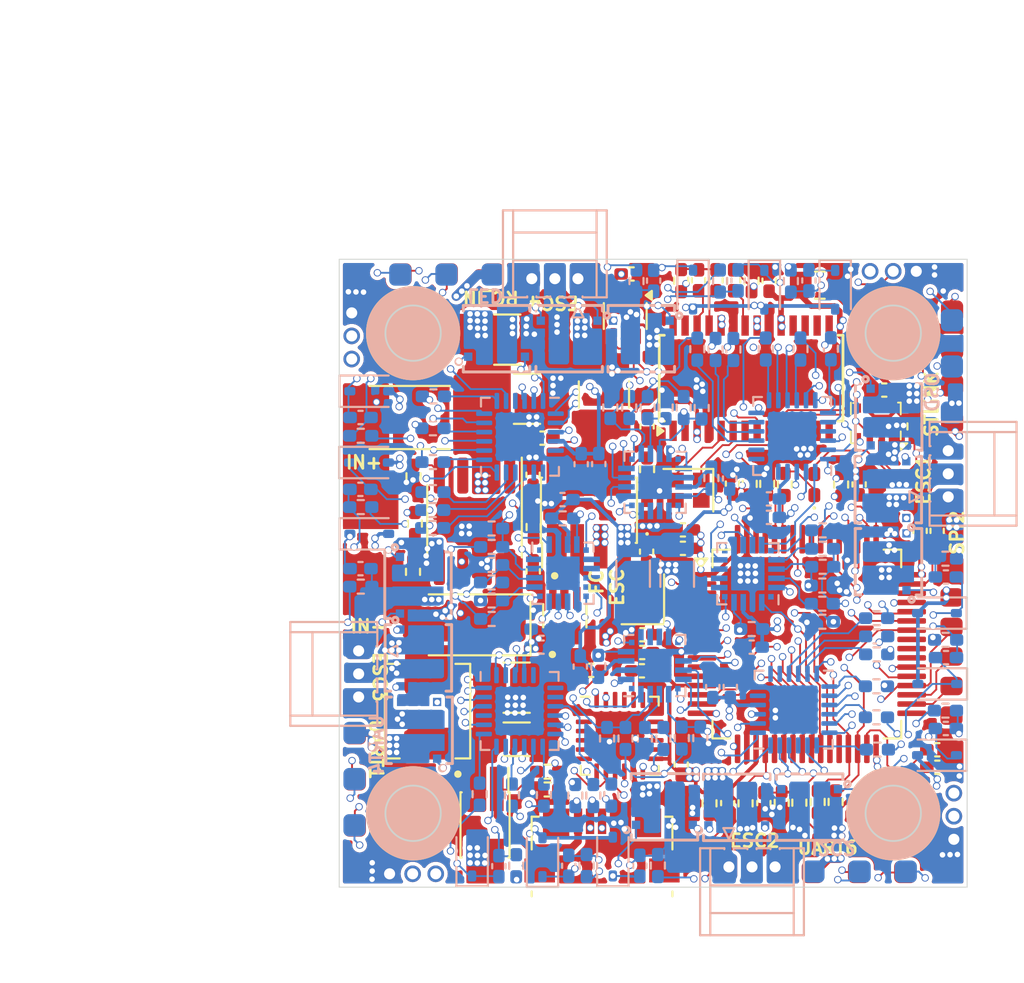
<source format=kicad_pcb>
(kicad_pcb (version 20240108) (generator "pcbnew") (generator_version "8.0")
  (layers (0 "F.Cu" signal) (1 "In1.Cu" signal) (2 "In2.Cu" signal) (3 "In3.Cu" signal) (4 "In4.Cu" signal) (5 "In5.Cu" signal) (6 "In6.Cu" signal) (31 "B.Cu" signal) (34 "B.Paste" user) (35 "F.Paste" user) (36 "B.SilkS" user "B.Silkscreen") (37 "F.SilkS" user "F.Silkscreen") (38 "B.Mask" user) (39 "F.Mask" user) (44 "Edge.Cuts" user))
  (net 0 "")
  (net 1 "V_BAT")
  (net 2 "Net-(C5-Pad1)")
  (net 3 "Net-(U3-COMP)")
  (net 4 "Net-(U3-BOOT)")
  (net 5 "Net-(D1-K)")
  (net 6 "3V3_ESC")
  (net 7 "ESC1_VS1")
  (net 8 "ESC1_VB1")
  (net 9 "3V3_FC")
  (net 10 "ESC1_VS2")
  (net 11 "ESC1_VB2")
  (net 12 "ESC1_VS3")
  (net 13 "ESC1_VB3")
  (net 14 "STM32_NRST")
  (net 15 "Net-(U15-PH0)")
  (net 16 "Net-(U15-PH1)")
  (net 17 "+5V")
  (net 18 "ESC2_VS1")
  (net 19 "ESC2_VB1")
  (net 20 "ESC2_VS2")
  (net 21 "ESC2_VB2")
  (net 22 "ESC2_VS3")
  (net 23 "ESC2_VB3")
  (net 24 "ESC3_VS1")
  (net 25 "ESC3_VB1")
  (net 26 "ESC3_VS2")
  (net 27 "ESC3_VB2")
  (net 28 "ESC3_VS3")
  (net 29 "ESC3_VB3")
  (net 30 "ESC4_VS1")
  (net 31 "ESC4_VB1")
  (net 32 "ESC4_VS2")
  (net 33 "ESC4_VB2")
  (net 34 "ESC4_VS3")
  (net 35 "ESC4_VB3")
  (net 36 "RSSI_IN")
  (net 37 "Net-(U15-VCAP_1)")
  (net 38 "Net-(U15-VCAP_2)")
  (net 39 "SENS_VOL")
  (net 40 "SENS_CUR")
  (net 41 "5V_USB")
  (net 42 "3V3_DEBUGGER")
  (net 43 "Net-(D18-K)")
  (net 44 "BOOT0")
  (net 45 "USB_D-")
  (net 46 "USB_D+")
  (net 47 "STM32_DIO")
  (net 48 "STM32_CLK")
  (net 49 "RCIN_INT")
  (net 50 "STM32_PB10")
  (net 51 "STM32_PB11")
  (net 52 "SPI2_CS")
  (net 53 "SPI2_MOSI")
  (net 54 "SPI2_MISO")
  (net 55 "SPI2_CLK")
  (net 56 "UART1_RX")
  (net 57 "UART1_TX")
  (net 58 "UART6_TX")
  (net 59 "UART6_RX")
  (net 60 "SENS_RSSI")
  (net 61 "OSD_CS")
  (net 62 "OSD_VIDEO_IN")
  (net 63 "LED_STRIP")
  (net 64 "ESC1_C2CK")
  (net 65 "ESC1_C2D")
  (net 66 "ESC2_C2CK")
  (net 67 "ESC2_C2D")
  (net 68 "ESC3_C2CK")
  (net 69 "ESC3_C2D")
  (net 70 "ESC4_C2CK")
  (net 71 "ESC4_C2D")
  (net 72 "ALARM")
  (net 73 "Net-(U3-RT{slash}CLK)")
  (net 74 "ESC1_RX")
  (net 75 "Net-(U3-FB)")
  (net 76 "ESC1_HO1")
  (net 77 "ESC1_LO1")
  (net 78 "ESC1_HO2")
  (net 79 "ESC1_LO2")
  (net 80 "ESC1_HO3")
  (net 81 "ESC1_LO3")
  (net 82 "ESC1_MC")
  (net 83 "ESC1_COM")
  (net 84 "ESC1_MB")
  (net 85 "ESC1_MA")
  (net 86 "ESC2_RX")
  (net 87 "ESC2_HO1")
  (net 88 "ESC2_LO1")
  (net 89 "ESC2_MA")
  (net 90 "ESC2_COM")
  (net 91 "ESC2_HO2")
  (net 92 "ESC2_LO2")
  (net 93 "ESC2_MB")
  (net 94 "ESC2_HO3")
  (net 95 "ESC2_LO3")
  (net 96 "ESC2_MC")
  (net 97 "ESC3_RX")
  (net 98 "ESC3_HO1")
  (net 99 "ESC3_LO1")
  (net 100 "ESC3_MA")
  (net 101 "ESC3_COM")
  (net 102 "ESC3_HO2")
  (net 103 "ESC3_LO2")
  (net 104 "ESC3_MB")
  (net 105 "ESC3_HO3")
  (net 106 "ESC3_LO3")
  (net 107 "ESC3_MC")
  (net 108 "ESC4_RX")
  (net 109 "ESC4_HO1")
  (net 110 "ESC4_LO1")
  (net 111 "ESC4_MA")
  (net 112 "ESC4_COM")
  (net 113 "ESC4_HO2")
  (net 114 "ESC4_LO2")
  (net 115 "ESC4_MB")
  (net 116 "ESC4_HO3")
  (net 117 "ESC4_LO3")
  (net 118 "ESC4_MC")
  (net 119 "BARO_CS")
  (net 120 "IMU_CS")
  (net 121 "LED_BLUE")
  (net 122 "SENS_VBUS")
  (net 129 "ESC1_Ccom")
  (net 130 "ESC1_Cpwm")
  (net 131 "ESC1_Bcom")
  (net 132 "ESC1_Bpwm")
  (net 133 "ESC1_Acom")
  (net 134 "ESC1_Apwm")
  (net 138 "IMU_CLK")
  (net 139 "IMU_MISO")
  (net 140 "IMU_MOSI")
  (net 141 "IMU_INT")
  (net 142 "Net-(C61-Pad2)")
  (net 143 "OSD_VIDEO_OUT")
  (net 148 "ESC2_Ccom")
  (net 149 "ESC2_Cpwm")
  (net 150 "ESC2_Bcom")
  (net 151 "ESC2_Bpwm")
  (net 152 "ESC2_Acom")
  (net 153 "ESC2_Apwm")
  (net 158 "ESC3_Ccom")
  (net 159 "ESC3_Cpwm")
  (net 160 "ESC3_Bcom")
  (net 161 "ESC3_Bpwm")
  (net 162 "ESC3_Acom")
  (net 163 "ESC3_Apwm")
  (net 164 "ESC4_Ccom")
  (net 165 "ESC4_Cpwm")
  (net 166 "ESC4_Bcom")
  (net 167 "ESC4_Bpwm")
  (net 168 "ESC4_Acom")
  (net 169 "ESC4_Apwm")
  (net 176 "Net-(J2-Pin_1)")
  (net 178 "Net-(U17-G1)")
  (net 179 "Net-(U17-G2)")
  (net 180 "Net-(U26-G1)")
  (net 181 "Net-(U26-G2)")
  (net 182 "Net-(U18-G1)")
  (net 183 "Net-(U18-G2)")
  (net 184 "Net-(U27-G1)")
  (net 185 "Net-(U27-G2)")
  (net 186 "Net-(U19-G1)")
  (net 187 "Net-(U19-G2)")
  (net 188 "Net-(U28-G1)")
  (net 189 "Net-(U28-G2)")
  (net 190 "Net-(U20-G1)")
  (net 191 "Net-(U20-G2)")
  (net 192 "Net-(U23-G1)")
  (net 193 "Net-(U23-G2)")
  (net 194 "Net-(U21-G1)")
  (net 195 "Net-(U21-G2)")
  (net 196 "Net-(U24-G1)")
  (net 197 "Net-(U24-G2)")
  (net 198 "Net-(U22-G1)")
  (net 199 "Net-(U22-G2)")
  (net 200 "Net-(U25-G1)")
  (net 201 "Net-(U25-G2)")
  (net 203 "SPI3_MOSI")
  (net 204 "SPI3_CLK")
  (net 205 "SPI3_MISO")
  (net 209 "Net-(U14-+)")
  (net 210 "Net-(U14-OUT)")
  (net 211 "GND")
  (net 212 "LED_PWR_3V3")
  (net 213 "Net-(D5-A)")
  (net 214 "STM32_PA1")
  (net 219 "Net-(J12-Pin_3)")
  (net 221 "Net-(U6-VIN)")
  (net 222 "Net-(U6-VOUT)")
  (net 223 "Net-(U6-SAG)")
  (net 224 "Net-(U6-XFB)")
  (net 225 "Net-(U6-CLKIN)")
  (net 226 "Net-(U10-REGOUT)")
  (net 227 "Net-(U10-CPOUT)")
  (footprint "Proj_footprint:Crystal_SMD_2016-4Pin_2.0x1.6mm" (layer "F.Cu") (at 217.3793 75.6859 180)
    (property "Reference" "Y2" (hide yes))
    (property "Value" "8Mhz")
  )
  (footprint "Capacitor_SMD:C_1210_3225Metric_Pad1.33x2.70mm_HandSolder" (layer "F.Cu") (at 212.8073 70.5043 90)
    (property "Reference" "C2" (hide yes))
    (property "Value" "100uF")
  )
  (footprint "Resistor_SMD:R_0402_1005Metric_Pad0.72x0.64mm_HandSolder" (layer "F.Cu") (at 202.57 77.4925 -90)
    (property "Reference" "R27" (hide yes))
    (property "Value" "60.4k")
  )
  (footprint "Capacitor_SMD:C_0402_1005Metric_Pad0.74x0.62mm_HandSolder" (layer "F.Cu") (at 230.85 77.887 -90)
    (property "Reference" "C39" (hide yes))
    (property "Value" "2.2uF")
  )
  (footprint "Proj_footprint:MoutingPad" (layer "F.Cu") (at 200.18 80.92 90)
    (property "Reference" "H2" (hide yes))
    (property "Value" "VBAT-")
  )
  (footprint "Proj_footprint:Inductor" (layer "F.Cu") (at 203.2569 87.6493 -90)
    (property "Reference" "L1" (hide yes))
    (property "Value" "10uH")
  )
  (footprint "Capacitor_SMD:C_0402_1005Metric_Pad0.74x0.62mm_HandSolder" (layer "F.Cu") (at 209.4799 72.8665)
    (property "Reference" "C9" (hide yes))
    (property "Value" "100nF")
  )
  (footprint "Proj_footprint:Board_Outline" (layer "F.Cu") (at 202.4743 93.1817)
    (property "Reference" "U11" (hide yes))
    (property "Value" "OUTLINE")
    (fp_line (start -4 4) (end -4 -30) (stroke (width 0.05)) (layer "Edge.Cuts"))
    (fp_line (start 30 -30) (end -4 -30) (stroke (width 0.05)) (layer "Edge.Cuts"))
    (fp_line (start 30 -30) (end 30 4) (stroke (width 0.05)) (layer "Edge.Cuts"))
    (fp_line (start 30 4) (end -4 4) (stroke (width 0.05)) (layer "Edge.Cuts"))
    (fp_circle (center 0 -26) (end 1.5 -26) (stroke (width 0.1)) (fill none) (layer "Edge.Cuts"))
    (fp_circle (center 0 0) (end 1.5 0) (stroke (width 0.1)) (fill none) (layer "Edge.Cuts"))
    (fp_circle (center 26 -26) (end 27.5 -26) (stroke (width 0.1)) (fill none) (layer "Edge.Cuts"))
    (fp_circle (center 26 0) (end 27.5 0) (stroke (width 0.1)) (fill none) (layer "Edge.Cuts"))
  )
  (footprint "Proj_footprint:ESC_Program" (layer "F.Cu") (at 202.4505 96.4575 180)
    (property "Reference" "J25" (hide yes))
    (property "Value" "ESC_PROG")
  )
  (footprint "Capacitor_SMD:C_0402_1005Metric_Pad0.74x0.62mm_HandSolder" (layer "F.Cu") (at 215.1441 72.2315 -90)
    (property "Reference" "C59" (hide yes))
    (property "Value" "100nF")
  )
  (footprint "Proj_footprint:QFN-24-1EP_4x4mm_P0.5mm_EP2.15x2.15mm" (layer "F.Cu") (at 213.6625 88.98)
    (property "Reference" "U10" (hide yes))
    (property "Value" "~")
  )
  (footprint "Resistor_SMD:R_0402_1005Metric_Pad0.72x0.64mm_HandSolder" (layer "F.Cu") (at 220.4781 92.641 90)
    (property "Reference" "R76" (hide yes))
    (property "Value" "10k")
  )
  (footprint "Proj_footprint:ESC_Program" (layer "F.Cu") (at 231.7557 93.3389 -90)
    (property "Reference" "J21" (hide yes))
    (property "Value" "ESC_PROG")
  )
  (footprint "Resistor_SMD:R_0402_1005Metric_Pad0.72x0.64mm_HandSolder" (layer "F.Cu") (at 220.7005 75.3425 -90)
    (property "Reference" "R88" (hide yes))
    (property "Value" "Rd_Cur")
  )
  (footprint "Capacitor_SMD:C_0402_1005Metric_Pad0.74x0.62mm_HandSolder" (layer "F.Cu") (at 219.83 64.32 -90)
    (property "Reference" "C60" (hide yes))
    (property "Value" "100nF")
  )
  (footprint "Resistor_SMD:R_0402_1005Metric_Pad0.72x0.64mm_HandSolder" (layer "F.Cu") (at 218.5223 92.641 -90)
    (property "Reference" "R83" (hide yes))
    (property "Value" "10k")
  )
  (footprint "Package_LGA:Bosch_LGA-8_2x2.5mm_P0.65mm_ClockwisePinNumbering" (layer "F.Cu") (at 227.5295 72.0411 180)
    (property "Reference" "U13" (hide yes))
    (property "Value" "BMP280")
  )
  (footprint "Capacitor_SMD:C_1210_3225Metric_Pad1.33x2.70mm_HandSolder" (layer "F.Cu") (at 207.5749 67.5325)
    (property "Reference" "C3" (hide yes))
    (property "Value" "100uF")
  )
  (footprint "Capacitor_SMD:C_1206_3216Metric_Pad1.33x1.80mm_HandSolder" (layer "F.Cu") (at 208.0829 89.1733)
    (property "Reference" "C16" (hide yes))
    (property "Value" "100uF")
  )
  (footprint "Capacitor_SMD:C_0402_1005Metric_Pad0.74x0.62mm_HandSolder" (layer "F.Cu") (at 226.6249 75.3724 90)
    (property "Reference" "C43" (hide yes))
    (property "Value" "1nF")
  )
  (footprint "Capacitor_SMD:C_0402_1005Metric_Pad0.74x0.62mm_HandSolder" (layer "F.Cu") (at 219.5129 92.6277 -90)
    (property "Reference" "C41" (hide yes))
    (property "Value" "100nF")
  )
  (footprint "Proj_footprint:MountingPad_1x4" (layer "F.Cu") (at 199.3199 88.8469 -90)
    (property "Reference" "J14" (hide yes))
    (property "Value" "UART1")
  )
  (footprint "Resistor_SMD:R_0402_1005Metric_Pad0.72x0.64mm_HandSolder" (layer "F.Cu") (at 202.4695 80.1055 -90)
    (property "Reference" "R28" (hide yes))
    (property "Value" "11.5k")
  )
  (footprint "Proj_footprint:ESC_Program" (layer "F.Cu") (at 199.1505 67.3325 90)
    (property "Reference" "J23" (hide yes))
    (property "Value" "ESC_PROG")
  )
  (footprint "Resistor_SMD:R_0402_1005Metric_Pad0.72x0.64mm_HandSolder" (layer "F.Cu") (at 225.6499 75.3774 90)
    (property "Reference" "R89" (hide yes))
    (property "Value" "1k")
  )
  (footprint "Capacitor_SMD:C_0402_1005Metric_Pad0.74x0.62mm_HandSolder" (layer "F.Cu") (at 216.9905 90.545 90)
    (property "Reference" "C48" (hide yes))
    (property "Value" "100nF")
  )
  (footprint "Proj_footprint:MoutingPad" (layer "F.Cu") (at 200.18 76.29 -90)
    (property "Reference" "H1" (hide yes))
    (property "Value" "VBAT+")
  )
  (footprint "Resistor_SMD:R_0402_1005Metric_Pad0.72x0.64mm_HandSolder" (layer "F.Cu") (at 225.3549 92.5648 90)
    (property "Reference" "R81" (hide yes))
    (property "Value" "4k7")
  )
  (footprint "Proj_footprint:PinHeader_2x02_P1.27mm_Vertical_SMD" (layer "F.Cu") (at 206.3 93.81 -90)
    (property "Reference" "J12" (hide yes))
    (property "Value" "Conn_02x02_Odd_Even")
  )
  (footprint "Capacitor_SMD:C_1210_3225Metric_Pad1.33x2.70mm_HandSolder" (layer "F.Cu") (at 208.0829 86.3793)
    (property "Reference" "C10" (hide yes))
    (property "Value" "100uF")
  )
  (footprint "Capacitor_SMD:C_0402_1005Metric_Pad0.74x0.62mm_HandSolder" (layer "F.Cu") (at 230.86 90.69)
    (property "Reference" "C44" (hide yes))
    (property "Value" "100nF")
  )
  (footprint "Proj_footprint:USB_Micro-B_SMD" (layer "F.Cu") (at 212.7057 96.3007)
    (property "Reference" "J20" (hide yes))
    (property "Value" "USB_A")
  )
  (footprint "Resistor_SMD:R_0402_1005Metric_Pad0.72x0.64mm_HandSolder" (layer "F.Cu") (at 222.6 75.375 -90)
    (property "Reference" "R80" (hide yes))
    (property "Value" "100R")
  )
  (footprint "Package_QFP:LQFP-64_10x10mm_P0.5mm" (layer "F.Cu") (at 223.7947 84.0145)
    (property "Reference" "U15" (hide yes))
    (property "Value" "STM32F405RGTx")
  )
  (footprint "Proj_footprint:MountingPad_1x6" (layer "F.Cu") (at 231.6287 87.8901 90)
    (property "Reference" "J1" (hide yes))
    (property "Value" "SPI")
  )
  (footprint "Proj_footprint:Crystal_SMD_2016-4Pin_2.0x1.6mm" (layer "F.Cu") (at 214.9155 81.5929 90)
    (property "Reference" "Y1" (hide yes))
    (property "Value" "8MHz")
  )
  (footprint "Capacitor_SMD:C_0402_1005Metric_Pad0.74x0.62mm_HandSolder" (layer "F.Cu") (at 218.8779 64.32 90)
    (property "Reference" "C62" (hide yes))
    (property "Value" "22uF")
  )
  (footprint "Resistor_SMD:R_0402_1005Metric_Pad0.72x0.64mm_HandSolder" (layer "F.Cu") (at 221.6505 75.3425 -90)
    (property "Reference" "R87" (hide yes))
    (property "Value" "2k2")
  )
  (footprint "Resistor_SMD:R_0402_1005Metric_Pad0.72x0.64mm_HandSolder" (layer "F.Cu") (at 209.7593 91.8911 180)
    (property "Reference" "R78" (hide yes))
    (property "Value" "10k")
  )
  (footprint "LED_SMD:LED_0402_1005Metric_Pad0.77x0.64mm_HandSolder" (layer "F.Cu") (at 224.2005 75.38 90)
    (property "Reference" "D18" (hide yes))
    (property "Value" "LED_BLUE")
  )
  (footprint "Capacitor_SMD:C_0402_1005Metric_Pad0.74x0.62mm_HandSolder" (layer "F.Cu") (at 214.8814 84.4743 180)
    (property "Reference" "C31" (hide yes))
    (property "Value" "100nF")
  )
  (footprint "Resistor_SMD:R_0402_1005Metric_Pad0.72x0.64mm_HandSolder" (layer "F.Cu") (at 215.1441 74.5429 -90)
    (property "Reference" "R93" (hide yes))
    (property "Value" "100R")
  )
  (footprint "Proj_footprint:SOIC-8-1EP_3.9x4.9mm_P1.27mm_EP2.29x3mm" (layer "F.Cu") (at 205.7 77.47 -90)
    (property "Reference" "U3" (hide yes))
    (property "Value" "TPS54560BDDA")
  )
  (footprint "Capacitor_SMD:C_0402_1005Metric_Pad0.74x0.62mm_HandSolder" (layer "F.Cu") (at 229.9269 77.887 90)
    (property "Reference" "C40" (hide yes))
    (property "Value" "100nF")
  )
  (footprint "Proj_footprint:PinHeader_2x04_P1.27mm_Vertical_SMD" (layer "F.Cu") (at 212.012 76.7773 90)
    (property "Reference" "J2" (hide yes))
    (property "Value" "Conn_02x04_Odd_Even")
  )
  (footprint "Capacitor_SMD:C_0402_1005Metric_Pad0.74x0.62mm_HandSolder" (layer "F.Cu") (at 215.1187 79.0133 90)
    (property "Reference" "C36" (hide yes))
    (property "Value" "22pF")
  )
  (footprint "Proj_footprint:STLINK_Port" (layer "F.Cu") (at 231.66 72.01 90)
    (property "Reference" "J5" (hide yes))
    (property "Value" "ST-LINK")
  )
  (footprint "Capacitor_SMD:C_0402_1005Metric_Pad0.74x0.62mm_HandSolder" (layer "F.Cu") (at 217.93 64.32 90)
    (property "Reference" "C61" (hide yes))
    (property "Value" "47uF")
  )
  (footprint "LED_SMD:LED_0402_1005Metric_Pad0.77x0.64mm_HandSolder" (layer "F.Cu") (at 215.1441 76.7851 90)
    (property "Reference" "D5" (hide yes))
    (property "Value" "LED_RED")
  )
  (footprint "Resistor_SMD:R_0402_1005Metric_Pad0.72x0.64mm_HandSolder" (layer "F.Cu") (at 223.3881 92.6061 -90)
    (property "Reference" "R86" (hide yes))
    (property "Value" "Rf_Vol")
  )
  (footprint "Resistor_SMD:R_0402_1005Metric_Pad0.72x0.64mm_HandSolder" (layer "F.Cu") (at 216.99 64.34 -90)
    (property "Reference" "R91" (hide yes))
    (property "Value" "75R")
  )
  (footprint "Proj_footprint:SOT65P210X110-6N" (layer "F.Cu") (at 210.69 82.48 90)
    (property "Reference" "U12" (hide yes))
    (property "Value" "RT9013-33GB")
  )
  (footprint "Package_TO_SOT_SMD:Texas_R-PDSO-G6" (layer "F.Cu") (at 213.9607 66.2547 -90)
    (property "Reference" "U14" (hide yes))
    (property "Value" "~")
  )
  (footprint "Capacitor_SMD:C_0402_1005Metric_Pad0.74x0.62mm_HandSolder" (layer "F.Cu") (at 208.98 80.0775 -90)
    (property "Reference" "C6" (hide yes))
    (property "Value" "8.2pF")
  )
  (footprint "Capacitor_SMD:C_0402_1005Metric_Pad0.74x0.62mm_HandSolder" (layer "F.Cu") (at 214.8647 85.4649)
    (property "Reference" "C34" (hide yes))
    (property "Value" "2.2nF")
  )
  (footprint "Resistor_SMD:R_0402_1005Metric_Pad0.72x0.64mm_HandSolder" (layer "F.Cu") (at 224.3799 92.5648 90)
    (property "Reference" "R82" (hide yes))
    (property "Value" "4k7")
  )
  (footprint "Capacitor_SMD:C_0402_1005Metric_Pad0.74x0.62mm_HandSolder" (layer "F.Cu") (at 212.1215 85.4395 180)
    (property "Reference" "C33" (hide yes))
    (property "Value" "100nF")
  )
  (footprint "Capacitor_SMD:C_0402_1005Metric_Pad0.74x0.62mm_HandSolder" (layer "F.Cu") (at 208.97 74.85 90)
    (property "Reference" "C5" (hide yes))
    (property "Value" "11nF")
  )
  (footprint "Capacitor_SMD:C_0402_1005Metric_Pad0.74x0.62mm_HandSolder" (layer "F.Cu") (at 230.86 89.74 180)
    (property "Reference" "C38" (hide yes))
    (property "Value" "2.2uF")
  )
  (footprint "Capacitor_SMD:C_0402_1005Metric_Pad0.74x0.62mm_HandSolder" (layer "F.Cu") (at 227.9878 70.2631 180)
    (property "Reference" "C32" (hide yes))
    (property "Value" "100nF")
  )
  (footprint "Capacitor_SMD:C_1210_3225Metric_Pad1.33x2.70mm_HandSolder" (layer "F.Cu") (at 208.6417 70.7329)
    (property "Reference" "C4" (hide yes))
    (property "Value" "100uF")
  )
  (footprint "Resistor_SMD:R_0402_1005Metric_Pad0.72x0.64mm_HandSolder" (layer "F.Cu") (at 202.4949 74.9325 -90)
    (property "Reference" "R16" (hide yes))
    (property "Value" "274k")
  )
  (footprint "Capacitor_SMD:C_0402_1005Metric_Pad0.74x0.62mm_HandSolder" (layer "F.Cu") (at 214.3059 63.9765)
    (property "Reference" "C45" (hide yes))
    (property "Value" "100nF")
  )
  (footprint "Resistor_SMD:R_2512_6332Metric" (layer "F.Cu") (at 202.2917 71.75 180)
    (property "Reference" "R85" (hide yes))
    (property "Value" "Ri_Cur")
  )
  (footprint "Proj_footprint:MountingPad_1x4" (layer "F.Cu") (at 206.7983 64 180)
    (property "Reference" "J7" (hide yes))
    (property "Value" "RC")
  )
  (footprint "Package_SO:TSSOP-28-1EP_4.4x9.7mm_P0.65mm" (layer "F.Cu") (at 220.7777 69.6205 90)
    (property "Reference" "U6" (hide yes))
    (property "Value" "AT7456")
  )
  (footprint "Capacitor_SMD:C_0402_1005Metric_Pad0.74x0.62mm_HandSolder" (layer "F.Cu") (at 221.75 64.3425 90)
    (property "Reference" "C64" (hide yes))
    (property "Value" "100nF")
  )
  (footprint "Resistor_SMD:R_0402_1005Metric_Pad0.72x0.64mm_HandSolder" (layer "F.Cu") (at 209.7593 90.9259)
    (property "Reference" "R77" (hide yes))
    (property "Value" "10k")
  )
  (footprint "Resistor_SMD:R_0402_1005Metric_Pad0.72x0.64mm_HandSolder" (layer "F.Cu") (at 209 77.68 -90)
    (property "Reference" "R15" (hide yes))
    (property "Value" "15.4k")
  )
  (footprint "Resistor_SMD:R_0402_1005Metric_Pad0.72x0.64mm_HandSolder" (layer "F.Cu") (at 220.8 64.3425 90)
    (property "Reference" "R39" (hide yes))
    (property "Value" "75R")
  )
  (footprint "Capacitor_SMD:C_0402_1005Metric_Pad0.74x0.62mm_HandSolder" (layer "F.Cu") (at 217.083 77.8325 180)
    (property "Reference" "C49" (hide yes))
    (property "Value" "100nF")
  )
  (footprint "Resistor_SMD:R_0402_1005Metric_Pad0.72x0.64mm_HandSolder" (layer "F.Cu") (at 222.4339 92.6156 90)
    (property "Reference" "R84" (hide yes))
    (property "Value" "Ri_Vol")
  )
  (footprint "Capacitor_SMD:C_0805_2012Metric_Pad1.18x1.45mm_HandSolder" (layer "F.Cu") (at 224.5005 64.5825)
    (property "Reference" "C63" (hide yes))
    (property "Value" "4.7uF")
  )
  (footprint "Resistor_SMD:R_0402_1005Metric_Pad0.72x0.64mm_HandSolder" (layer "F.Cu") (at 229.6221 72.2322 -90)
    (property "Reference" "R79" (hide yes))
    (property "Value" "10k")
  )
  (footprint "Capacitor_SMD:C_0402_1005Metric_Pad0.74x0.62mm_HandSolder" (layer "F.Cu") (at 214.8901 83.5091 180)
    (property "Reference" "C37" (hide yes))
    (property "Value" "22pF")
  )
  (footprint "Diode_SMD:D_SMA" (layer "F.Cu") (at 205.3209 82.9757 180)
    (property "Reference" "D1" (hide yes))
    (property "Value" "S6M_770mV/6A")
  )
  (footprint "Capacitor_SMD:C_0402_1005Metric_Pad0.74x0.62mm_HandSolder" (layer "F.Cu") (at 221.4687 92.6277 -90)
    (property "Reference" "C46" (hide yes))
    (property "Value" "100nF")
  )
  (footprint "Capacitor_SMD:C_0402_1005Metric_Pad0.74x0.62mm_HandSolder" (layer "F.Cu") (at 219.7705 75.3275 90)
    (property "Reference" "C47" (hide yes))
    (property "Value" "100nF")
  )
  (footprint "Capacitor_SMD:C_0402_1005Metric_Pad0.74x0.62mm_HandSolder" (layer "F.Cu") (at 217.083 78.8325 180)
    (property "Reference" "C42" (hide yes))
    (property "Value" "100nF")
  )
  (footprint "Proj_footprint:ESC_Program" (layer "F.Cu") (at 228.4705 63.8325)
    (property "Reference" "J24" (hide yes))
    (property "Value" "ESC_PROG")
  )
  (footprint "Proj_footprint:MountingPad_1x4" (layer "F.Cu") (at 224.12 96.36)
    (property "Reference" "J8" (hide yes))
    (property "Value" "UART6")
  )
  (footprint "Capacitor_SMD:C_0402_1005Metric_Pad0.74x0.62mm_HandSolder" (layer "B.Cu") (at 212.5279 74.27 -90)
    (property "Reference" "C24" (hide yes))
    (property "Value" "100nF")
  )
  (footprint "Capacitor_SMD:C_0402_1005Metric_Pad0.74x0.62mm_HandSolder" (layer "B.Cu") (at 207.1177 96.0425 -90)
    (property "Reference" "C29" (hide yes))
    (property "Value" "1uF")
  )
  (footprint "Proj_footprint:QFN-20-1EP_3x3mm_P0.5mm_EP1.8x1.8mm" (layer "B.Cu") (at 220.6005 80.2075 90)
    (property "Reference" "U1" (hide yes))
    (property "Value" "~")
  )
  (footprint "Resistor_SMD:R_0402_1005Metric_Pad0.72x0.64mm_HandSolder" (layer "B.Cu") (at 206.0763 92.1451 -90)
    (property "Reference" "R7" (hide yes))
    (property "Value" "25Ohm")
  )
  (footprint "Diode_SMD:D_SOD-323" (layer "B.Cu") (at 230.8413 90.0369 180)
    (property "Reference" "D8" (hide yes))
    (property "Value" "BAT54")
  )
  (footprint "Proj_footprint:MountingPad_1x4" (layer "B.Cu") (at 224.1541 96.3361)
    (property "Reference" "J15" (hide yes))
    (property "Value" "UART3_I2C2")
  )
  (footprint "Resistor_SMD:R_0402_1005Metric_Pad0.72x0.64mm_HandSolder" (layer "B.Cu") (at 211.2579 92.2213 -90)
    (property "Reference" "R8" (hide yes))
    (property "Value" "25Ohm")
  )
  (footprint "Resistor_SMD:R_0402_1005Metric_Pad0.72x0.64mm_HandSolder" (layer "B.Cu") (at 218.1005 71.235 -90)
    (property "Reference" "R55" (hide yes))
    (property "Value" "R_DIV3")
  )
  (footprint "Resistor_SMD:R_0402_1005Metric_Pad0.72x0.64mm_HandSolder" (layer "B.Cu") (at 216.1505 71.21 -90)
    (property "Reference" "R65" (hide yes))
    (property "Value" "R_DIV3")
  )
  (footprint "Resistor_SMD:R_0402_1005Metric_Pad0.72x0.64mm_HandSolder" (layer "B.Cu") (at 203.5484 72.3331 180)
    (property "Reference" "R58" (hide yes))
    (property "Value" "25Ohm")
  )
  (footprint "Diode_SMD:D_SOD-323" (layer "B.Cu") (at 200.0819 74.1873)
    (property "Reference" "D7" (hide yes))
    (property "Value" "BAT54")
  )
  (footprint "Proj_footprint:SIZ200DT" (layer "B.Cu") (at 202.7997 88.6869 180)
    (property "Reference" "U28" (hide yes))
    (property "Value" "~")
  )
  (footprint "Diode_SMD:D_SOD-323" (layer "B.Cu") (at 213.2899 95.5233 90)
    (property "Reference" "D12" (hide yes))
    (property "Value" "BAT54")
  )
  (footprint "Capacitor_SMD:C_0402_1005Metric_Pad0.74x0.62mm_HandSolder" (layer "B.Cu") (at 221.7394 76.1575 180)
    (property "Reference" "C7" (hide yes))
    (property "Value" "100nF")
  )
  (footprint "Proj_footprint:SIZ200DT" (layer "B.Cu") (at 210.9239 67.4817 -90)
    (property "Reference" "U24" (hide yes))
    (property "Value" "~")
  )
  (footprint "Proj_footprint:Hirose_DF13-03P-1.25DS_1x03_P1.25mm_Horizontal" (layer "B.Cu") (at 198.5255 85.6325 -90)
    (property "Reference" "J16" (hide yes))
    (property "Value" "MOTOR")
  )
  (footprint "Resistor_SMD:R_0402_1005Metric_Pad0.72x0.64mm_HandSolder" (layer "B.Cu") (at 199.64 76.6 180)
    (property "Reference" "R24" (hide yes))
    (property "Value" "R_DIV1")
  )
  (footprint "Diode_SMD:D_SOD-323" (layer "B.Cu") (at 200.1005 78.0481)
    (property "Reference" "D3" (hide yes))
    (property "Value" "BAT54")
  )
  (footprint "Capacitor_SMD:C_0402_1005Metric_Pad0.74x0.62mm_HandSolder" (layer "B.Cu") (at 210.9023 96.0225 -90)
    (property "Reference" "C27" (hide yes))
    (property "Value" "1uF")
  )
  (footprint "Resistor_SMD:R_0402_1005Metric_Pad0.72x0.64mm_HandSolder" (layer "B.Cu") (at 206.728 82.6575 180)
    (property "Reference" "R38" (hide yes))
    (property "Value" "R_DIV3")
  )
  (footprint "Resistor_SMD:R_0402_1005Metric_Pad0.72x0.64mm_HandSolder" (layer "B.Cu") (at 203.5738 70.6059 180)
    (property "Reference" "R46" (hide yes))
    (property "Value" "25Ohm")
  )
  (footprint "Proj_footprint:SIZ200DT" (layer "B.Cu") (at 219.9993 92.8563 90)
    (property "Reference" "U21" (hide yes))
    (property "Value" "~")
  )
  (footprint "Capacitor_SMD:C_0402_1005Metric_Pad0.74x0.62mm_HandSolder" (layer "B.Cu") (at 199.6275 71.7489 180)
    (property "Reference" "C18" (hide yes))
    (property "Value" "1uF")
  )
  (footprint "Capacitor_SMD:C_0402_1005Metric_Pad0.74x0.62mm_HandSolder" (layer "B.Cu") (at 231.32 88.5891 180)
    (property "Reference" "C17" (hide yes))
    (property "Value" "1uF")
  )
  (footprint "Resistor_SMD:R_0402_1005Metric_Pad0.72x0.64mm_HandSolder" (layer "B.Cu") (at 227.61515 89.7321)
    (property "Reference" "R43" (hide yes))
    (property "Value" "25Ohm")
  )
  (footprint "Capacitor_SMD:C_0402_1005Metric_Pad0.74x0.62mm_HandSolder" (layer "B.Cu") (at 231.3239 80.3849)
    (property "Reference" "C12" (hide yes))
    (property "Value" "1uF")
  )
  (footprint "Diode_SMD:D_SOD-323" (layer "B.Cu") (at 230.8413 82.3407 180)
    (property "Reference" "D2" (hide yes))
    (property "Value" "BAT54")
  )
  (footprint "Resistor_SMD:R_0402_1005Metric_Pad0.72x0.64mm_HandSolder" (layer "B.Cu") (at 231.3 79.3943 180)
    (property "Reference" "R10" (hide yes))
    (property "Value" "R_DIV1")
  )
  (footprint "Resistor_SMD:R_0402_1005Metric_Pad0.72x0.64mm_HandSolder" (layer "B.Cu") (at 224.6529 79.8327)
    (property "Reference" "R21" (hide yes))
    (property "Value" "R_DIV2")
  )
  (footprint "Diode_SMD:D_SOD-323" (layer "B.Cu") (at 200.0987 70.3265)
    (property "Reference" "D9" (hide yes))
    (property "Value" "BAT54")
  )
  (footprint "Capacitor_SMD:C_0402_1005Metric_Pad0.74x0.62mm_HandSolder" (layer "B.Cu") (at 199.6255 79.9325 180)
    (property "Reference" "C13" (hide yes))
    (property "Value" "1uF")
  )
  (footprint "Resistor_SMD:R_0402_1005Metric_Pad0.72x0.64mm_HandSolder" (layer "B.Cu") (at 199.64 72.7395 180)
    (property "Reference" "R36" (hide yes))
    (property "Value" "R_DIV1")
  )
  (footprint "Diode_SMD:D_SOD-323" (layer "B.Cu") (at 209.4799 95.5575 90)
    (property "Reference" "D14" (hide yes))
    (property "Value" "BAT54")
  )
  (footprint "Capacitor_SMD:C_0402_1005Metric_Pad0.74x0.62mm_HandSolder" (layer "B.Cu") (at 220.8083 84.1825 180)
    (property "Reference" "C55" (hide yes))
    (property "Value" "100nF")
  )
  (footprint "Resistor_SMD:R_0402_1005Metric_Pad0.72x0.64mm_HandSolder" (layer "B.Cu") (at 207.8289 92.1959 -90)
    (property "Reference" "R19" (hide yes))
    (property "Value" "25Ohm")
  )
  (footprint "Capacitor_SMD:C_0402_1005Metric_Pad0.74x0.62mm_HandSolder" (layer "B.Cu") (at 210.5634 76.1939 180)
    (property "Reference" "C54" (hide yes))
    (property "Value" "100nF")
  )
  (footprint "Resistor_SMD:R_0402_1005Metric_Pad0.72x0.64mm_HandSolder" (layer "B.Cu") (at 203.5484 74.1619 180)
    (property "Reference" "R68" (hide yes))
    (property "Value" "25Ohm")
  )
  (footprint "Capacitor_SMD:C_0402_1005Metric_Pad0.74x0.62mm_HandSolder" (layer "B.Cu") (at 219.6505 86.34 90)
    (property "Reference" "C23" (hide yes))
    (property "Value" "100nF")
  )
  (footprint "Capacitor_SMD:C_0402_1005Metric_Pad0.74x0.62mm_HandSolder" (layer "B.Cu") (at 211.5275 85.2363 -90)
    (property "Reference" "C56" (hide yes))
    (property "Value" "100nF")
  )
  (footprint "Resistor_SMD:R_0402_1005Metric_Pad0.72x0.64mm_HandSolder" (layer "B.Cu") (at 227.5647 87.9825)
    (property "Reference" "R56" (hide yes))
    (property "Value" "25Ohm")
  )
  (footprint "Proj_footprint:SIZ200DT" (layer "B.Cu") (at 202.7391 80.8301)
    (property "Reference" "U26" (hide yes))
    (property "Value" "~")
  )
  (footprint "Proj_footprint:SIZ200DT" (layer "B.Cu") (at 216.0839 92.8309 90)
    (property "Reference" "U20" (hide yes))
    (property "Value" "~")
  )
  (footprint "Diode_SMD:D_SOD-323" (layer "B.Cu") (at 217.6333 64.8233 -90)
    (property "Reference" "D13" (hide yes))
    (property "Value" "BAT54")
  )
  (footprint "Resistor_SMD:R_0402_1005Metric_Pad0.72x0.64mm_HandSolder" (layer "B.Cu") (at 214.57 64.36 -90)
    (property "Reference" "R51" (hide yes))
    (property "Value" "R_DIV1")
  )
  (footprint "Resistor_SMD:R_0402_1005Metric_Pad0.72x0.64mm_HandSolder" (layer "B.Cu") (at 203.5359 76.7625 180)
    (property "Reference" "R59" (hide yes))
    (property "Value" "25Ohm")
  )
  (footprint "Resistor_SMD:R_0402_1005Metric_Pad0.72x0.64mm_HandSolder" (layer "B.Cu") (at 224.6354 82.8077)
    (property "Reference" "R13" (hide yes))
    (property "Value" "R_DIV3")
  )
  (footprint "Resistor_SMD:R_0402_1005Metric_Pad0.72x0.64mm_HandSolder" (layer "B.Cu") (at 206.7255 77.7575)
    (property "Reference" "R14" (hide yes))
    (property "Value" "R_DIV3")
  )
  (footprint "Capacitor_SMD:C_0402_1005Metric_Pad0.74x0.62mm_HandSolder" (layer "B.Cu") (at 218.7005 86.3475 90)
    (property "Reference" "C51" (hide yes))
    (property "Value" "4.7uF")
  )
  (footprint "Capacitor_SMD:C_0402_1005Metric_Pad0.74x0.62mm_HandSolder" (layer "B.Cu") (at 231.33 84.75 180)
    (property "Reference" "C14" (hide yes))
    (property "Value" "1uF")
  )
  (footprint "Resistor_SMD:R_0402_1005Metric_Pad0.72x0.64mm_HandSolder" (layer "B.Cu") (at 212.2329 92.2213 -90)
    (property "Reference" "R20" (hide yes))
    (property "Value" "25Ohm")
  )
  (footprint "Capacitor_SMD:C_0402_1005Metric_Pad0.74x0.62mm_HandSolder" (layer "B.Cu") (at 219.6145 75.0509 90)
    (property "Reference" "C57" (hide yes))
    (property "Value" "100nF")
  )
  (footprint "Capacitor_SMD:C_0402_1005Metric_Pad0.74x0.62mm_HandSolder" (layer "B.Cu") (at 214.75 96.02 -90)
    (property "Reference" "C25" (hide yes))
    (property "Value" "1uF")
  )
  (footprint "Resistor_SMD:R_0402_1005Metric_Pad0.72x0.64mm_HandSolder" (layer "B.Cu") (at 209.5561 92.1959 -90)
    (property "Reference" "R31" (hide yes))
    (property "Value" "25Ohm")
  )
  (footprint "Proj_footprint:SIZ200DT" (layer "B.Cu") (at 228.2153 79.5601 180)
    (property "Reference" "U17" (hide yes))
    (property "Value" "~")
  )
  (footprint "Resistor_SMD:R_0402_1005Metric_Pad0.72x0.64mm_HandSolder" (layer "B.Cu") (at 206.7255 79.7325)
    (property "Reference" "R26" (hide yes))
    (property "Value" "R_DIV3")
  )
  (footprint "Resistor_SMD:R_0402_1005Metric_Pad0.72x0.64mm_HandSolder" (layer "B.Cu") (at 206.728 78.7575 180)
    (property "Reference" "R11" (hide yes))
    (property "Value" "R_DIV2")
  )
  (footprint "Resistor_SMD:R_0402_1005Metric_Pad0.72x0.64mm_HandSolder" (layer "B.Cu") (at 206.723 80.6825)
    (property "Reference" "R23" (hide yes))
    (property "Value" "R_DIV2")
  )
  (footprint "Resistor_SMD:R_0402_1005Metric_Pad0.72x0.64mm_HandSolder" (layer "B.Cu") (at 213.9755 89.13 -90)
    (property "Reference" "R48" (hide yes))
    (property "Value" "R_DIV2")
  )
  (footprint "Resistor_SMD:R_0402_1005Metric_Pad0.72x0.64mm_HandSolder" (layer "B.Cu") (at 203.5484 75.7875 180)
    (property "Reference" "R47" (hide yes))
    (property "Value" "25Ohm")
  )
  (footprint "Diode_SMD:D_SOD-323" (layer "B.Cu") (at 225.3295 64.8325 -90)
    (property "Reference" "D17" (hide yes))
    (property "Value" "BAT54")
  )
  (footprint "Resistor_SMD:R_0402_1005Metric_Pad0.72x0.64mm_HandSolder" (layer "B.Cu") (at 218.0255 89.1075 90)
    (property "Reference" "R74" (hide yes))
    (property "Value" "R_DIV3")
  )
  (footprint "Resistor_SMD:R_0402_1005Metric_Pad0.72x0.64mm_HandSolder" (layer "B.Cu") (at 220.8083 83.2043 180)
    (property "Reference" "R3" (hide yes))
    (property "Value" "1k")
  )
  (footprint "Diode_SMD:D_SOD-323" (layer "B.Cu") (at 230.8581 86.1761 180)
    (property "Reference" "D6" (hide yes))
    (property "Value" "BAT54")
  )
  (footprint "Proj_footprint:SIZ200DT" (layer "B.Cu") (at 228.2049 75.652545 180)
    (property "Reference" "U18" (hide yes))
    (property "Value" "~")
  )
  (footprint "Resistor_SMD:R_0402_1005Metric_Pad0.72x0.64mm_HandSolder" (layer "B.Cu") (at 203.5359 77.7277 180)
    (property "Reference" "R69" (hide yes))
    (property "Value" "25Ohm")
  )
  (footprint "Resistor_SMD:R_0402_1005Metric_Pad0.72x0.64mm_HandSolder" (layer "B.Cu") (at 212.9755 89.13 90)
    (property "Reference" "R54" (hide yes))
    (property "Value" "R_DIV3")
  )
  (footprint "Proj_footprint:Hirose_DF13-03P-1.25DS_1x03_P1.25mm_Horizontal" (layer "B.Cu") (at 232.4509 74.7969 90)
    (property "Reference" "J17" (hide yes))
    (property "Value" "MOTOR")
  )
  (footprint "Proj_footprint:QFN-20-1EP_3x3mm_P0.5mm_EP1.8x1.8mm" (layer "B.Cu") (at 210.59 80.18 -90)
    (property "Reference" "U7" (hide yes))
    (property "Value" "~")
  )
  (footprint "Resistor_SMD:R_0402_1005Metric_Pad0.72x0.64mm_HandSolder" (layer "B.Cu") (at 231.31 83.7885)
    (property "Reference" "R22" (hide yes))
    (property "Value" "R_DIV1")
  )
  (footprint "Resistor_SMD:R_0402_1005Metric_Pad0.72x0.64mm_HandSolder" (layer "B.Cu") (at 215.0255 89.1325 90)
    (property "Reference" "R64" (hide yes))
    (property "Value" "R_DIV3")
  )
  (footprint "Proj_footprint:MountingPad_1x4" (layer "B.Cu") (at 231.6505 71.4857 90)
    (property "Reference" "J9" (hide yes))
    (property "Value" "OSD")
  )
  (footprint "Resistor_SMD:R_0402_1005Metric_Pad0.72x0.64mm_HandSolder" (layer "B.Cu") (at 227.5647 86.3031)
    (property "Reference" "R66" (hide yes))
    (property "Value" "25Ohm")
  )
  (footprint "Resistor_SMD:R_0402_1005Metric_Pad0.72x0.64mm_HandSolder" (layer "B.Cu") (at 227.5768 83.6009)
    (property "Reference" "R57" (hide yes))
    (property "Value" "25Ohm")
  )
  (footprint "Proj_footprint:SIZ200DT" (layer "B.Cu") (at 214.831345 67.4817 -90)
    (property "Reference" "U23" (hide yes))
    (property "Value" "~")
  )
  (footprint "Proj_footprint:QFN-24-1EP_4x4mm_P0.5mm_EP2.15x2.15mm" (layer "B.Cu") (at 223 72.75 90)
    (property "Reference" "U29" (hide yes))
    (property "Value" "~")
  )
  (footprint "Resistor_SMD:R_0402_1005Metric_Pad0.72x0.64mm_HandSolder" (layer "B.Cu") (at 224.6329 80.8487 180)
    (property "Reference" "R25" (hide yes))
    (property "Value" "R_DIV3")
  )
  (footprint "Proj_footprint:QFN-24-1EP_4x4mm_P0.5mm_EP2.15x2.15mm" (layer "B.Cu") (at 208.26 72.79 180)
    (property "Reference" "U5" (hide yes))
    (property "Value" "~")
  )
  (footprint "Proj_footprint:QFN-24-1EP_4x4mm_P0.5mm_EP2.15x2.15mm" (layer "B.Cu") (at 208.24 87.64 -90)
    (property "Reference" "U9" (hide yes))
    (property "Value" "~")
  )
  (footprint "Diode_SMD:D_SOD-323" (layer "B.Cu") (at 205.6699 95.5233 90)
    (property "Reference" "D16" (hide yes))
    (property "Value" "BAT54")
  )
  (footprint "Resistor_SMD:R_0402_1005Metric_Pad0.72x0.64mm_HandSolder" (layer "B.Cu") (at 224.6504 77.8577 180)
    (property "Reference" "R37" (hide yes))
    (property "Value" "R_DIV3")
  )
  (footprint "Proj_footprint:SIZ200DT" (layer "B.Cu") (at 206.9945 67.4817 90)
    (property "Reference" "U25" (hide yes))
    (property "Value" "~")
  )
  (footprint "Resistor_SMD:R_0402_1005Metric_Pad0.72x0.64mm_HandSolder" (layer "B.Cu") (at 211.8675 96.01 90)
    (property "Reference" "R61" (hide yes))
    (property "Value" "R_DIV1")
  )
  (footprint "Resistor_SMD:R_0402_1005Metric_Pad0.72x0.64mm_HandSolder" (layer "B.Cu") (at 231.3 87.62)
    (property "Reference" "R34" (hide yes))
    (property "Value" "R_DIV1")
  )
  (footprint "Resistor_SMD:R_0402_1005Metric_Pad0.72x0.64mm_HandSolder" (layer "B.Cu") (at 217.0255 89.1075 -90)
    (property "Reference" "R70" (hide yes))
    (property "Value" "R_DIV2")
  )
  (footprint "Proj_footprint:SIZ200DT" (layer "B.Cu") (at 223.9459 92.8465 -90)
    (property "Reference" "U22" (hide yes))
    (property "Value" "~")
  )
  (footprint "Resistor_SMD:R_0402_1005Metric_Pad0.72x0.64mm_HandSolder" (layer "B.Cu") (at 219.8177 68.065 90)
    (property "Reference" "R5" (hide yes))
    (property "Value" "25Ohm")
  )
  (footprint "Capacitor_SMD:C_0402_1005Metric_Pad0.74x0.62mm_HandSolder" (layer "B.Cu") (at 221.7394 77.1575 180)
    (property "Reference" "C50" (hide yes))
    (property "Value" "4.7uF")
  )
  (footprint "Resistor_SMD:R_0402_1005Metric_Pad0.72x0.64mm_HandSolder" (layer "B.Cu") (at 215.1755 71.2125 90)
    (property "Reference" "R62" (hide yes))
    (property "Value" "R_DIV2")
  )
  (footprint "Resistor_SMD:R_0402_1005Metric_Pad0.72x0.64mm_HandSolder" (layer "B.Cu") (at 222.93 64.36 -90)
    (property "Reference" "R73" (hide yes))
    (property "Value" "R_DIV1")
  )
  (footprint "Resistor_SMD:R_0402_1005Metric_Pad0.72x0.64mm_HandSolder" (layer "B.Cu") (at 213.2079 92.1963 -90)
    (property "Reference" "R32" (hide yes))
    (property "Value" "25Ohm")
  )
  (footprint "Proj_footprint:Hirose_DF13-03P-1.25DS_1x03_P1.25mm_Horizontal" (layer "B.Cu") (at 210.1505 63.2325 180)
    (property "Reference" "J19" (hide yes))
    (property "Value" "MOTOR")
  )
  (footprint "Resistor_SMD:R_0402_1005Metric_Pad0.72x0.64mm_HandSolder" (layer "B.Cu") (at 227.5719 82.6147)
    (property "Reference" "R67" (hide yes))
    (property "Value" "25Ohm")
  )
  (footprint "Capacitor_SMD:C_0402_1005Metric_Pad0.74x0.62mm_HandSolder" (layer "B.Cu") (at 223.9071 64.33 90)
    (property "Reference" "C30" (hide yes))
    (property "Value" "1uF")
  )
  (footprint "Proj_footprint:SIZ200DT" (layer "B.Cu") (at 228.2251 71.7235)
    (property "Reference" "U19" (hide yes))
    (property "Value" "~")
  )
  (footprint "Resistor_SMD:R_0402_1005Metric_Pad0.72x0.64mm_HandSolder" (layer "B.Cu") (at 199.643 80.9075)
    (property "Reference" "R12" (hide yes))
    (property "Value" "R_DIV1")
  )
  (footprint "Capacitor_SMD:C_0402_1005Metric_Pad0.74x0.62mm_HandSolder" (layer "B.Cu") (at 209.433 84.1825)
    (property "Reference" "C8" (hide yes))
    (property "Value" "100nF")
  )
  (footprint "Resistor_SMD:R_0402_1005Metric_Pad0.72x0.64mm_HandSolder" (layer "B.Cu") (at 218.6239 75.0255 -90)
    (property "Reference" "R45" (hide yes))
    (property "Value" "1k")
  )
  (footprint "Capacitor_SMD:C_0402_1005Metric_Pad0.74x0.62mm_HandSolder" (layer "B.Cu") (at 215.5 64.34 90)
    (property "Reference" "C26" (hide yes))
    (property "Value" "1uF")
  )
  (footprint "Proj_footprint:Hirose_DF13-03P-1.25DS_1x03_P1.25mm_Horizontal" (layer "B.Cu") (at 220.8255 97.0825)
    (property "Reference" "J18" (hide yes))
    (property "Value" "MOTOR")
  )
  (footprint "Proj_footprint:MountingPad_1x4" (layer "B.Cu") (at 199.3005 88.8269 -90)
    (property "Reference" "J4" (hide yes))
    (property "Value" "UART4")
  )
  (footprint "Proj_footprint:QFN-24-1EP_4x4mm_P0.5mm_EP2.15x2.15mm" (layer "B.Cu") (at 223.08 87.5675)
    (property "Reference" "U4" (hide yes))
    (property "Value" "~")
  )
  (footprint "Resistor_SMD:R_0402_1005Metric_Pad0.72x0.64mm_HandSolder" (layer "B.Cu") (at 224.65 78.8577)
    (property "Reference" "R33" (hide yes))
    (property "Value" "R_DIV2")
  )
  (footprint "Resistor_SMD:R_0402_1005Metric_Pad0.72x0.64mm_HandSolder" (layer "B.Cu") (at 217.1255 71.21 90)
    (property "Reference" "R50" (hide yes))
    (property "Value" "R_DIV2")
  )
  (footprint "Resistor_SMD:R_0402_1005Metric_Pad0.72x0.64mm_HandSolder" (layer "B.Cu") (at 208.0575 96.02 90)
    (property "Reference" "R71" (hide yes))
    (property "Value" "R_DIV1")
  )
  (footprint "Capacitor_SMD:C_0402_1005Metric_Pad0.74x0.62mm_HandSolder" (layer "B.Cu") (at 199.62 75.64)
    (property "Reference" "C15" (hide yes))
    (property "Value" "1uF")
  )
  (footprint "Proj_footprint:MountingPad_1x4" (layer "B.Cu") (at 206.78 64.01 180)
    (property "Reference" "J26" (hide yes))
    (property "Value" "LED_BUZ")
  )
  (footprint "Proj_footprint:QFN-20-1EP_3x3mm_P0.5mm_EP1.8x1.8mm" (layer "B.Cu") (at 215.5755 75.2575 180)
    (property "Reference" "U8" (hide yes))
    (property "Value" "~")
  )
  (footprint "Resistor_SMD:R_0402_1005Metric_Pad0.72x0.64mm_HandSolder" (layer "B.Cu") (at 223.4499 68.0405 90)
    (property "Reference" "R17" (hide yes))
    (property "Value" "25Ohm")
  )
  (footprint "Proj_footprint:QFN-20-1EP_3x3mm_P0.5mm_EP1.8x1.8mm" (layer "B.Cu") (at 215.56 85.18)
    (property "Reference" "U2" (hide yes))
    (property "Value" "~")
  )
  (footprint "Resistor_SMD:R_0402_1005Metric_Pad0.72x0.64mm_HandSolder" (layer "B.Cu") (at 225.096545 68.0272 90)
    (property "Reference" "R4" (hide yes))
    (property "Value" "25Ohm")
  )
  (footprint "Capacitor_SMD:C_1206_3216Metric_Pad1.33x1.80mm_HandSolder" (layer "B.Cu") (at 214.3879 80.2075 -90)
    (property "Reference" "C19" (hide yes))
    (property "Value" "4.7uF")
  )
  (footprint "Resistor_SMD:R_0402_1005Metric_Pad0.72x0.64mm_HandSolder" (layer "B.Cu") (at 221.5703 68.04 90)
    (property "Reference" "R29" (hide yes))
    (property "Value" "25Ohm")
  )
  (footprint "Resistor_SMD:R_0402_1005Metric_Pad0.72x0.64mm_HandSolder" (layer "B.Cu") (at 210.5721 77.2099)
    (property "Reference" "R6" (hide yes))
    (property "Value" "1k")
  )
  (footprint "Resistor_SMD:R_0402_1005Metric_Pad0.72x0.64mm_HandSolder" (layer "B.Cu") (at 218.8525 68.065 90)
    (property "Reference" "R18" (hide yes))
    (property "Value" "25Ohm")
  )
  (footprint "Resistor_SMD:R_0402_1005Metric_Pad0.72x0.64mm_HandSolder" (layer "B.Cu") (at 216.0255 89.13 90)
    (property "Reference" "R60" (hide yes))
    (property "Value" "R_DIV2")
  )
  (footprint "Diode_SMD:D_SOD-323" (layer "B.Cu") (at 221.4941 64.8325 -90)
    (property "Reference" "D15" (hide yes))
    (property "Value" "BAT54")
  )
  (footprint "Resistor_SMD:R_0402_1005Metric_Pad0.72x0.64mm_HandSolder" (layer "B.Cu") (at 214.1755 71.2075 -90)
    (property "Reference" "R72" (hide yes))
    (property "Value" "R_DIV2")
  )
  (footprint "Capacitor_SMD:C_0402_1005Metric_Pad0.74x0.62mm_HandSolder" (layer "B.Cu") (at 220.0717 64.325 90)
    (property "Reference" "C28" (hide yes))
    (property "Value" "1uF")
  )
  (footprint "Capacitor_SMD:C_0402_1005Metric_Pad0.74x0.62mm_HandSolder" (layer "B.Cu") (at 211.5755 74.275 -90)
    (property "Reference" "C52" (hide yes))
    (property "Value" "4.7uF")
  )
  (footprint "Resistor_SMD:R_0402_1005Metric_Pad0.72x0.64mm_HandSolder" (layer "B.Cu") (at 212.5025 85.2242 90)
    (property "Reference" "R42" (hide yes))
    (property "Value" "1k")
  )
  (footprint "Resistor_SMD:R_0402_1005Metric_Pad0.72x0.64mm_HandSolder" (layer "B.Cu") (at 224.6304 81.8327)
    (property "Reference" "R9" (hide yes))
    (property "Value" "R_DIV2")
  )
  (footprint "Resistor_SMD:R_0402_1005Metric_Pad0.72x0.64mm_HandSolder" (layer "B.Cu") (at 215.7283 96.01 90)
    (property "Reference" "R49" (hide yes))
    (property "Value" "R_DIV1")
  )
  (footprint "Proj_footprint:SIZ200DT" (layer "B.Cu") (at 202.7587 84.7657)
    (property "Reference" "U27" (hide yes))
    (property "Value" "~")
  )
  (footprint "Resistor_SMD:R_0402_1005Metric_Pad0.72x0.64mm_HandSolder" (layer "B.Cu") (at 213.1505 71.2075 -90)
    (property "Reference" "R75" (hide yes))
    (property "Value" "R_DIV3")
  )
  (footprint "Resistor_SMD:R_0402_1005Metric_Pad0.72x0.64mm_HandSolder" (layer "B.Cu") (at 227.5768 84.5759)
    (property "Reference" "R44" (hide yes))
    (property "Value" "25Ohm")
  )
  (footprint "Resistor_SMD:R_0402_1005Metric_Pad0.72x0.64mm_HandSolder" (layer "B.Cu") (at 206.723 81.6575 180)
    (property "Reference" "R35" (hide yes))
    (property "Value" "R_DIV2")
  )
  (footprint "Resistor_SMD:R_0402_1005Metric_Pad0.72x0.64mm_HandSolder" (layer "B.Cu") (at 217.8615 68.0466 90)
    (property "Reference" "R30" (hide yes))
    (property "Value" "25Ohm")
  )
  (footprint "Capacitor_SMD:C_0402_1005Metric_Pad0.74x0.62mm_HandSolder" (layer "B.Cu") (at 209.433 83.2075)
    (property "Reference" "C53" (hide yes))
    (property "Value" "4.7uF")
  )
  (footprint "Resistor_SMD:R_0402_1005Metric_Pad0.72x0.64mm_HandSolder" (layer "B.Cu") (at 219.0967 64.36 -90)
    (property "Reference" "R63" (hide yes))
    (property "Value" "R_DIV1")
  )
  (footprint "Capacitor_SMD:C_1206_3216Metric_Pad1.33x1.80mm_HandSolder" (layer "B.Cu") (at 216.7755 80.2075 -90)
    (property "Reference" "C1" (hide yes))
    (property "Value" "4.7uF")
  )
  (gr_circle (center 210.14 80.32) (end 210.24 80.32) (stroke (width 0.2)) (fill none) (layer "F.SilkS"))
  (gr_circle (center 204.9 91.06) (end 205 91.06) (stroke (width 0.2)) (fill none) (layer "F.SilkS"))
  (gr_text "LED" (at 205.33 64.73 180) (layer "B.SilkS") (effects (font (size 0.7 0.7)) (justify left bottom mirror)))
  (gr_text "OSD" (at 231 69.23 90) (layer "B.SilkS") (effects (font (size 0.7 0.7)) (justify left bottom mirror)))
  (gr_text "UART4" (at 200.92 87.77 90) (layer "B.SilkS") (effects (font (size 0.7 0.7)) (justify left bottom mirror)))
  (gr_text "I2C2" (at 223.9459 94.6465 180) (layer "B.SilkS") (effects (font (size 0.7 0.7)) (justify left bottom mirror)))
  (gr_text "IN-" (at 199 83.47 0) (layer "F.SilkS") (effects (font (size 0.7 0.7)) (justify left bottom)))
  (gr_text "ESC1" (at 230.52 76.56 90) (layer "F.SilkS") (effects (font (size 0.7 0.7)) (justify left bottom)))
  (gr_text "UART1" (at 200.06 88.01 270) (layer "F.SilkS") (effects (font (size 0.7 0.7)) (justify left bottom)))
  (gr_text "ESC" (at 213.93 82.04 90) (layer "F.SilkS") (effects (font (size 0.7 0.7)) (justify left bottom)))
  (gr_text "ESC3" (at 200.25 84.36 270) (layer "F.SilkS") (effects (font (size 0.7 0.7)) (justify left bottom)))
  (gr_text "ESC2" (at 219.54 95.08 0) (layer "F.SilkS") (effects (font (size 0.7 0.7)) (justify left bottom)))
  (gr_text "ESC4" (at 211.53 65.13 180) (layer "F.SilkS") (effects (font (size 0.7 0.7)) (justify left bottom)))
  (gr_text "STLINK" (at 230.95 72.89 90) (layer "F.SilkS") (effects (font (size 0.7 0.7)) (justify left bottom)))
  (gr_text "IN+" (at 198.75 74.59 0) (layer "F.SilkS") (effects (font (size 0.7 0.7)) (justify left bottom)))
  (gr_text "RC_IN" (at 208.28 64.86 180) (layer "F.SilkS") (effects (font (size 0.7 0.7)) (justify left bottom)))
  (gr_text "SPI2" (at 232.34 79.27 90) (layer "F.SilkS") (effects (font (size 0.7 0.7)) (justify left bottom)))
  (gr_text "FC" (at 212.82 81.41 90) (layer "F.SilkS") (effects (font (size 0.7 0.7)) (justify left bottom)))
  (gr_text "UART6" (at 223.21 95.46 0) (layer "F.SilkS") (effects (font (size 0.7 0.7)) (justify left bottom)))
  (segment (start 214.2703 66.7297) (end 214.9397 66.7297) (width 0.15) (layer "F.Cu") (net 1))
  (segment (start 214.9397 66.7297) (end 215.2711 67.0611) (width 0.15) (layer "F.Cu") (net 1))
  (segment (start 223.3881 93.2036) (end 224.2006 94.0161) (width 0.1) (layer "F.Cu") (net 1))
  (segment (start 224.2006 94.0161) (end 225.2539 94.0161) (width 0.1) (layer "F.Cu") (net 1))
  (segment (start 215.2711 67.0611) (end 215.2711 67.8119) (width 0.15) (layer "F.Cu") (net 1))
  (segment (start 213.9607 67.3547) (end 213.9607 67.0393) (width 0.15) (layer "F.Cu") (net 1))
  (segment (start 225.2539 94.0161) (end 225.29 93.98) (width 0.1) (layer "F.Cu") (net 1))
  (segment (start 213.9607 67.0393) (end 214.2703 66.7297) (width 0.15) (layer "F.Cu") (net 1))
  (via (at 229.7491 70.4535) (size 0.4) (drill 0.3) (layers "F.Cu" "B.Cu") (net 1))
  (via (at 215.6805 67.4125) (size 0.4) (drill 0.3) (layers "F.Cu" "B.Cu") (net 1))
  (via (at 201.3265 83.9663) (size 0.4) (drill 0.3) (layers "F.Cu" "B.Cu") (net 1))
  (via (at 206.37 66.53) (size 0.4) (drill 0.3) (layers "F.Cu" "B.Cu") (net 1))
  (via (at 214.9 92.18) (size 0.4) (drill 0.3) (layers "F.Cu" "B.Cu") (net 1))
  (via (at 229.7491 70.0471) (size 0.4) (drill 0.3) (layers "F.Cu" "B.Cu") (net 1))
  (via (at 201.1995 89.1225) (size 0.4) (drill 0.3) (layers "F.Cu" "B.Cu") (net 1))
  (via (at 211.3595 66.8975) (size 0.4) (drill 0.3) (layers "F.Cu" "B.Cu") (net 1))
  (via (at 206.35 66.92) (size 0.4) (drill 0.3) (layers "F.Cu" "B.Cu") (net 1))
  (via (at 215.2741 67.4125) (size 0.4) (drill 0.3) (layers "F.Cu" "B.Cu") (net 1))
  (via (at 201.1995 89.5035) (size 0.4) (drill 0.3) (layers "F.Cu" "B.Cu") (net 1))
  (via (at 201.5805 89.5035) (size 0.4) (drill 0.3) (layers "F.Cu" "B.Cu") (net 1))
  (via (at 205.96 66.52) (size 0.4) (drill 0.3) (layers "F.Cu" "B.Cu") (net 1))
  (via (at 219.2081 90.8751) (size 0.4) (drill 0.3) (layers "F.Cu" "B.Cu") (net 1))
  (via (at 203.25 78.85) (size 0.4) (drill 0.3) (layers "F.Cu" "B.Cu") (net 1))
  (via (at 225.29 93.98) (size 0.4) (drill 0.3) (layers "F.Cu" "B.Cu") (net 1))
  (via (at 205.98 74.89) (size 0.4) (drill 0.3) (layers "F.Cu" "B.Cu") (net 1))
  (via (at 225.68 94.41) (size 0.4) (drill 0.3) (layers "F.Cu" "B.Cu") (net 1))
  (via (at 219.2335 91.2561) (size 0.4) (drill 0.3) (layers "F.Cu" "B.Cu") (net 1))
  (via (at 201.5805 89.8845) (size 0.4) (drill 0.3) (layers "F.Cu" "B.Cu") (net 1))
  (via (at 206.37 75.28) (size 0.4) (drill 0.3) (layers "F.Cu" "B.Cu") (net 1))
  (via (at 205.98 75.28) (size 0.4) (drill 0.3) (layers "F.Cu" "B.Cu") (net 1))
  (via (at 228.64 76.46) (size 0.4) (drill 0.3) (layers "F.Cu" "B.Cu") (net 1))
  (via (at 215.6775 91.7133) (size 0.4) (drill 0.3) (layers "F.Cu" "B.Cu") (net 1))
  (via (at 229.3427 70.4535) (size 0.4) (drill 0.3) (layers "F.Cu" "B.Cu") (net 1))
  (via (at 215.2711 67.8119) (size 0.4) (drill 0.3) (layers "F.Cu" "B.Cu") (net 1))
  (via (at 228.2654 76.081) (size 0.4) (drill 0.3) (layers "F.Cu" "B.Cu") (net 1))
  (via (at 228.2505 80.4103) (size 0.4) (drill 0.3) (layers "F.Cu" "B.Cu") (net 1))
  (via (at 215.6775 67.8119) (size 0.4) (drill 0.3) (layers "F.Cu" "B.Cu") (net 1))
  (via (at 218.4461 90.8751) (size 0.4) (drill 0.3) (layers "F.Cu" "B.Cu") (net 1))
  (via (at 227.8441 80.4103) (size 0.4) (drill 0.3) (layers "F.Cu" "B.Cu") (net 1))
  (via (at 218.4461 91.2561) (size 0.4) (drill 0.3) (layers "F.Cu" "B.Cu") (net 1))
  (via (at 227.8441 80.0039) (size 0.4) (drill 0.3) (layers "F.Cu" "B.Cu") (net 1))
  (via (at 200.9455 84.3473) (size 0.4) (drill 0.3) (layers "F.Cu" "B.Cu") (net 1))
  (via (at 201.84 78.52) (size 0.4) (drill 0.3) (layers "F.Cu" "B.Cu") (net 1))
  (via (at 203.18 79.24) (size 0.4) (drill 0.3) (layers "F.Cu" "B.Cu") (net 1))
  (via (at 201.7075 84.3473) (size 0.4) (drill 0.3) (layers "F.Cu" "B.Cu") (net 1))
  (via (at 218.8271 90.8751) (size 0.4) (drill 0.3) (layers "F.Cu" "B.Cu") (net 1))
  (via (at 211.3595 67.3039) (size 0.4) (drill 0.3) (layers "F.Cu" "B.Cu") (net 1))
  (via (at 201.3265 84.3473) (size 0.4) (drill 0.3) (layers "F.Cu" "B.Cu") (net 1))
  (via (at 228.25 76.45) (size 0.4) (drill 0.3) (layers "F.Cu" "B.Cu") (net 1))
  (via (at 211.7659 67.3039) (size 0.4) (drill 0.3) (layers "F.Cu" "B.Cu") (net 1))
  (via (at 211.3741 66.5225) (size 0.4) (drill 0.3) (layers "F.Cu" "B.Cu") (net 1))
  (via (at 229.3427 70.0471) (size 0.4) (drill 0.3) (layers "F.Cu" "B.Cu") (net 1))
  (via (at 203.2 79.64) (size 0.4) (drill 0.3) (layers "F.Cu" "B.Cu") (net 1))
  (via (at 228.2505 80.0039) (size 0.4) (drill 0.3) (layers "F.Cu" "B.Cu") (net 1))
  (via (at 205.56 66.87) (size 0.4) (drill 0.3) (layers "F.Cu" "B.Cu") (net 1))
  (via (at 206.39 75.68) (size 0.4) (drill 0.3) (layers "F.Cu" "B.Cu") (net 1))
  (via (at 203.49 78.58) (size 0.4) (drill 0.3) (layers "F.Cu" "B.Cu") (net 1))
  (via (at 211.7659 66.8975) (size 0.4) (drill 0.3) (layers "F.Cu" "B.Cu") (net 1))
  (via (at 201.1995 89.8845) (size 0.4) (drill 0.3) (layers "F.Cu" "B.Cu") (net 1))
  (via (at 211.7805 66.5225) (size 0.4) (drill 0.3) (layers "F.Cu" "B.Cu") (net 1))
  (via (at 215.2711 91.7133) (size 0.4) (drill 0.3) (layers "F.Cu" "B.Cu") (net 1))
  (via (at 206.36 66.15) (size 0.4) (drill 0.3) (layers "F.Cu" "B.Cu") (net 1))
  (via (at 215.68 67.04) (size 0.4) (drill 0.3) (layers "F.Cu" "B.Cu") (net 1))
  (via (at 205.97 66.91) (size 0.4) (drill 0.3) (layers "F.Cu" "B.Cu") (net 1))
  (via (at 201.5805 89.1225) (size 0.4) (drill 0.3) (layers "F.Cu" "B.Cu") (net 1))
  (via (at 225.7 93.99) (size 0.4) (drill 0.3) (layers "F.Cu" "B.Cu") (net 1))
  (via (at 205.56 66.14) (size 0.4) (drill 0.3) (layers "F.Cu" "B.Cu") (net 1))
  (via (at 215.2711 92.1197) (size 0.4) (drill 0.3) (layers "F.Cu" "B.Cu") (net 1))
  (via (at 229.3427 70.8599) (size 0.4) (drill 0.3) (layers "F.Cu" "B.Cu") (net 1))
  (via (at 206.38 67.31) (size 0.4) (drill 0.3) (layers "F.Cu" "B.Cu") (net 1))
  (via (at 214.92 91.8125) (size 0.4) (drill 0.3) (layers "F.Cu" "B.Cu") (net 1))
  (via (at 206.38 74.88) (size 0.4) (drill 0.3) (layers "F.Cu" "B.Cu") (net 1))
  (via (at 228.64 76.091) (size 0.4) (drill 0.3) (layers "F.Cu" "B.Cu") (net 1))
  (via (at 229.04 76.091) (size 0.4) (drill 0.3) (layers "F.Cu" "B.Cu") (net 1))
  (via (at 205.95 66.14) (size 0.4) (drill 0.3) (layers "F.Cu" "B.Cu") (net 1))
  (via (at 201.7075 83.9409) (size 0.4) (drill 0.3) (layers "F.Cu" "B.Cu") (net 1))
  (via (at 205.56 66.5) (size 0.4) (drill 0.3) (layers "F.Cu" "B.Cu") (net 1))
  (via (at 229.7491 70.8599) (size 0.4) (drill 0.3) (layers "F.Cu" "B.Cu") (net 1))
  (via (at 205.99 75.68) (size 0.4) (drill 0.3) (layers "F.Cu" "B.Cu") (net 1))
  (via (at 205.97 67.31) (size 0.4) (drill 0.3) (layers "F.Cu" "B.Cu") (net 1))
  (via (at 225.27 94.38) (size 0.4) (drill 0.3) (layers "F.Cu" "B.Cu") (net 1))
  (via (at 203.89 78.49) (size 0.4) (drill 0.3) (layers "F.Cu" "B.Cu") (net 1))
  (via (at 218.8271 91.2561) (size 0.4) (drill 0.3) (layers "F.Cu" "B.Cu") (net 1))
  (segment (start 208.66 75.6596) (end 208.66 76.6948) (width 0.1) (layer "F.Cu") (net 2))
  (segment (start 208.8957 75.4239) (end 208.66 75.6596) (width 0.1) (layer "F.Cu") (net 2))
  (segment (start 208.66 76.6948) (end 208.8957 76.9305) (width 0.1) (layer "F.Cu") (net 2))
  (segment (start 208.3205 76.8525) (end 207.8605 76.3925) (width 0.1) (layer "F.Cu") (net 3))
  (segment (start 208.3205 77.5503) (end 208.3205 76.8525) (width 0.1) (layer "F.Cu") (net 3))
  (segment (start 208.8957 79.5126) (end 208.8957 78.3818) (width 0.1) (layer "F.Cu") (net 3))
  (segment (start 208.8957 78.1255) (end 208.3205 77.5503) (width 0.1) (layer "F.Cu") (net 3))
  (segment (start 205.0743 80.0422) (end 205.0743 79.5887) (width 0.1) (layer "F.Cu") (net 3))
  (segment (start 208.8957 78.3818) (end 209 78.2775) (width 0.1) (layer "F.Cu") (net 3))
  (segment (start 208.8957 78.1255) (end 208.8957 78.0677) (width 0.1) (layer "F.Cu") (net 3))
  (segment (start 205.0743 79.5887) (end 205.1105 79.5525) (width 0.1) (layer "F.Cu") (net 3))
  (via (at 205.1105 79.5525) (size 0.4) (drill 0.3) (layers "F.Cu" "B.Cu") (net 3))
  (via (at 207.8605 76.3925) (size 0.4) (drill 0.3) (layers "F.Cu" "B.Cu") (net 3))
  (segment (start 207.6143 74.9172) (end 207.6143 74.1646) (width 0.1) (layer "F.Cu") (net 4))
  (segment (start 207.6143 74.1646) (end 208.9124 72.8665) (width 0.1) (layer "F.Cu") (net 4))
  (segment (start 210.0474 72.8665) (end 210.2509 73.07) (width 0.1) (layer "F.Cu") (net 5))
  (segment (start 211.133 73.07) (end 211.2305 72.9725) (width 0.1) (layer "F.Cu") (net 5))
  (segment (start 210.2509 73.07) (end 211.133 73.07) (width 0.1) (layer "F.Cu") (net 5))
  (via (at 211.2005 72.9725) (size 0.4) (drill 0.3) (layers "F.Cu" "B.Cu") (net 5))
  (via (at 205.04 82.34) (size 0.4) (drill 0.3) (layers "F.Cu" "B.Cu") (net 5))
  (via (at 219.5705 76.6325) (size 0.4) (drill 0.3) (layers "F.Cu" "B.Cu") (net 6))
  (via (at 213.7305 77.7225) (size 0.4) (drill 0.3) (layers "F.Cu" "B.Cu") (net 6))
  (via (at 214.0905 78.1225) (size 0.4) (drill 0.3) (layers "F.Cu" "B.Cu") (net 6))
  (via (at 213.7305 78.5225) (size 0.4) (drill 0.3) (layers "F.Cu" "B.Cu") (net 6))
  (via (at 222.2005 82.7725) (size 0.4) (drill 0.3) (layers "F.Cu" "B.Cu") (net 6))
  (via (at 214.1005 78.5225) (size 0.4) (drill 0.3) (layers "F.Cu" "B.Cu") (net 6))
  (via (at 214.0905 77.7225) (size 0.4) (drill 0.3) (layers "F.Cu" "B.Cu") (net 6))
  (via (at 213.7305 78.1225) (size 0.4) (drill 0.3) (layers "F.Cu" "B.Cu") (net 6))
  (via (at 222.1905 83.1725) (size 0.4) (drill 0.3) (layers "F.Cu" "B.Cu") (net 6))
  (via (at 219.3105 76.8725) (size 0.4) (drill 0.3) (layers "F.Cu" "B.Cu") (net 6))
  (segment (start 219.6145 75.601128) (end 218.6239 74.610528) (width 0.2) (layer "B.Cu") (net 6))
  (segment (start 212.1039 76.1939) (end 213.6325 77.7225) (width 0.2) (layer "B.Cu") (net 6))
  (segment (start 209.9746 77.2099) (end 210.157128 77.2099) (width 0.2) (layer "B.Cu") (net 6))
  (segment (start 222.1905 82.7825) (end 222.2005 82.7725) (width 0.2) (layer "B.Cu") (net 6))
  (segment (start 218.0039 75.2991) (end 217.7955 75.5075) (width 0.2) (layer "B.Cu") (net 6))
  (segment (start 220.6443 82.5843) (end 220.7858 82.5843) (width 0.2) (layer "B.Cu") (net 6))
  (segment (start 213.09 82.533475) (end 213.09 79.9429) (width 0.2) (layer "B.Cu") (net 6))
  (segment (start 211.011162 76.1939) (end 211.1309 76.1939) (width 0.2) (layer "B.Cu") (net 6))
  (segment (start 218.0039 75.048) (end 218.0039 75.2991) (width 0.2) (layer "B.Cu") (net 6))
  (segment (start 217.7955 75.5075) (end 217.1255 75.5075) (width 0.2) (layer "B.Cu") (net 6))
  (segment (start 211.1309 76.1939) (end 212.1039 76.1939) (width 0.2) (layer "B.Cu") (net 6))
  (segment (start 212.5025 85.8217) (end 212.5025 85.6438) (width 0.2) (layer "B.Cu") (net 6))
  (segment (start 219.5705 76.6325) (end 219.5305 76.6325) (width 0.2) (layer "B.Cu") (net 6))
  (segment (start 219.5705 76.5925) (end 219.5705 76.6325) (width 0.2) (layer "B.Cu") (net 6))
  (segment (start 218.2305 76.8725) (end 216.7755 78.3275) (width 0.2) (layer "B.Cu") (net 6))
  (segment (start 214.2654 78.645) (end 214.3879 78.645) (width 0.2) (layer "B.Cu") (net 6))
  (segment (start 220.3505 82.2905) (end 220.6443 82.5843) (width 0.2) (layer "B.Cu") (net 6))
  (segment (start 216.7755 78.645) (end 214.5104 78.645) (width 1) (layer "B.Cu") (net 6))
  (segment (start 213.6325 77.7225) (end 213.7305 77.7225) (width 0.2) (layer "B.Cu") (net 6))
  (segment (start 212.5025 85.6438) (end 211.5275 84.6688) (width 0.2) (layer "B.Cu") (net 6))
  (segment (start 213.3917 84.9325) (end 212.5025 85.8217) (width 0.2) (layer "B.Cu") (net 6))
  (segment (start 222.1905 83.1725) (end 222.1905 82.7825) (width 0.2) (layer "B.Cu") (net 6))
  (segment (start 221.3758 83.2343) (end 221.4058 83.2043) (width 0.2) (layer "B.Cu") (net 6))
  (segment (start 213.9755 84.9325) (end 213.3917 84.9325) (width 0.2) (layer "B.Cu") (net 6))
  (segment (start 213.09 79.9429) (end 214.3879 78.645) (width 0.2) (layer "B.Cu") (net 6))
  (segment (start 219.3105 76.8525) (end 219.3105 76.8725) (width 0.2) (layer "B.Cu") (net 6))
  (segment (start 220.3505 81.7575) (end 220.3505 82.2905) (width 0.2) (layer "B.Cu") (net 6))
  (segment (start 221.3758 84.1825) (end 221.3758 83.2343) (width 0.2) (layer "B.Cu") (net 6))
  (segment (start 219.6145 75.6184) (end 219.6145 75.601128) (width 0.2) (layer "B.Cu") (net 6))
  (segment (start 219.6145 76.5485) (end 219.5705 76.5925) (width 0.2) (layer "B.Cu") (net 6))
  (segment (start 218.6239 74.610528) (end 218.6239 74.428) (width 0.2) (layer "B.Cu") (net 6))
  (segment (start 209.995162 77.2099) (end 211.011162 76.1939) (width 0.2) (layer "B.Cu") (net 6))
  (segment (start 220.7858 82.5843) (end 221.4058 83.2043) (width 0.2) (layer "B.Cu") (net 6))
  (segment (start 216.7755 78.3275) (end 216.7755 78.645) (width 0.2) (layer "B.Cu") (net 6))
  (segment (start 211.5275 83.3855) (end 211.7897 83.1233) (width 0.2) (layer "B.Cu") (net 6))
  (segment (start 210.89 78.58) (end 210.84 78.63) (width 0.2) (layer "B.Cu") (net 6))
  (segment (start 210.157128 77.2099) (end 210.89 77.942772) (width 0.2) (layer "B.Cu") (net 6))
  (segment (start 212.500175 83.1233) (end 213.09 82.533475) (width 0.2) (layer "B.Cu") (net 6))
  (segment (start 219.3105 76.8725) (end 218.2305 76.8725) (width 0.2) (layer "B.Cu") (net 6))
  (segment (start 219.5305 76.6325) (end 219.3105 76.8525) (width 0.2) (layer "B.Cu") (net 6))
  (segment (start 221.4058 83.2043) (end 222.1587 83.2043) (width 0.2) (layer "B.Cu") (net 6))
  (segment (start 214.1005 78.5225) (end 214.2654 78.645) (width 0.2) (layer "B.Cu") (net 6))
  (segment (start 209.9746 77.2099) (end 209.995162 77.2099) (width 0.2) (layer "B.Cu") (net 6))
  (segment (start 210.89 77.942772) (end 210.89 78.58) (width 0.2) (layer "B.Cu") (net 6))
  (segment (start 222.1587 83.2043) (end 222.1905 83.1725) (width 0.2) (layer "B.Cu") (net 6))
  (segment (start 219.6145 75.6184) (end 219.6145 76.5485) (width 0.2) (layer "B.Cu") (net 6))
  (segment (start 211.5275 84.6688) (end 211.5275 83.3855) (width 0.2) (layer "B.Cu") (net 6))
  (segment (start 211.7897 83.1233) (end 212.500175 83.1233) (width 0.2) (layer "B.Cu") (net 6))
  (segment (start 218.6239 74.428) (end 218.0039 75.048) (width 0.2) (layer "B.Cu") (net 6))
  (via (at 224.638692 70.81) (size 0.4) (drill 0.3) (layers "F.Cu" "B.Cu") (net 7))
  (via (at 228.5405 78.9325) (size 0.4) (drill 0.3) (layers "F.Cu" "B.Cu") (net 7))
  (via (at 228.25 78.66) (size 0.4) (drill 0.3) (layers "F.Cu" "B.Cu") (net 7))
  (via (at 228.16 79.01) (size 0.4) (drill 0.3) (layers "F.Cu" "B.Cu") (net 7))
  (segment (start 230.7564 79.4243) (end 230.7264 79.3943) (width 0.1) (layer "B.Cu") (net 7))
  (segment (start 230.7564 80.3849) (end 230.7564 79.4243) (width 0.1) (layer "B.Cu") (net 7))
  (segment (start 224.636192 70.8075) (end 224.2005 70.8075) (width 0.1) (layer "B.Cu") (net 7))
  (segment (start 224.638692 70.81) (end 224.636192 70.8075) (width 0.1) (layer "B.Cu") (net 7))
  (via (at 230.6405 82.4425) (size 0.4) (drill 0.3) (layers "F.Cu" "B.Cu") (net 8))
  (via (at 225.5 70.13) (size 0.4) (drill 0.3) (layers "F.Cu" "B.Cu") (net 8))
  (segment (start 230.7423 82.3407) (end 231.8913 82.3407) (width 0.1) (layer "B.Cu") (net 8))
  (segment (start 230.6405 82.4425) (end 230.7423 82.3407) (width 0.1) (layer "B.Cu") (net 8))
  (segment (start 232.1993 82.0327) (end 232.1993 80.6563) (width 0.1) (layer "B.Cu") (net 8))
  (segment (start 225.6 71.685591) (end 225.6 70.23) (width 0.1) (layer "B.Cu") (net 8))
  (segment (start 225.6 70.23) (end 225.5 70.13) (width 0.1) (layer "B.Cu") (net 8))
  (segment (start 225.6 71.685591) (end 225.285591 72) (width 0.1) (layer "B.Cu") (net 8))
  (segment (start 232.1993 80.6563) (end 231.9255 80.3825) (width 0.1) (layer "B.Cu") (net 8))
  (segment (start 225.285591 72) (end 224.9375 72) (width 0.1) (layer "B.Cu") (net 8))
  (segment (start 231.8913 82.3407) (end 232.1993 82.0327) (width 0.1) (layer "B.Cu") (net 8))
  (segment (start 223.463 64.5825) (end 223.463 65.143) (width 0.3) (layer "F.Cu") (net 9))
  (segment (start 230.3195 74.0705) (end 230.3195 72.3321) (width 0.1) (layer "F.Cu") (net 9))
  (segment (start 223.463 65.143) (end 224.0325 65.7125) (width 0.3) (layer "F.Cu") (net 9))
  (segment (start 218.1197 80.2645) (end 218.1685 80.2645) (width 0.2) (layer "F.Cu") (net 9))
  (segment (start 216.3005 84.8125) (end 215.9623 84.4743) (width 0.2) (layer "F.Cu") (net 9))
  (segment (start 227.6205 90.9005) (end 227.92 91.2) (width 0.2) (layer "F.Cu") (net 9))
  (segment (start 218.5223 92.0435) (end 219.4962 92.0435) (width 0.2) (layer "F.Cu") (net 9))
  (segment (start 228.5045 71.2411) (end 228.5045 70.3139) (width 0.2) (layer "F.Cu") (net 9))
  (segment (start 217.6505 77.8325) (end 217.7505 77.8325) (width 0.2) (layer "F.Cu") (net 9))
  (segment (start 227.2045 71.2411) (end 227.2045 71.4661) (width 0.2) (layer "F.Cu") (net 9))
  (segment (start 227.6205 90.5725) (end 227.6205 90.6525) (width 0.2) (layer "F.Cu") (net 9))
  (segment (start 228.8981 71.6347) (end 229.6221 71.6347) (width 0.2) (layer "F.Cu") (net 9))
  (segment (start 227.014314 73.54) (end 228.274314 74.8) (width 0.1) (layer "F.Cu") (net 9))
  (segment (start 225.58 66.83) (end 225.59 66.84) (width 0.3) (layer "F.Cu") (net 9))
  (segment (start 221.1005 66.4825) (end 221.1027 66.4803) (width 0.2) (layer "F.Cu") (net 9))
  (segment (start 219.1805 66.3825) (end 219.1527 66.3547) (width 0.2) (layer "F.Cu") (net 9))
  (segment (start 227.5447 89.6895) (end 227.5447 90.2667) (width 0.2) (layer "F.Cu") (net 9))
  (segment (start 228.274314 74.8) (end 229.59 74.8) (width 0.1) (layer "F.Cu") (net 9))
  (segment (start 216.6825 86.2645) (end 216.3005 85.8825) (width 0.2) (layer "F.Cu") (net 9))
  (segment (start 219.4962 92.0435) (end 219.5129 92.0602) (width 0.2) (layer "F.Cu") (net 9))
  (segment (start 216.3505 90.23) (end 215.6 90.23) (width 0.2) (layer "F.Cu") (net 9))
  (segment (start 228.5045 71.4661) (end 228.5045 71.2411) (width 0.2) (layer "F.Cu") (net 9))
  (segment (start 217.7805 91.6925) (end 217.7805 91.373975) (width 0.2) (layer "F.Cu") (net 9))
  (segment (start 222.4005 65.2802) (end 222.4005 65.9725) (width 0.3) (layer "F.Cu") (net 9))
  (segment (start 227.92 91.2) (end 229.7825 91.2) (width 0.2) (layer "F.Cu") (net 9))
  (segment (start 220.26 91.25) (end 220.259128 91.25) (width 0.2) (layer "F.Cu") (net 9))
  (segment (start 229.9269 80.1589) (end 230.0005 80.2325) (width 0.2) (layer "F.Cu") (net 9))
  (segment (start 216.3605 86.539025) (end 216.3605 90.24) (width 0.2) (layer "F.Cu") (net 9))
  (segment (start 218.5223 92.0435) (end 218.1315 92.0435) (width 0.2) (layer "F.Cu") (net 9))
  (segment (start 217.7505 77.8325) (end 218.0505 78.1325) (width 0.2) (layer "F.Cu") (net 9))
  (segment (start 228.5045 71.2411) (end 228.8981 71.6347) (width 0.2) (layer "F.Cu") (net 9))
  (segment (start 213.7324 63.9825) (end 213.7505 63.9825) (width 0.2) (layer "F.Cu") (net 9))
  (segment (start 220.259128 91.25) (end 219.5129 91.996228) (width 0.2) (layer "F.Cu") (net 9))
  (segment (start 221.0447 90.4653) (end 220.26 91.25) (width 0.2) (layer "F.Cu") (net 9))
  (segment (start 213.3107 64.4042) (end 213.7324 63.9825) (width 0.2) (layer "F.Cu") (net 9))
  (segment (start 216.3605 90.24) (end 216.3605 90.4825) (width 0.2) (layer "F.Cu") (net 9))
  (segment (start 220.4781 93.2385) (end 220.4781 93.0254) (width 0.2) (layer "F.Cu") (net 9))
  (segment (start 227.5805 90.3025) (end 227.5447 90.3383) (width 0.2) (layer "F.Cu") (net 9))
  (segment (start 227.2045 71.4661) (end 227.4295 71.6911) (width 0.2) (layer "F.Cu") (net 9))
  (segment (start 218.0505 78.9325) (end 218.0505 80.1825) (width 0.2) (layer "F.Cu") (net 9))
  (segment (start 224.2005 74.8075) (end 224.2005 74.385091) (width 0.1) (layer "F.Cu") (net 9))
  (segment (start 227.5447 90.4967) (end 227.6205 90.5725) (width 0.2) (layer "F.Cu") (net 9))
  (segment (start 225.59 66.47) (end 225.58 66.48) (width 0.3) (layer "F.Cu") (net 9))
  (segment (start 216.6825 86.2645) (end 216.635025 86.2645) (width 0.2) (layer "F.Cu") (net 9))
  (segment (start 224.2005 74.385091) (end 225.045591 73.54) (width 0.1) (layer "F.Cu") (net 9))
  (segment (start 218.0505 78.1325) (end 218.0505 78.9325) (width 0.2) (layer "F.Cu") (net 9))
  (segment (start 225.2947 65.7125) (end 225.58 65.9978) (width 0.3) (layer "F.Cu") (net 9))
  (segment (start 220.4781 93.0254) (end 219.5129 92.0602) (width 0.2) (layer "F.Cu") (net 9))
  (segment (start 213.7505 63.9825) (end 213.7505 63.9644) (width 0.2) (layer "F.Cu") (net 9))
  (segment (start 229.9269 78.4545) (end 229.9269 80.1589) (width 0.2) (layer "F.Cu") (net 9))
  (segment (start 223.0982 65.0918) (end 222.9098 65.2802) (width 0.3) (layer "F.Cu") (net 9))
  (segment (start 225.58 66.85) (end 225.58 67.31) (width 0.3) (layer "F.Cu") (net 9))
  (segment (start 218.3325 80.2645) (end 218.7755 80.2645) (width 0.2) (layer "F.Cu") (net 9))
  (segment (start 222.4005 66.0125) (end 222.4005 66.7925) (width 0.3) (layer "F.Cu") (net 9))
  (segment (start 215.8881 70.92) (end 215.1441 71.664) (width 0.2) (layer "F.Cu") (net 9))
  (segment (start 221.1027 66.4847) (end 221.1 66.84) (width 0.2) (layer "F.Cu") (net 9))
  (segment (start 227.5447 90.2667) (end 227.5805 90.3025) (width 0.2) (layer "F.Cu") (net 9))
  (segment (start 230.3195 72.3321) (end 229.6221 71.6347) (width 0.1) (layer "F.Cu") (net 9))
  (segment (start 227.6205 90.88283) (end 227.6205 90.6525) (width 0.2) (layer "F.Cu") (net 9))
  (segment (start 230.0005 80.2325) (end 230.0005 79.8325) (width 0.2) (layer "F.Cu") (net 9))
  (segment (start 216.3605 90.4825) (end 216.9905 91.1125) (width 0.2) (layer "F.Cu") (net 9))
  (segment (start 216.3005 85.8825) (end 216.3005 84.8125) (width 0.2) (layer "F.Cu") (net 9))
  (segment (start 230.0005 79.8325) (end 229.9269 79.9061) (width 0.2) (layer "F.Cu") (net 9))
  (segment (start 216.3605 90.24) (end 216.3505 90.23) (width 0.2) (layer "F.Cu") (net 9))
  (segment (start 224.3799 93.1623) (end 225.34103 93.1623) (width 0.2) (layer "F.Cu") (net 9))
  (segment (start 225.58 66.46) (end 225.59 66.47) (width 0.3) (layer "F.Cu") (net 9))
  (segment (start 219.1905 66.7325) (end 219.1527 66.7703) (width 0.2) (layer "F.Cu") (net 9))
  (segment (start 219.1527 66.7703) (end 219.1527 66.7705) (width 0.2) (layer "F.Cu") (net 9))
  (segment (start 227.5447 90.3383) (end 227.5447 90.4967) (width 0.2) (layer "F.Cu") (net 9))
  (segment (start 213.3107 65.1547) (end 213.3107 64.4042) (width 0.2) (layer "F.Cu") (net 9))
  (segment (start 225.59 66.84) (end 225.58 66.85) (width 0.3) (layer "F.Cu") (net 9))
  (segment (start 218.7755 80.2645) (end 220.0447 78.9953) (width 0.2) (layer "F.Cu") (net 9))
  (segment (start 218.1197 86.2645) (end 216.6825 86.2645) (width 0.2) (layer "F.Cu") (net 9))
  (segment (start 221.1005 66.4825) (end 221.1027 66.4847) (width 0.2) (layer "F.Cu") (net 9))
  (segment (start 222.4005 65.2802) (end 222.1602 65.2802) (width 0.3) (layer "F.Cu") (net 9))
  (segment (start 225.58 66.48) (end 225.58 66.83) (width 0.3) (layer "F.Cu") (net 9))
  (segment (start 217.4 70.92) (end 215.8881 70.92) (width 0.2) (layer "F.Cu") (net 9))
  (segment (start 228.5331 70.2631) (end 228.5553 70.2631) (width 0.3) (layer "F.Cu") (net 9))
  (segment (start 216.635025 86.2645) (end 216.3605 86.539025) (width 0.2) (layer "F.Cu") (net 9))
  (segment (start 217.8505 72.5325) (end 217.8505 71.3705) (width 0.2) (layer "F.Cu") (net 9))
  (segment (start 225.045591 73.54) (end 227.014314 73.54) (width 0.1) (layer "F.Cu") (net 9))
  (segment (start 213.7505 63.9644) (end 213.7384 63.9765) (width 0.2) (layer "F.Cu") (net 9))
  (segment (start 224.0325 65.7125) (end 225.2947 65.7125) (width 0.3) (layer "F.Cu") (net 9))
  (segment (start 217.8505 71.3705) (end 217.4 70.92) (width 0.2) (layer "F.Cu") (net 9))
  (segment (start 221.1 66.84) (end 221.1027 66.7705) (width 0.2) (layer "F.Cu") (net 9))
  (segment (start 228.5045 70.3139) (end 228.5553 70.2631) (width 0.2) (layer "F.Cu") (net 9))
  (segment (start 227.6205 90.6525) (end 227.6205 90.9005) (width 0.2) (layer "F.Cu") (net 9))
  (segment (start 221.0447 89.6895) (end 221.0447 90.4653) (width 0.2) (layer "F.Cu") (net 9))
  (segment (start 215.9623 84.4743) (end 215.4489 84.4743) (width 0.2) (layer "F.Cu") (net 9))
  (segment (start 227.4295 71.6911) (end 228.2795 71.6911) (width 0.2) (layer "F.Cu") (net 9))
  (segment (start 222.1602 65.2802) (end 221.79 64.91) (width 0.3) (layer "F.Cu") (net 9))
  (segment (start 223.0982 64.5825) (end 223.0982 65.0918) (width 0.3) (layer "F.Cu") (net 9))
  (segment (start 220.0447 78.3395) (end 220.0447 77.891297) (width 0.2) (layer "F.Cu") (net 9))
  (segment (start 225.34103 93.1623) (end 227.6205 90.88283) (width 0.2) (layer "F.Cu") (net 9))
  (segment (start 229.59 74.8) (end 230.3195 74.0705) (width 0.1) (layer "F.Cu") (net 9))
  (segment (start 218.1315 92.0435) (end 217.7805 91.6925) (width 0.2) (layer "F.Cu") (net 9))
  (segment (start 222.9098 65.2802) (end 222.4005 65.2802) (width 0.3) (layer "F.Cu") (net 9))
  (segment (start 220.0447 78.9953) (end 220.0447 78.3395) (width 0.2) (layer "F.Cu") (net 9))
  (segment (start 225.58 67.31) (end 228.5331 70.2631) (width 0.3) (layer "F.Cu") (net 9))
  (segment (start 228.2795 71.6911) (end 228.5045 71.4661) (width 0.2) (layer "F.Cu") (net 9))
  (segment (start 229.7825 91.2) (end 230.2925 90.69) (width 0.2) (layer "F.Cu") (net 9))
  (segment (start 225.58 65.9978) (end 225.58 66.46) (width 0.3) (layer "F.Cu") (net 9))
  (segment (start 222.4005 66.7925) (end 222.4405 66.8325) (width 0.2) (layer "F.Cu") (net 9))
  (segment (start 229.9269 79.9061) (end 229.9269 80.1589) (width 0.2) (layer "F.Cu") (net 9))
  (via (at 212.8505 78.1325) (size 0.4) (drill 0.3) (layers "F.Cu" "B.Cu") (net 9))
  (via (at 217.8005 90.8625) (size 0.4) (drill 0.3) (layers "F.Cu" "B.Cu") (net 9))
  (via (at 227.6205 90.6525) (size 0.4) (drill 0.3) (layers "F.Cu" "B.Cu") (net 9))
  (via (at 219.1805 66.3825) (size 0.4) (drill 0.3) (layers "F.Cu" "B.Cu") (net 9))
  (via (at 217.8505 72.9325) (size 0.4) (drill 0.3) (layers "F.Cu" "B.Cu") (net 9))
  (via (at 218.0505 78.1325) (size 0.4) (drill 0.3) (layers "F.Cu" "B.Cu") (net 9))
  (via (at 222.4105 66.4025) (size 0.4) (drill 0.3) (layers "F.Cu" "B.Cu") (net 9))
  (via (at 230.0005 79.8325) (size 0.4) (drill 0.3) (layers "F.Cu" "B.Cu") (net 9))
  (via (at 212.4005 77.7325) (size 0.4) (drill 0.3) (layers "F.Cu" "B.Cu") (net 9))
  (via (at 217.8505 72.5325) (size 0.4) (drill 0.3) (layers "F.Cu" "B.Cu") (net 9))
  (via (at 225.75 66.49) (size 0.4) (drill 0.3) (layers "F.Cu" "B.Cu") (net 9))
  (via (at 227.5805 90.3025) (size 0.4) (drill 0.3) (layers "F.Cu" "B.Cu") (net 9))
  (via (at 218.0505 79.9825) (size 0.4) (drill 0.3) (layers "F.Cu" "B.Cu") (net 9))
  (via (at 221.1 66.84) (size 0.4) (drill 0.3) (layers "F.Cu" "B.Cu") (net 9))
  (via (at 217.8005 91.2625) (size 0.4) (drill 0.3) (layers "F.Cu" "B.Cu") (net 9))
  (via (at 213.7505 63.9825) (size 0.4) (drill 0.3) (layers "F.Cu" "B.Cu") (net 9))
  (via (at 212.8505 77.7325) (size 0.4) (drill 0.3) (layers "F.Cu" "B.Cu") (net 9))
  (via (at 212.4005 78.5325) (size 0.4) (drill 0.3) (layers "F.Cu" "B.Cu") (net 9))
  (via (at 218.0505 78.5425) (size 0.4) (drill 0.3) (layers "F.Cu" "B.Cu") (net 9))
  (via (at 217.4005 90.8625) (size 0.4) (drill 0.3) (layers "F.Cu" "B.Cu") (net 9))
  (via (at 218.0505 79.2025) (size 0.4) (drill 0.3) (layers "F.Cu" "B.Cu") (net 9))
  (via (at 230.0005 80.2325) (size 0.4) (drill 0.3) (layers "F.Cu" "B.Cu") (net 9))
  (via (at 217.4305 91.2625) (size 0.4) (drill 0.3) (layers "F.Cu" "B.Cu") (net 9))
  (via (at 225.6 66.82) (size 0.4) (drill 0.3) (layers "F.Cu" "B.Cu") (net 9))
  (via (at 222.4405 66.8325) (size 0.4) (drill 0.3) (layers "F.Cu" "B.Cu") (net 9))
  (via (at 212.4005 78.1325) (size 0.4) (drill 0.3) (layers "F.Cu" "B.Cu") (net 9))
  (via (at 221.1005 66.4825) (size 0.4) (drill 0.3) (layers "F.Cu" "B.Cu") (net 9))
  (via (at 218.0505 79.5925) (size 0.4) (drill 0.3) (layers "F.Cu" "B.Cu") (net 9))
  (via (at 219.1905 66.7325) (size 0.4) (drill 0.3) (layers "F.Cu" "B.Cu") (net 9))
  (via (at 212.8505 78.5325) (size 0.4) (drill 0.3) (layers "F.Cu" "B.Cu") (net 9))
  (via (at 229.18 75.39) (size 0.4) (drill 0.3) (layers "F.Cu" "B.Cu") (net 10))
  (via (at 228.42 75.4) (size 0.4) (drill 0.3) (layers "F.Cu" "B.Cu") (net 10))
  (via (at 228.796934 75.366062) (size 0.4) (drill 0.3) (layers "F.Cu" "B.Cu") (net 10))
  (via (at 230.6292 83.049501) (size 0.4) (drill 0.3) (layers "F.Cu" "B.Cu") (net 10))
  (via (at 222.842619 67.990856) (size 0.4) (drill 0.3) (layers "F.Cu" "B.Cu") (net 10))
  (segment (start 231.213501 83.049501) (end 231.9685 83.8045) (width 0.1) (layer "B.Cu") (net 10))
  (segment (start 231.9335 84.8045) (end 231.9335 83.8395) (width 0.1) (layer "B.Cu") (net 10))
  (segment (start 230.6292 83.049501) (end 231.213501 83.049501) (width 0.1) (layer "B.Cu") (net 10))
  (segment (start 222.842619 67.990856) (end 222.7005 68.132975) (width 0.1) (layer "B.Cu") (net 10))
  (segment (start 222.7005 68.132975) (end 222.7005 70.8075) (width 0.1) (layer "B.Cu") (net 10))
  (via (at 224.467556 70.032925) (size 0.4) (drill 0.3) (layers "F.Cu" "B.Cu") (net 11))
  (via (at 229.287385 88.915222) (size 0.4) (drill 0.3) (layers "F.Cu" "B.Cu") (net 11))
  (segment (start 223.7005 70.49918) (end 223.7005 70.8075) (width 0.1) (layer "B.Cu") (net 11))
  (segment (start 230.5939 86.1761) (end 231.9081 86.1761) (width 0.1) (layer "B.Cu") (net 11))
  (segment (start 231.9081 85.88) (end 231.9081 86.1761) (width 0.1) (layer "B.Cu") (net 11))
  (segment (start 224.166755 70.032925) (end 223.7005 70.49918) (width 0.1) (layer "B.Cu") (net 11))
  (segment (start 224.467556 70.032925) (end 224.166755 70.032925) (width 0.1) (layer "B.Cu") (net 11))
  (segment (start 230.7818 84.7537) (end 231.9081 85.88) (width 0.1) (layer "B.Cu") (net 11))
  (segment (start 229.16 87.61) (end 230.5939 86.1761) (width 0.1) (layer "B.Cu") (net 11))
  (segment (start 229.287385 88.915222) (end 229.16 88.787837) (width 0.1) (layer "B.Cu") (net 11))
  (segment (start 229.16 88.787837) (end 229.16 87.61) (width 0.1) (layer "B.Cu") (net 11))
  (via (at 221.183613 71.228771) (size 0.4) (drill 0.3) (layers "F.Cu" "B.Cu") (net 12))
  (via (at 228.22 72.23) (size 0.4) (drill 0.3) (layers "F.Cu" "B.Cu") (net 12))
  (via (at 228.66 72.17) (size 0.4) (drill 0.3) (layers "F.Cu" "B.Cu") (net 12))
  (via (at 229.03 72.18) (size 0.4) (drill 0.3) (layers "F.Cu" "B.Cu") (net 12))
  (via (at 232.03 88.86) (size 0.4) (drill 0.3) (layers "F.Cu" "B.Cu") (net 12))
  (segment (start 231.9635 87.7157) (end 231.9635 88.6607) (width 0.1) (layer "B.Cu") (net 12))
  (segment (start 232.03 88.86) (end 232.03 88.792) (width 0.1) (layer "B.Cu") (net 12))
  (segment (start 220.9855 71.5425) (end 220.9755 71.5325) (width 0.1) (layer "B.Cu") (net 12))
  (segment (start 232.03 88.792) (end 231.9335 88.6955) (width 0.1) (layer "B.Cu") (net 12))
  (segment (start 221.0625 71.5425) (end 220.9855 71.5425) (width 0.1) (layer "B.Cu") (net 12))
  (segment (start 221.0625 71.349884) (end 221.0625 71.5425) (width 0.1) (layer "B.Cu") (net 12))
  (segment (start 232.0705 88.8325) (end 232.098 88.86) (width 0.1) (layer "B.Cu") (net 12))
  (segment (start 231.9335 88.6955) (end 231.9335 88.6907) (width 0.1) (layer "B.Cu") (net 12))
  (segment (start 232.098 88.86) (end 232.03 88.86) (width 0.1) (layer "B.Cu") (net 12))
  (segment (start 221.183613 71.228771) (end 221.0625 71.349884) (width 0.1) (layer "B.Cu") (net 12))
  (via (at 230.344651 70.759214) (size 0.4) (drill 0.3) (layers "F.Cu" "B.Cu") (net 13))
  (via (at 222.24 67.95) (size 0.4) (drill 0.3) (layers "F.Cu" "B.Cu") (net 13))
  (via (at 230.39 89.03) (size 0.4) (drill 0.3) (layers "F.Cu" "B.Cu") (net 13))
  (segment (start 230.808 88.5533) (end 230.808 89.6226) (width 0.1) (layer "B.Cu") (net 13))
  (segment (start 230.39 89.03) (end 230.39 88.9976) (width 0.1) (layer "B.Cu") (net 13))
  (segment (start 222.24 67.95) (end 222.2005 67.9895) (width 0.1) (layer "B.Cu") (net 13))
  (segment (start 231.4001 90.2147) (end 231.8913 90.2147) (width 0.1) (layer "B.Cu") (net 13))
  (segment (start 230.808 89.6226) (end 231.4001 90.2147) (width 0.1) (layer "B.Cu") (net 13))
  (segment (start 230.39 88.9976) (end 230.7985 88.5891) (width 0.1) (layer "B.Cu") (net 13))
  (segment (start 230.361359 89.058641) (end 230.361359 89.088641) (width 0.1) (layer "B.Cu") (net 13))
  (segment (start 222.2005 67.9895) (end 222.2005 70.8075) (width 0.1) (layer "B.Cu") (net 13))
  (segment (start 218.53 94.707409) (end 219.009 94.228409) (width 0.1) (layer "F.Cu") (net 14))
  (segment (start 219.009 94.228409) (end 219.009 93.7252) (width 0.1) (layer "F.Cu") (net 14))
  (segment (start 219.43 83.15) (end 219.3155 83.2645) (width 0.1) (layer "F.Cu") (net 14))
  (segment (start 218.53 96.47) (end 218.53 94.707409) (width 0.1) (layer "F.Cu") (net 14))
  (segment (start 219.009 93.7252) (end 218.5223 93.2385) (width 0.1) (layer "F.Cu") (net 14))
  (segment (start 231.43 65.95) (end 231.43 65.59) (width 0.1) (layer "F.Cu") (net 14))
  (segment (start 231.43 65.59) (end 231.82 65.2) (width 0.1) (layer "F.Cu") (net 14))
  (segment (start 218.28 96.72) (end 218.53 96.47) (width 0.1) (layer "F.Cu") (net 14))
  (segment (start 219.3155 83.2645) (end 218.1705 83.2645) (width 0.1) (layer "F.Cu") (net 14))
  (via (at 231.82 65.2) (size 0.4) (drill 0.3) (layers "F.Cu" "B.Cu") (net 14))
  (via (at 219.43 83.15) (size 0.4) (drill 0.3) (layers "F.Cu" "B.Cu") (net 14))
  (via (at 218.28 96.72) (size 0.4) (drill 0.3) (layers "F.Cu" "B.Cu") (net 14))
  (segment (start 216.8371 82.2645) (end 218.1705 82.2645) (width 0.1) (layer "F.Cu") (net 15))
  (segment (start 215.1187 79.5808) (end 215.1187 80.5461) (width 0.1) (layer "F.Cu") (net 15))
  (segment (start 215.4655 80.8929) (end 216.8371 82.2645) (width 0.1) (layer "F.Cu") (net 15))
  (segment (start 215.1187 80.5461) (end 215.4655 80.8929) (width 0.1) (layer "F.Cu") (net 15))
  (segment (start 215.5326 82.36) (end 215.4655 82.2929) (width 0.1) (layer "F.Cu") (net 16))
  (segment (start 218.1705 82.7645) (end 216.912836 82.7645) (width 0.1) (layer "F.Cu") (net 16))
  (segment (start 215.4655 82.2929) (end 215.4655 83.5012) (width 0.1) (layer "F.Cu") (net 16))
  (segment (start 215.4655 83.5012) (end 215.4576 83.5091) (width 0.1) (layer "F.Cu") (net 16))
  (segment (start 216.508336 82.36) (end 215.5326 82.36) (width 0.1) (layer "F.Cu") (net 16))
  (segment (start 216.912836 82.7645) (end 216.508336 82.36) (width 0.1) (layer "F.Cu") (net 16))
  (segment (start 200.2131 88.8469) (end 200.22 88.84) (width 0.4) (layer "F.Cu") (net 17))
  (segment (start 224.1249 96.3869) (end 224.1931 96.3869) (width 0.5) (layer "F.Cu") (net 17))
  (segment (start 231.700499 81.592499) (end 231.560499 81.592499) (width 0.1) (layer "F.Cu") (net 17))
  (segment (start 231.560499 81.592499) (end 231.4305 81.4625) (width 0.1) (layer "F.Cu") (net 17))
  (segment (start 200.22 89.25) (end 200.22 89.61) (width 0.4) (layer "F.Cu") (net 17))
  (segment (start 200.22 88.84) (end 200.22 89.23) (width 0.4) (layer "F.Cu") (net 17))
  (segment (start 224.95 95.63) (end 225.27 95.63) (width 0.2) (layer "F.Cu") (net 17))
  (segment (start 231.700499 81.592499) (end 231.700499 81.561899) (width 0.1) (layer "F.Cu") (net 17))
  (segment (start 224.94 95.62) (end 225.58 95.62) (width 0.5) (layer "F.Cu") (net 17))
  (segment (start 225.58 95.62) (end 225.61 95.65) (width 0.4) (layer "F.Cu") (net 17))
  (segment (start 199.3199 88.8469) (end 200.2131 88.8469) (width 0.4) (layer "F.Cu") (net 17))
  (segment (start 224.91 95.65) (end 224.94 95.62) (width 0.4) (layer "F.Cu") (net 17))
  (segment (start 224.93 95.65) (end 224.95 95.63) (width 0.2) (layer "F.Cu") (net 17))
  (segment (start 225.29 95.63) (end 225.63 95.63) (width 0.2) (layer "F.Cu") (net 17))
  (segment (start 206.0165 63.9765) (end 206.7983 63.9765) (width 0.5) (layer "F.Cu") (net 17))
  (segment (start 204.8105 65.1825) (end 206.0165 63.9765) (width 0.5) (layer "F.Cu") (net 17))
  (segment (start 224.1931 96.3869) (end 224.91 95.67) (width 0.5) (layer "F.Cu") (net 17))
  (segment (start 231.700499 81.561899) (end 231.6287 81.4901) (width 0.1) (layer "F.Cu") (net 17))
  (via (at 200.23 89.24) (size 0.4) (drill 0.3) (layers "F.Cu" "B.Cu") (net 17))
  (via (at 231.354025 81.098363) (size 0.4) (drill 0.3) (layers "F.Cu" "B.Cu") (net 17))
  (via (at 206.3505 95.8725) (size 0.4) (drill 0.3) (layers "F.Cu" "B.Cu") (net 17))
  (via (at 230.82 91.7) (size 0.4) (drill 0.3) (layers "F.Cu" "B.Cu") (net 17))
  (via (at 224.91 95.65) (size 0.4) (drill 0.3) (layers "F.Cu" "B.Cu") (net 17))
  (via (at 223.14 76.64) (size 0.4) (drill 0.3) (layers "F.Cu" "B.Cu") (net 17))
  (via (at 208.6905 84.2725) (size 0.4) (drill 0.3) (layers "F.Cu" "B.Cu") (net 17))
  (via (at 200.4205 78.6925) (size 0.4) (drill 0.3) (layers "F.Cu" "B.Cu") (net 17))
  (via (at 208.79 94.28) (size 0.4) (drill 0.3) (layers "F.Cu" "B.Cu") (net 17))
  (via (at 205.9505 95.0525) (size 0.4) (drill 0.3) (layers "F.Cu" "B.Cu") (net 17))
  (via (at 219.6 87.6) (size 0.4) (drill 0.3) (layers "F.Cu" "B.Cu") (net 17))
  (via (at 204.8105 65.1825) (size 0.4) (drill 0.3) (layers "F.Cu" "B.Cu") (net 17))
  (via (at 212.0405 70.0725) (size 0.4) (drill 0.3) (layers "F.Cu" "B.Cu") (net 17))
  (via (at 200.4105 78.2925) (size 0.4) (drill 0.3) (layers "F.Cu" "B.Cu") (net 17))
  (via (at 219.6 87.96) (size 0.4) (drill 0.3) (layers "F.Cu" "B.Cu") (net 17))
  (via (at 201.7605 70.7625) (size 0.4) (drill 0.3) (layers "F.Cu" "B.Cu") (net 17))
  (via (at 208.9005 83.9025) (size 0.4) (drill 0.3) (layers "F.Cu" "B.Cu") (net 17))
  (via (at 231.35 81.51) (size 0.4) (drill 0.3) (layers "F.Cu" "B.Cu") (net 17))
  (via (at 201.755417 73.959186) (size 0.4) (drill 0.3) (layers "F.Cu" "B.Cu") (net 17))
  (via (at 200.22 88.84) (size 0.4) (drill 0.3) (layers "F.Cu" "B.Cu") (net 17))
  (via (at 206.3705 95.4625) (size 0.4) (drill 0.3) (layers "F.Cu" "B.Cu") (net 17))
  (via (at 230.86 91.33) (size 0.4) (drill 0.3) (layers "F.Cu" "B.Cu") (net 17))
  (via (at 205.39 64.62) (size 0.4) (drill 0.3) (layers "F.Cu" "B.Cu") (net 17))
  (via (at 221.3005 65.6825) (size 0.4) (drill 0.3) (layers "F.Cu" "B.Cu") (net 17))
  (via (at 209.07 94.03) (size 0.4) (drill 0.3) (layers "F.Cu" "B.Cu") (net 17))
  (via (at 205.5405 95.0525) (size 0.4) (drill 0.3) (layers "F.Cu" "B.Cu") (net 17))
  (via (at 200.23 89.62) (size 0.4) (drill 0.3) (layers "F.Cu" "B.Cu") (net 17))
  (via (at 201.7505 74.3425) (size 0.4) (drill 0.3) (layers "F.Cu" "B.Cu") (net 17))
  (via (at 212.3205 70.3225) (size 0.4) (drill 0.3) (layers "F.Cu" "B.Cu") (net 17))
  (via (at 209.2705 83.7225) (size 0.4) (drill 0.3) (layers "F.Cu" "B.Cu") (net 17))
  (via (at 217.2405 65.7925) (size 0.4) (drill 0.3) (layers "F.Cu" "B.Cu") (net 17))
  (via (at 222.93 76.93) (size 0.4) (drill 0.3) (layers "F.Cu" "B.Cu") (net 17))
  (via (at 205.5605 95.8625) (size 0.4) (drill 0.3) (layers "F.Cu" "B.Cu") (net 17))
  (via (at 232.03 70.97) (size 0.4) (drill 0.3) (layers "F.Cu" "B.Cu") (net 17))
  (via (at 220.9505 65.6825) (size 0.4) (drill 0.3) (layers "F.Cu" "B.Cu") (net 17))
  (via (at 217.62 65.79) (size 0.4) (drill 0.3) (layers "F.Cu" "B.Cu") (net 17))
  (via (at 205.11 64.91) (size 0.4) (drill 0.3) (layers "F.Cu" "B.Cu") (net 17))
  (via (at 225.28 95.64) (size 0.4) (drill 0.3) (layers "F.Cu" "B.Cu") (net 17))
  (via (at 205.9605 95.4625) (size 0.4) (drill 0.3) (layers "F.Cu" "B.Cu") (net 17))
  (via (at 209.1105 84.2625) (size 0.4) (drill 0.3) (layers "F.Cu" "B.Cu") (net 17))
  (via (at 231.65 70.98) (size 0.4) (drill 0.3) (layers "F.Cu" "B.Cu") (net 17))
  (via (at 205.5605 95.4525) (size 0.4) (drill 0.3) (layers "F.Cu" "B.Cu") (net 17))
  (via (at 201.72 71.16) (size 0.4) (drill 0.3) (layers "F.Cu" "B.Cu") (net 17))
  (via (at 205.9505 95.8725) (size 0.4) (drill 0.3) (layers "F.Cu" "B.Cu") (net 17))
  (via (at 225.64 95.62) (size 0.4) (drill 0.3) (layers "F.Cu" "B.Cu") (net 17))
  (segment (start 231.354025 81.505975) (end 231.35 81.51) (width 0.2) (layer "B.Cu") (net 17))
  (segment (start 208.49 84.558) (end 208.8655 84.1825) (width 0.2) (layer "B.Cu") (net 17))
  (segment (start 208.8655 83.5775) (end 208.9305 83.5125) (width 0.1) (layer "B.Cu") (net 17))
  (segment (start 217.243 65.79) (end 217.2405 65.7925) (width 0.2) (layer "B.Cu") (net 17))
  (segment (start 230.86 91.33) (end 230.82 91.37) (width 0.2) (layer "B.Cu") (net 17))
  (segment (start 217.62 65.79) (end 217.243 65.79) (width 0.2) (layer "B.Cu") (net 17))
  (segment (start 201.5953 74.1873) (end 201.7505 74.3425) (width 0.2) (layer "B.Cu") (net 17))
  (segment (start 201.1319 74.1873) (end 201.5953 74.1873) (width 0.2) (layer "B.Cu") (net 17))
  (segment (start 208.4505 85.6575) (end 208.4505 84.5975) (width 0.1) (layer "B.Cu") (net 17))
  (segment (start 201.3245 70.3265) (end 201.7605 70.7625) (width 0.2) (layer "B.Cu") (net 17))
  (segment (start 225.157 65.71) (end 217.7966 65.71) (width 0.2) (layer "B.Cu") (net 17))
  (segment (start 208.8655 83.9775) (end 208.9005 83.9425) (width 0.1) (layer "B.Cu") (net 17))
  (segment (start 208.9405 83.5025) (end 208.9605 83.4825) (width 0.1) (layer "B.Cu") (net 17))
  (segment (start 208.9505 83.8925) (end 208.8655 83.8075) (width 0.1) (layer "B.Cu") (net 17))
  (segment (start 210.7215 73.2215) (end 211.2075 73.7075) (width 0.2) (layer "B.Cu") (net 17))
  (segment (start 221.4941 65.7961) (end 221.3805 65.6825) (width 0.2) (layer "B.Cu") (net 17))
  (segment (start 208.9305 83.5025) (end 208.9405 83.5025) (width 0.1) (layer "B.Cu") (net 17))
  (segment (start 223.14 76.64) (end 223.163 76.64) (width 0.1) (layer "B.Cu") (net 17))
  (segment (start 208.49 85.7025) (end 208.49 84.558) (width 0.2) (layer "B.Cu") (net 17))
  (segment (start 209.4799 94.5075) (end 213.2557 94.5075) (width 0.2) (layer "B.Cu") (net 17))
  (segment (start 209.1105 84.2625) (end 208.8655 84.1825) (width 0.1) (layer "B.Cu") (net 17))
  (segment (start 212.5279 70.5299) (end 212.0705 70.0725) (width 0.2) (layer "B.Cu") (net 17))
  (segment (start 223.01 76.88) (end 223.01 76.77) (width 0.2) (layer "B.Cu") (net 17))
  (segment (start 208.82 94.28) (end 209.07 94.03) (width 0.2) (layer "B.Cu") (net 17))
  (segment (start 229.7913 90.2113) (end 230.82 91.24) (width 0.2) (layer "B.Cu") (net 17))
  (segment (start 222.9 76.88) (end 223.01 76.88) (width 0.2) (layer "B.Cu") (net 17))
  (segment (start 201.1487 70.3265) (end 201.3245 70.3265) (width 0.2) (layer "B.Cu") (net 17))
  (segment (start 224.86805 95.65195) (end 225.63785 95.65195) (width 0.4) (layer "B.Cu") (net 17))
  (segment (start 231.354025 81.685975) (end 231.2375 81.8025) (width 0.2) (layer "B.Cu") (net 17))
  (segment (start 221.4941 65.8825) (end 221.4941 65.7961) (width 0.2) (layer "B.Cu") (net 17))
  (segment (start 211.2075 73.7075) (end 211.5755 73.7075) (width 0.2) (layer "B.Cu") (net 17))
  (segment (start 219.643 86.915) (end 219.6505 86.9075) (width 0.2) (layer "B.Cu") (net 17))
  (segment (start 225.3295 65.8825) (end 225.157 65.71) (width 0.2) (layer "B.Cu") (net 17))
  (segment (start 219.6 87.3325) (end 219.6 87.6) (width 0.2) (layer "B.Cu") (net 17))
  (segment (start 230.82 91.24) (end 230.82 91.29) (width 0.2) (layer "B.Cu") (net 17))
  (segment (start 230.82 91.29) (end 230.86 91.33) (width 0.2) (layer "B.Cu") (net 17))
  (segment (start 205.39 64.62) (end 205.373 64.62) (width 0.1) (layer "B.Cu") (net 17))
  (segment (start 205.11 64.91) (end 205.083 64.91) (width 0.1) (layer "B.Cu") (net 17))
  (segment (start 201.755417 73.959186) (end 201.755417 74.337583) (width 0.2) (layer "B.Cu") (net 17))
  (segment (start 222.3069 77.1575) (end 222.7225 77.1575) (width 0.2) (layer "B.Cu") (net 17))
  (segment (start 223.01 76.77) (end 223.14 76.64) (width 0.2) (layer "B.Cu") (net 17))
  (segment (start 206.7875 63.9765) (end 206.0165 63.9765) (width 0.1) (layer "B.Cu") (net 17))
  (segment (start 208.8655 83.8075) (end 208.8655 83.5775) (width 0.1) (layer "B.Cu") (net 17))
  (segment (start 208.8655 83.3875) (end 208.8655 83.2075) (width 0.1) (layer "B.Cu") (net 17))
  (segment (start 229.8081 82.3575) (end 229.7913 82.3407) (width 0.2) (layer "B.Cu") (net 17))
  (segment (start 229.8081 86.1761) (end 229.8081 82.3575) (width 0.2) (layer "B.Cu") (net 17))
  (segment (start 209.07 94.03) (end 209.07 94.0976) (width 0.2) (layer "B.Cu") (net 17))
  (segment (start 230.82 91.7) (end 230.82 91.65) (width 0.2) (layer "B.Cu") (net 17))
  (segment (start 222.75 75.09) (end 222.3069 75.5331) (width 0.2) (layer "B.Cu") (net 17))
  (segment (start 200.6549 78.0481) (end 200.4105 78.2925) (width 0.2) (layer "B.Cu") (net 17))
  (segment (start 230.3295 81.8025) (end 229.7913 82.3407) (width 0.2) (layer "B.Cu") (net 17))
  (segment (start 208.4505 84.5975) (end 208.6905 84.2725) (width 0.1) (layer "B.Cu") (net 17))
  (segment (start 220.0755 87.3325) (end 219.6505 86.9075) (width 0.2) (layer "B.Cu") (net 17))
  (segment (start 222.93 76.85) (end 222.9 76.88) (width 0.2) (layer "B.Cu") (net 17))
  (segment (start 200.4205 78.3025) (end 200.4105 78.2925) (width 0.2) (layer "B.Cu") (net 17))
  (segment (start 222.7225 77.1575) (end 222.89 76.99) (width 0.2) (layer "B.Cu") (net 17))
  (segment (start 205.373 64.62) (end 205.11 64.883) (width 0.1) (layer "B.Cu") (net 17))
  (segment (start 222.3069 75.5331) (end 222.3069 76.1575) (width 0.2) (layer "B.Cu") (net 17))
  (segment (start 219.6 87.96) (end 219.6 88) (width 0.2) (layer "B.Cu") (net 17))
  (segment (start 205.39 64.603) (end 205.39 64.62) (width 0.1) (layer "B.Cu") (net 17))
  (segment (start 212.5229 73.7075) (end 212.5279 73.7025) (width 0.1) (layer "B.Cu") (net 17))
  (segment (start 208.9005 83.9025) (end 208.9405 83.9025) (width 0.1) (layer "B.Cu") (net 17))
  (segment (start 219.6505 87.7225) (end 219.6505 86.9075) (width 0.1) (layer "B.Cu") (net 17))
  (segment (start 205.083 64.91) (end 204.8205 65.1725) (width 0.1) (layer "B.Cu") (net 17))
  (segment (start 201.7605 70.7625) (end 201.7605 71.1195) (width 0.2) (layer "B.Cu") (net 17))
  (segment (start 209.07 94.0976) (end 209.4799 94.5075) (width 0.2) (layer "B.Cu") (net 17))
  (segment (start 218.7005 86.915) (end 219.643 86.915) (width 0.2) (layer "B.Cu") (net 17))
  (segment (start 212.0705 70.0725) (end 212.0405 70.0725) (width 0.2) (layer "B.Cu") (net 17))
  (segment (start 213.2557 94.5075) (end 213.2899 94.4733) (width 0.2) (layer "B.Cu") (net 17))
  (segment (start 231.354025 81.514025) (end 231.354025 81.685975) (width 0.2) (layer "B.Cu") (net 17))
  (segment (start 208.9605 83.4825) (end 208.8655 83.3875) (width 0.1) (layer "B.Cu") (net 17))
  (segment (start 201.7605 71.1195) (end 201.72 71.16) (width 0.2) (layer "B.Cu") (net 17))
  (segment (start 208.9405 83.9025) (end 208.9505 83.8925) (width 0.1) (layer "B.Cu") (net 17))
  (segment (start 208.9605 84.2925) (end 209.1105 84.2625) (width 0.1) (layer "B.Cu") (net 17))
  (segment (start 208.6905 84.2725) (end 208.9605 84.2925) (width 0.1) (layer "B.Cu") (net 17))
  (segment (start 219.6 87.96) (end 219.6 86.958) (width 0.2) (layer "B.Cu") (net 17))
  (segment (start 221.1005 87.3325) (end 220.0755 87.3325) (width 0.2) (layer "B.Cu") (net 17))
  (segment (start 208.8655 84.1825) (end 208.8655 83.9775) (width 0.1) (layer "B.Cu") (net 17))
  (segment (start 200.2069 88.8269) (end 200.22 88.84) (width 0.4) (layer "B.Cu") (net 17))
  (segment (start 231.2375 81.8025) (end 230.3295 81.8025) (width 0.2) (layer "B.Cu") (net 17))
  (segment (start 222.89 76.99) (end 222.93 76.93) (width 0.2) (layer "B.Cu") (net 17))
  (segment (start 205.11 64.883) (end 205.11 64.91) (width 0.1) (layer "B.Cu") (net 17))
  (segment (start 231.354025 81.098363) (end 231.354025 81.505975) (width 0.2) (layer "B.Cu") (net 17))
  (segment (start 229.7913 90.0369) (end 229.7913 90.2113) (width 0.2) (layer "B.Cu") (net 17))
  (segment (start 206.78 64.01) (end 205.983 64.01) (width 0.5) (layer "B.Cu") (net 17))
  (segment (start 201.755417 74.337583) (end 201.7505 74.3425) (width 0.2) (layer "B.Cu") (net 17))
  (segment (start 208.9305 83.5125) (end 208.9305 83.5025) (width 0.1) (layer "B.Cu") (net 17))
  (segment (start 222.3069 77.1575) (end 222.3069 76.1575) (width 0.2) (layer "B.Cu") (net 17))
  (segment (start 222.89 76.91) (end 222.93 76.85) (width 0.2) (layer "B.Cu") (net 17))
  (segment (start 199.3005 88.8269) (end 200.2069 88.8269) (width 0.4) (layer "B.Cu") (net 17))
  (segment (start 205.983 64.01) (end 204.8105 65.1825) (width 0.5) (layer "B.Cu") (net 17))
  (segment (start 201.1505 78.0481) (end 200.6549 78.0481) (width 0.2) (layer "B.Cu") (net 17))
  (segment (start 200.22 88.84) (end 200.22 89.61) (width 0.4) (layer "B.Cu") (net 17))
  (segment (start 206.0165 63.9765) (end 205.39 64.603) (width 0.1) (layer "B.Cu") (net 17))
  (segment (start 219.6505 87.1155) (end 219.6505 86.9075) (width 0.2) (layer "B.Cu") (net 17))
  (segment (start 212.5279 73.7025) (end 212.5279 70.5299) (width 0.2) (layer "B.Cu") (net 17))
  (segment (start 200.22 89.61) (end 200.23 89.62) (width 0.4) (layer "B.Cu") (net 17))
  (segment (start 208.79 94.28) (end 208.82 94.28) (width 0.2) (layer "B.Cu") (net 17))
  (segment (start 211.5755 73.7075) (end 212.5229 73.7075) (width 0.2) (layer "B.Cu") (net 17))
  (segment (start 219.6 86.958) (end 219.6505 86.9075) (width 0.2) (layer "B.Cu") (net 17))
  (segment (start 222.93 76.93) (end 222.89 76.91) (width 0.2) (layer "B.Cu") (net 17))
  (segment (start 230.82 91.37) (end 230.82 91.7) (width 0.2) (layer "B.Cu") (net 17))
  (segment (start 210.7215 73.1335) (end 210.7215 73.2215) (width 0.2) (layer "B.Cu") (net 17))
  (segment (start 210.2005 73.0075) (end 210.5955 73.0075) (width 0.2) (layer "B.Cu") (net 17))
  (segment (start 208.9005 83.9425) (end 208.9005 83.9025) (width 0.1) (layer "B.Cu") (net 17))
  (segment (start 210.5955 73.0075) (end 210.7215 73.1335) (width 0.2) (layer "B.Cu") (net 17))
  (segment (start 200.4205 78.6925) (end 200.4205 78.3025) (width 0.2) (layer "B.Cu") (net 17))
  (segment (start 231.35 81.51) (end 231.354025 81.514025) (width 0.2) (layer "B.Cu") (net 17))
  (segment (start 222.75 74.6875) (end 222.75 75.09) (width 0.2) (layer "B.Cu") (net 17))
  (segment (start 224.15195 96.36805) (end 224.86805 95.65195) (width 0.4) (layer "B.Cu") (net 17))
  (via (at 226.24 88.413503) (size 0.4) (drill 0.3) (layers "F.Cu" "B.Cu") (net 18))
  (via (at 216.32 93.87) (size 0.4) (drill 0.3) (layers "F.Cu" "B.Cu") (net 18))
  (via (at 214.2105 95.9925) (size 0.4) (drill 0.3) (layers "F.Cu" "B.Cu") (net 18))
  (via (at 216.69 93.94) (size 0.4) (drill 0.3) (layers "F.Cu" "B.Cu") (net 18))
  (via (at 216.55 93.58) (size 0.4) (drill 0.3) (layers "F.Cu" "B.Cu") (net 18))
  (segment (start 216.32 93.87) (end 216.3633 93.9993) (width 0.1) (layer "B.Cu") (net 18))
  (segment (start 225.821003 88.8325) (end 225.0505 88.8325) (width 0.1) (layer "B.Cu") (net 18))
  (segment (start 215.7058 95.4825) (end 215.7283 95.46) (width 0.1) (layer "B.Cu") (net 18))
  (segment (start 216.32 94.8208) (end 216.32 93.87) (width 0.1) (layer "B.Cu") (net 18))
  (segment (start 215.7283 95.4125) (end 216.32 94.8208) (width 0.1) (layer "B.Cu") (net 18))
  (segment (start 214.7205 95.4825) (end 215.7058 95.4825) (width 0.1) (layer "B.Cu") (net 18))
  (segment (start 214.2105 95.9925) (end 214.7205 95.4825) (width 0.1) (layer "B.Cu") (net 18))
  (segment (start 215.7283 95.46) (end 215.7283 95.4125) (width 0.1) (layer "B.Cu") (net 18))
  (segment (start 226.24 88.413503) (end 225.821003 88.8325) (width 0.1) (layer "B.Cu") (net 18))
  (via (at 213.2899 96.5733) (size 0.4) (drill 0.3) (layers "F.Cu" "B.Cu") (net 19))
  (via (at 224.734811 90.858673) (size 0.4) (drill 0.3) (layers "F.Cu" "B.Cu") (net 19))
  (segment (start 213.9849 96.5825) (end 214.1373 96.5825) (width 0.1) (layer "B.Cu") (net 19))
  (segment (start 214.1723 96.6175) (end 214.1373 96.5825) (width 0.1) (layer "B.Cu") (net 19))
  (segment (start 213.9757 96.5733) (end 213.9849 96.5825) (width 0.1) (layer "B.Cu") (net 19))
  (segment (start 224.246114 90.3925) (end 223.8255 89.971886) (width 0.1) (layer "B.Cu") (net 19))
  (segment (start 223.8255 89.971886) (end 223.8255 89.5575) (width 0.1) (layer "B.Cu") (net 19))
  (segment (start 213.2899 96.5733) (end 213.2991 96.5825) (width 0.1) (layer "B.Cu") (net 19))
  (segment (start 213.2991 96.5825) (end 214.3821 96.5825) (width 0.1) (layer "B.Cu") (net 19))
  (segment (start 214.7533 96.6175) (end 214.1723 96.6175) (width 0.1) (layer "B.Cu") (net 19))
  (segment (start 213.2899 96.5733) (end 214.3729 96.5733) (width 0.1) (layer "B.Cu") (net 19))
  (segment (start 224.268638 90.3925) (end 224.246114 90.3925) (width 0.1) (layer "B.Cu") (net 19))
  (segment (start 224.734811 90.858673) (end 224.268638 90.3925) (width 0.1) (layer "B.Cu") (net 19))
  (via (at 220.55 94.01) (size 0.4) (drill 0.3) (layers "F.Cu" "B.Cu") (net 20))
  (via (at 226.4 86.84) (size 0.4) (drill 0.3) (layers "F.Cu" "B.Cu") (net 20))
  (via (at 220.86 93.96) (size 0.4) (drill 0.3) (layers "F.Cu" "B.Cu") (net 20))
  (via (at 220.19 94.02) (size 0.4) (drill 0.3) (layers "F.Cu" "B.Cu") (net 20))
  (via (at 212.5279 95.7011) (size 0.4) (drill 0.3) (layers "F.Cu" "B.Cu") (net 20))
  (segment (start 226.37 86.831091) (end 226.37 86.75) (width 0.1) (layer "B.Cu") (net 20))
  (segment (start 212.1855 95.4975) (end 211.2255 95.4975) (width 0.1) (layer "B.Cu") (net 20))
  (segment (start 212.3093 95.4825) (end 212.2005 95.4825) (width 0.1) (layer "B.Cu") (net 20))
  (segment (start 226.4 86.801091) (end 226.37 86.831091) (width 0.1) (layer "B.Cu") (net 20))
  (segment (start 226.36 86.8) (end 225.994264 86.8) (width 0.1) (layer "B.Cu") (net 20))
  (segment (start 226.4 86.84) (end 226.4 86.801091) (width 0.1) (layer "B.Cu") (net 20))
  (segment (start 212.2005 95.4825) (end 212.1855 95.4975) (width 0.1) (layer "B.Cu") (net 20))
  (segment (start 212.5279 95.7011) (end 212.3093 95.4825) (width 0.1) (layer "B.Cu") (net 20))
  (segment (start 225.994264 86.8) (end 225.461764 87.3325) (width 0.1) (layer "B.Cu") (net 20))
  (segment (start 225.461764 87.3325) (end 225.0505 87.3325) (width 0.1) (layer "B.Cu") (net 20))
  (segment (start 226.4 86.84) (end 226.36 86.8) (width 0.1) (layer "B.Cu") (net 20))
  (via (at 211.23 96.18) (size 0.4) (drill 0.3) (layers "F.Cu" "B.Cu") (net 21))
  (via (at 226.24 87.81) (size 0.4) (drill 0.3) (layers "F.Cu" "B.Cu") (net 21))
  (segment (start 225.86 87.81) (end 225.6755 87.9945) (width 0.1) (layer "B.Cu") (net 21))
  (segment (start 226.24 87.81) (end 225.86 87.81) (width 0.1) (layer "B.Cu") (net 21))
  (segment (start 225.35882 88.3325) (end 225.0505 88.3325) (width 0.1) (layer "B.Cu") (net 21))
  (segment (start 210.8725 96.6075) (end 211.23 96.25) (width 0.1) (layer "B.Cu") (net 21))
  (segment (start 211.23 96.2965) (end 210.9023 96.6242) (width 0.1) (layer "B.Cu") (net 21))
  (segment (start 210.9023 96.5077) (end 211.23 96.18) (width 0.1) (layer "B.Cu") (net 21))
  (segment (start 225.6755 88.01582) (end 225.35882 88.3325) (width 0.1) (layer "B.Cu") (net 21))
  (segment (start 209.4799 96.6075) (end 210.8725 96.6075) (width 0.1) (layer "B.Cu") (net 21))
  (segment (start 211.23 96.25) (end 211.23 96.2965) (width 0.1) (layer "B.Cu") (net 21))
  (segment (start 225.6755 87.9945) (end 225.6755 88.01582) (width 0.1) (layer "B.Cu") (net 21))
  (segment (start 210.9023 96.59) (end 210.9023 96.5077) (width 0.1) (layer "B.Cu") (net 21))
  (segment (start 226.2 87.86) (end 226.24 87.81) (width 0.1) (layer "B.Cu") (net 21))
  (via (at 223.3991 94.0501) (size 0.4) (drill 0.3) (layers "F.Cu" "B.Cu") (net 22))
  (via (at 223.0435 93.9485) (size 0.4) (drill 0.3) (layers "F.Cu" "B.Cu") (net 22))
  (via (at 225.09 84.98) (size 0.4) (drill 0.3) (layers "F.Cu" "B.Cu") (net 22))
  (via (at 206.9 94.07) (size 0.4) (drill 0.3) (layers "F.Cu" "B.Cu") (net 22))
  (via (at 223.69 94.38) (size 0.4) (drill 0.3) (layers "F.Cu" "B.Cu") (net 22))
  (segment (start 208.0325 95.5075) (end 208.0575 95.4825) (width 0.1) (layer "B.Cu") (net 22))
  (segment (start 224.7 84.98) (end 224.3255 85.3545) (width 0.1) (layer "B.Cu") (net 22))
  (segment (start 225.09 84.98) (end 224.7 84.98) (width 0.1) (layer "B.Cu") (net 22))
  (segment (start 206.9 94.07) (end 207.1177 94.2877) (width 0.1) (layer "B.Cu") (net 22))
  (segment (start 207.1177 94.2877) (end 207.1177 95.5075) (width 0.1) (layer "B.Cu") (net 22))
  (segment (start 207.1177 95.5075) (end 208.0325 95.5075) (width 0.1) (layer "B.Cu") (net 22))
  (segment (start 224.3255 85.3545) (end 224.3255 85.6075) (width 0.1) (layer "B.Cu") (net 22))
  (via (at 226.04 86.26) (size 0.4) (drill 0.3) (layers "F.Cu" "B.Cu") (net 23))
  (via (at 204.86 95.9) (size 0.4) (drill 0.3) (layers "F.Cu" "B.Cu") (net 23))
  (segment (start 204.86 95.9) (end 205.5425 96.5825) (width 0.1) (layer "B.Cu") (net 23))
  (segment (start 225.4675 86.8325) (end 225.0505 86.8325) (width 0.1) (layer "B.Cu") (net 23))
  (segment (start 225.79 86.51) (end 226.04 86.26) (width 0.1) (layer "B.Cu") (net 23))
  (segment (start 226.04 86.26) (end 225.9 86.4) (width 0.1) (layer "B.Cu") (net 23))
  (segment (start 205.5425 96.5825) (end 207.2655 96.5825) (width 0.1) (layer "B.Cu") (net 23))
  (segment (start 207.2655 96.5825) (end 207.3255 96.6425) (width 0.1) (layer "B.Cu") (net 23))
  (segment (start 226.04 86.26) (end 225.4675 86.8325) (width 0.1) (layer "B.Cu") (net 23))
  (via (at 203.8665 81.6041) (size 0.4) (drill 0.3) (layers "F.Cu" "B.Cu") (net 24))
  (via (at 206.53 93.57) (size 0.4) (drill 0.3) (layers "F.Cu" "B.Cu") (net 24))
  (via (at 203.1045 81.6041) (size 0.4) (drill 0.3) (layers "F.Cu" "B.Cu") (net 24))
  (via (at 203.4855 81.6041) (size 0.4) (drill 0.3) (layers "F.Cu" "B.Cu") (net 24))
  (segment (start 206.7621 89.7959) (end 206.9505 89.6075) (width 0.1) (layer "B.Cu") (net 24))
  (segment (start 200.2405 80.9075) (end 200.2405 79.98) (width 0.1) (layer "B.Cu") (net 24))
  (segment (start 200.193 79.925) (end 200.193 79.9325) (width 0.1) (layer "B.Cu") (net 24))
  (segment (start 200.2405 79.98) (end 200.193 79.9325) (width 0.1) (layer "B.Cu") (net 24))
  (segment (start 206.7621 93.3379) (end 206.7621 89.7959) (width 0.1) (layer "B.Cu") (net 24))
  (segment (start 206.53 93.57) (end 206.7621 93.3379) (width 0.1) (layer "B.Cu") (net 24))
  (via (at 205.31 88.27) (size 0.4) (drill 0.3) (layers "F.Cu" "B.Cu") (net 25))
  (via (at 199.0505 78.195002) (size 0.4) (drill 0.3) (layers "F.Cu" "B.Cu") (net 25))
  (segment (start 198.7805 78.465002) (end 198.7805 79.655) (width 0.1) (layer "B.Cu") (net 25))
  (segment (start 199.0505 78.195002) (end 198.7805 78.465002) (width 0.1) (layer "B.Cu") (net 25))
  (segment (start 198.7805 79.655) (end 199.058 79.9325) (width 0.1) (layer "B.Cu") (net 25))
  (segment (start 205.4225 88.3825) (end 206.2255 88.3825) (width 0.1) (layer "B.Cu") (net 25))
  (segment (start 205.31 88.27) (end 205.4225 88.3825) (width 0.1) (layer "B.Cu") (net 25))
  (via (at 201.3265 85.3379) (size 0.4) (drill 0.3) (layers "F.Cu" "B.Cu") (net 26))
  (via (at 208.38 90.21) (size 0.4) (drill 0.3) (layers "F.Cu" "B.Cu") (net 26))
  (via (at 201.5805 85.5919) (size 0.4) (drill 0.3) (layers "F.Cu" "B.Cu") (net 26))
  (via (at 199.28 78.76) (size 0.4) (drill 0.3) (layers "F.Cu" "B.Cu") (net 26))
  (via (at 201.5805 85.0585) (size 0.4) (drill 0.3) (layers "F.Cu" "B.Cu") (net 26))
  (segment (start 198.9764 76.6003) (end 199.5755 77.1994) (width 0.1) (layer "B.Cu") (net 26))
  (segment (start 208.38264 90.270905) (end 208.38 90.268265) (width 0.1) (layer "B.Cu") (net 26))
  (segment (start 198.9764 75.6651) (end 199.0064 75.6351) (width 0.1) (layer "B.Cu") (net 26))
  (segment (start 199.5755 78.4645) (end 199.28 78.76) (width 0.1) (layer "B.Cu") (net 26))
  (segment (start 208.4505 90.1395) (end 208.4505 89.6075) (width 0.1) (layer "B.Cu") (net 26))
  (segment (start 198.9764 76.6003) (end 198.9764 75.6651) (width 0.1) (layer "B.Cu") (net 26))
  (segment (start 199.5755 77.1994) (end 199.5755 78.4645) (width 0.1) (layer "B.Cu") (net 26))
  (segment (start 208.38 90.268265) (end 208.38 90.21) (width 0.1) (layer "B.Cu") (net 26))
  (segment (start 208.38 90.21) (end 208.4505 90.1395) (width 0.1) (layer "B.Cu") (net 26))
  (via (at 207.42 90.24) (size 0.4) (drill 0.3) (layers "F.Cu" "B.Cu") (net 27))
  (via (at 202.04 76.17) (size 0.4) (drill 0.3) (layers "F.Cu" "B.Cu") (net 27))
  (segment (start 207.42 90.260552) (end 207.42 90.24) (width 0.1) (layer "B.Cu") (net 27))
  (segment (start 202.04 76.17) (end 201.0486 76.17) (width 0.1) (layer "B.Cu") (net 27))
  (segment (start 200.1414 75.6351) (end 199.0319 74.5256) (width 0.1) (layer "B.Cu") (net 27))
  (segment (start 207.440552 90.24) (end 207.4505 90.230052) (width 0.1) (layer "B.Cu") (net 27))
  (segment (start 199.0319 74.5256) (end 199.0319 74.1873) (width 0.1) (layer "B.Cu") (net 27))
  (segment (start 200.5137 75.6351) (end 200.1414 75.6351) (width 0.1) (layer "B.Cu") (net 27))
  (segment (start 207.38314 90.297412) (end 207.42 90.260552) (width 0.1) (layer "B.Cu") (net 27))
  (segment (start 207.42 90.24) (end 207.440552 90.24) (width 0.1) (layer "B.Cu") (net 27))
  (segment (start 201.0486 76.17) (end 200.5137 75.6351) (width 0.1) (layer "B.Cu") (net 27))
  (segment (start 207.4505 90.230052) (end 207.4505 89.6075) (width 0.1) (layer "B.Cu") (net 27))
  (via (at 201.8853 88.3605) (size 0.4) (drill 0.3) (layers "F.Cu" "B.Cu") (net 28))
  (via (at 200.1835 69.6407) (size 0.4) (drill 0.3) (layers "F.Cu" "B.Cu") (net 28))
  (via (at 201.8853 87.8017) (size 0.4) (drill 0.3) (layers "F.Cu" "B.Cu") (net 28))
  (via (at 201.6313 88.0811) (size 0.4) (drill 0.3) (layers "F.Cu" "B.Cu") (net 28))
  (via (at 210.706943 89.325243) (size 0.4) (drill 0.3) (layers "F.Cu" "B.Cu") (net 28))
  (segment (start 198.9764 72.7395) (end 199.158928 72.7395) (width 0.1) (layer "B.Cu") (net 28))
  (segment (start 199.158928 72.7395) (end 199.9505 71.947928) (width 0.1) (layer "B.Cu") (net 28))
  (segment (start 199.9505 69.8737) (end 200.1835 69.6407) (width 0.1) (layer "B.Cu") (net 28))
  (segment (start 210.706943 89.205957) (end 210.383486 88.8825) (width 0.1) (layer "B.Cu") (net 28))
  (segment (start 210.706943 89.325243) (end 210.706943 89.205957) (width 0.1) (layer "B.Cu") (net 28))
  (segment (start 199.9505 71.947928) (end 199.9505 69.8737) (width 0.1) (layer "B.Cu") (net 28))
  (segment (start 210.383486 88.8825) (end 210.1755 88.8825) (width 0.1) (layer "B.Cu") (net 28))
  (via (at 208.302816 90.86507) (size 0.4) (drill 0.3) (layers "F.Cu" "B.Cu") (net 29))
  (via (at 199.43 69.64) (size 0.4) (drill 0.3) (layers "F.Cu" "B.Cu") (net 29))
  (segment (start 199.43 69.64) (end 198.9755 70.0945) (width 0.1) (layer "B.Cu") (net 29))
  (segment (start 208.540977 90.86507) (end 208.9505 90.455547) (width 0.1) (layer "B.Cu") (net 29))
  (segment (start 208.302816 90.86507) (end 208.540977 90.86507) (width 0.1) (layer "B.Cu") (net 29))
  (segment (start 208.9505 90.455547) (end 208.9505 89.6075) (width 0.1) (layer "B.Cu") (net 29))
  (segment (start 198.9755 70.0945) (end 198.9755 71.718) (width 0.1) (layer "B.Cu") (net 29))
  (segment (start 198.9755 71.718) (end 199.0064 71.7489) (width 0.1) (layer "B.Cu") (net 29))
  (via (at 214.5705 66.1725) (size 0.4) (drill 0.3) (layers "F.Cu" "B.Cu") (net 30))
  (via (at 214.03 66.32) (size 0.4) (drill 0.3) (layers "F.Cu" "B.Cu") (net 30))
  (via (at 214.24 66.03) (size 0.4) (drill 0.3) (layers "F.Cu" "B.Cu") (net 30))
  (via (at 203.8205 71.2525) (size 0.4) (drill 0.3) (layers "F.Cu" "B.Cu") (net 30))
  (segment (start 203.8205 71.2525) (end 203.9505 71.3825) (width 0.1) (layer "B.Cu") (net 30))
  (segment (start 215.5005 64.85) (end 214.578 64.85) (width 0.1) (layer "B.Cu") (net 30))
  (segment (start 203.8205 71.385091) (end 203.8205 71.2525) (width 0.1) (layer "B.Cu") (net 30))
  (segment (start 206.1255 71.3825) (end 206.2505 71.5075) (width 0.1) (layer "B.Cu") (net 30))
  (segment (start 214.578 64.85) (end 214.5505 64.8775) (width 0.1) (layer "B.Cu") (net 30))
  (segment (start 203.9505 71.3825) (end 206.1255 71.3825) (width 0.1) (layer "B.Cu") (net 30))
  (via (at 215.95 63.63) (size 0.4) (drill 0.3) (layers "F.Cu" "B.Cu") (net 31))
  (via (at 204.503944 69.11846) (size 0.4) (drill 0.3) (layers "F.Cu" "B.Cu") (net 31))
  (segment (start 216.1363 63.5567) (end 216.0233 63.5567) (width 0.1) (layer "B.Cu") (net 31))
  (segment (start 215.7163 63.5567) (end 215.5505 63.7225) (width 0.1) (layer "B.Cu") (net 31))
  (segment (start 216.0233 63.5567) (end 215.95 63.63) (width 0.1) (layer "B.Cu") (net 31))
  (segment (start 207.4755 70.4155) (end 207.4755 70.7825) (width 0.1) (layer "B.Cu") (net 31))
  (segment (start 217.6333 63.7733) (end 217.4167 63.5567) (width 0.1) (layer "B.Cu") (net 31))
  (segment (start 215.95 63.63) (end 215.8767 63.5567) (width 0.1) (layer "B.Cu") (net 31))
  (segment (start 204.503944 69.11846) (end 205.595484 70.21) (width 0.1) (layer "B.Cu") (net 31))
  (segment (start 217.4167 63.5567) (end 216.1447 63.5567) (width 0.1) (layer "B.Cu") (net 31))
  (segment (start 216.1405 63.5525) (end 216.1363 63.5567) (width 0.1) (layer "B.Cu") (net 31))
  (segment (start 205.595484 70.21) (end 207.27 70.21) (width 0.1) (layer "B.Cu") (net 31))
  (segment (start 207.27 70.21) (end 207.4755 70.4155) (width 0.1) (layer "B.Cu") (net 31))
  (segment (start 216.1447 63.5567) (end 216.1405 63.5525) (width 0.1) (layer "B.Cu") (net 31))
  (segment (start 215.8767 63.5567) (end 215.7163 63.5567) (width 0.1) (layer "B.Cu") (net 31))
  (via (at 204.2 73.01) (size 0.4) (drill 0.3) (layers "F.Cu" "B.Cu") (net 32))
  (via (at 210.2673 66.7197) (size 0.4) (drill 0.3) (layers "F.Cu" "B.Cu") (net 32))
  (via (at 216.26 65.35) (size 0.4) (drill 0.3) (layers "F.Cu" "B.Cu") (net 32))
  (via (at 210.2673 67.1261) (size 0.4) (drill 0.3) (layers "F.Cu" "B.Cu") (net 32))
  (via (at 210.2673 66.3133) (size 0.4) (drill 0.3) (layers "F.Cu" "B.Cu") (net 32))
  (segment (start 206.2505 73.0075) (end 204.2025 73.0075) (width 0.1) (layer "B.Cu") (net 32))
  (segment (start 220.0317 64.9325) (end 219.0967 64.9325) (width 0.1) (layer "B.Cu") (net 32))
  (segment (start 216.43 65.18) (end 216.26 65.35) (width 0.1) (layer "B.Cu") (net 32))
  (segment (start 218.8492 65.18) (end 216.43 65.18) (width 0.1) (layer "B.Cu") (net 32))
  (segment (start 204.2 73.01) (end 204.1975 73.0075) (width 0.1) (layer "B.Cu") (net 32))
  (segment (start 219.0967 64.9325) (end 218.8492 65.18) (width 0.1) (layer "B.Cu") (net 32))
  (segment (start 216.26 65.35) (end 216.37 65.35) (width 0.1) (layer "B.Cu") (net 32))
  (segment (start 204.2025 73.0075) (end 204.2 73.01) (width 0.1) (layer "B.Cu") (net 32))
  (via (at 203.5605 71.8025) (size 0.4) (drill 0.3) (layers "F.Cu" "B.Cu") (net 33))
  (via (at 222.34 64.44) (size 0.4) (drill 0.3) (layers "F.Cu" "B.Cu") (net 33))
  (segment (start 205.1625 71.8025) (end 203.5605 71.8025) (width 0.1) (layer "B.Cu") (net 33))
  (segment (start 220.0717 63.7575) (end 220.3725 63.4567) (width 0.1) (layer "B.Cu") (net 33))
  (segment (start 203.5605 71.8325) (end 203.5705 71.8225) (width 0.1) (layer "B.Cu") (net 33))
  (segment (start 221.1683 63.4567) (end 221.4941 63.7825) (width 0.1) (layer "B.Cu") (net 33))
  (segment (start 222.34 64.44) (end 222.36 64.41) (width 0.1) (layer "B.Cu") (net 33))
  (segment (start 221.4941 63.7825) (end 221.4941 63.9141) (width 0.1) (layer "B.Cu") (net 33))
  (segment (start 205.3675 72.0075) (end 205.1625 71.8025) (width 0.1) (layer "B.Cu") (net 33))
  (segment (start 221.4941 63.9141) (end 221.99 64.41) (width 0.1) (layer "B.Cu") (net 33))
  (segment (start 206.2505 72.0075) (end 205.3675 72.0075) (width 0.1) (layer "B.Cu") (net 33))
  (segment (start 203.5605 71.8025) (end 203.5605 71.8325) (width 0.1) (layer "B.Cu") (net 33))
  (segment (start 220.3725 63.4567) (end 221.1683 63.4567) (width 0.1) (layer "B.Cu") (net 33))
  (segment (start 221.99 64.41) (end 222.34 64.44) (width 0.1) (layer "B.Cu") (net 33))
  (via (at 224.57 64.59) (size 0.4) (drill 0.3) (layers "F.Cu" "B.Cu") (net 34))
  (via (at 207.8543 66.8467) (size 0.4) (drill 0.3) (layers "F.Cu" "B.Cu") (net 34))
  (via (at 203.19 75.05) (size 0.4) (drill 0.3) (layers "F.Cu" "B.Cu") (net 34))
  (via (at 207.8543 66.4403) (size 0.4) (drill 0.3) (layers "F.Cu" "B.Cu") (net 34))
  (via (at 207.8543 67.2023) (size 0.4) (drill 0.3) (layers "F.Cu" "B.Cu") (net 34))
  (segment (start 204.12 75.05) (end 203.19 75.05) (width 0.1) (layer "B.Cu") (net 34))
  (segment (start 223.9071 64.8829) (end 224.3271 64.8829) (width 0.1) (layer "B.Cu") (net 34))
  (segment (start 222.9321 64.9129) (end 223.8771 64.9129) (width 0.1) (layer "B.Cu") (net 34))
  (segment (start 224.57 64.59) (end 224.62 64.59) (width 0.1) (layer "B.Cu") (net 34))
  (segment (start 224.3271 64.8829) (end 224.57 64.64) (width 0.1) (layer "B.Cu") (net 34))
  (segment (start 223.8771 64.9129) (end 223.9071 64.8829) (width 0.1) (layer "B.Cu") (net 34))
  (segment (start 224.57 64.64) (end 224.57 64.59) (width 0.1) (layer "B.Cu") (net 34))
  (segment (start 206.673 74.43) (end 204.74 74.43) (width 0.1) (layer "B.Cu") (net 34))
  (segment (start 206.9755 74.7325) (end 206.673 74.43) (width 0.1) (layer "B.Cu") (net 34))
  (segment (start 204.74 74.43) (end 204.12 75.05) (width 0.1) (layer "B.Cu") (net 34))
  (via (at 224.515316 63.988478) (size 0.4) (drill 0.3) (layers "F.Cu" "B.Cu") (net 35))
  (via (at 203.59 73.5075) (size 0.4) (drill 0.3) (layers "F.Cu" "B.Cu") (net 35))
  (segment (start 224.6405 63.7987) (end 225.3295 63.7987) (width 0.1) (layer "B.Cu") (net 35))
  (segment (start 224.58 63.923794) (end 224.58 63.7987) (width 0.1) (layer "B.Cu") (net 35))
  (segment (start 224.515316 63.988478) (end 224.58 63.923794) (width 0.1) (layer "B.Cu") (net 35))
  (segment (start 206.2505 73.5075) (end 203.59 73.5075) (width 0.1) (layer "B.Cu") (net 35))
  (segment (start 223.872 63.7987) (end 224.58 63.7987) (width 0.1) (layer "B.Cu") (net 35))
  (segment (start 224.58 63.7987) (end 224.6405 63.7987) (width 0.1) (layer "B.Cu") (net 35))
  (segment (start 201.9723 63.8025) (end 201.7983 63.9765) (width 0.1) (layer "F.Cu") (net 36))
  (segment (start 226.5899 75.9749) (end 226.6249 75.9399) (width 0.1) (layer "F.Cu") (net 36))
  (segment (start 202.7905 63.8025) (end 201.9723 63.8025) (width 0.1) (layer "F.Cu") (net 36))
  (segment (start 225.342022 75.9749) (end 225.6499 75.9749) (width 0.1) (layer "F.Cu") (net 36))
  (segment (start 225.6499 75.9749) (end 226.5899 75.9749) (width 0.1) (layer "F.Cu") (net 36))
  (segment (start 225.296855 76.020067) (end 225.342022 75.9749) (width 0.1) (layer "F.Cu") (net 36))
  (via (at 202.7905 63.8025) (size 0.4) (drill 0.3) (layers "F.Cu" "B.Cu") (net 36))
  (via (at 225.296855 76.020067) (size 0.4) (drill 0.3) (layers "F.Cu" "B.Cu") (net 36))
  (segment (start 228.15 89.093456) (end 227.746044 88.6895) (width 0.1) (layer "F.Cu") (net 37))
  (segment (start 227.2305 88.6895) (end 227.0447 88.8753) (width 0.1) (layer "F.Cu") (net 37))
  (segment (start 227.746044 88.6895) (end 227.2305 88.6895) (width 0.1) (layer "F.Cu") (net 37))
  (segment (start 229.2525 90.78) (end 228.35833 90.78) (width 0.1) (layer "F.Cu") (net 37))
  (segment (start 228.35833 90.78) (end 228.15 90.57167) (width 0.1) (layer "F.Cu") (net 37))
  (segment (start 230.2925 89.74) (end 229.2525 90.78) (width 0.1) (layer "F.Cu") (net 37))
  (segment (start 227.0447 88.8753) (end 227.0447 89.6895) (width 0.1) (layer "F.Cu") (net 37))
  (segment (start 228.15 90.57167) (end 228.15 89.093456) (width 0.1) (layer "F.Cu") (net 37))
  (segment (start 230.5955 78.7511) (end 230.5955 80.3675) (width 0.1) (layer "F.Cu") (net 38))
  (segment (start 230.8921 78.4545) (end 230.5955 78.7511) (width 0.1) (layer "F.Cu") (net 38))
  (segment (start 230.5955 80.3675) (end 230.1985 80.7645) (width 0.1) (layer "F.Cu") (net 38))
  (segment (start 230.1985 80.7645) (end 229.5205 80.7645) (width 0.1) (layer "F.Cu") (net 38))
  (segment (start 223.3881 92.0086) (end 222.4434 92.0086) (width 0.1) (layer "F.Cu") (net 39))
  (segment (start 219.300867 84.7645) (end 218.1705 84.7645) (width 0.1) (layer "F.Cu") (net 39))
  (segment (start 223.3228 92.0602) (end 221.4687 92.0602) (width 0.1) (layer "F.Cu") (net 39))
  (segment (start 219.508651 84.556716) (end 219.300867 84.7645) (width 0.1) (layer "F.Cu") (net 39))
  (segment (start 224.149529 91.233471) (end 223.3228 92.0602) (width 0.1) (layer "F.Cu") (net 39))
  (segment (start 224.149529 91.00585) (end 224.149529 91.233471) (width 0.1) (layer "F.Cu") (net 39))
  (segment (start 222.4434 92.0086) (end 222.4339 92.0181) (width 0.1) (layer "F.Cu") (net 39))
  (via (at 224.149529 91.00585) (size 0.4) (drill 0.3) (layers "F.Cu" "B.Cu") (net 39))
  (via (at 219.508651 84.556716) (size 0.4) (drill 0.3) (layers "F.Cu" "B.Cu") (net 39))
  (segment (start 218.8955 84.2645) (end 219.34 83.82) (width 0.1) (layer "F.Cu") (net 40))
  (segment (start 219.815 75.895) (end 220.29 75.42) (width 0.1) (layer "F.Cu") (net 40))
  (segment (start 220.29 75.42) (end 220.29 75.5295) (width 0.1) (layer "F.Cu") (net 40))
  (segment (start 219.34 83.82) (end 219.5 83.82) (width 0.1) (layer "F.Cu") (net 40))
  (segment (start 220.29 75.5295) (end 220.7005 75.94) (width 0.1) (layer "F.Cu") (net 40))
  (segment (start 219.7705 75.895) (end 219.815 75.895) (width 0.1) (layer "F.Cu") (net 40))
  (segment (start 218.1705 84.2645) (end 218.8955 84.2645) (width 0.1) (layer "F.Cu") (net 40))
  (via (at 219.5 83.82) (size 0.4) (drill 0.3) (layers "F.Cu" "B.Cu") (net 40))
  (via (at 220.29 75.42) (size 0.4) (drill 0.3) (layers "F.Cu" "B.Cu") (net 40))
  (segment (start 209.1041 90.9259) (end 208.1331 91.8969) (width 0.1) (layer "F.Cu") (net 41))
  (segment (start 207.0419 91.8969) (end 207.0419 93.309718) (width 0.4) (layer "F.Cu") (net 41))
  (segment (start 211.0549 95.0565) (end 211.4057 94.7057) (width 0.4) (layer "F.Cu") (net 41))
  (segment (start 207.0419 93.309718) (end 208.788682 95.0565) (width 0.4) (layer "F.Cu") (net 41))
  (segment (start 208.1331 91.8969) (end 207.0419 91.8969) (width 0.1) (layer "F.Cu") (net 41))
  (segment (start 209.1618 90.9259) (end 209.1041 90.9259) (width 0.4) (layer "F.Cu") (net 41))
  (segment (start 211.4057 94.7057) (end 211.4057 93.6157) (width 0.4) (layer "F.Cu") (net 41))
  (segment (start 208.788682 95.0565) (end 211.0549 95.0565) (width 0.4) (layer "F.Cu") (net 41))
  (segment (start 232.05 72.71) (end 231.83 72.49) (width 0.4) (layer "F.Cu") (net 42))
  (segment (start 213.15 81.55) (end 213.15 83.32) (width 0.4) (layer "F.Cu") (net 42))
  (segment (start 232.05 72.76) (end 232.05 72.71) (width 0.4) (layer "F.Cu") (net 42))
  (segment (start 231.42 72.07) (end 232.0743 72.7243) (width 0.1) (layer "F.Cu") (net 42))
  (segment (start 211.3595 79.7595) (end 213.15 81.55) (width 0.4) (layer "F.Cu") (net 42))
  (segment (start 211.3595 78.7223) (end 211.3595 79.7595) (width 0.4) (layer "F.Cu") (net 42))
  (segment (start 231.42 71.61) (end 231.42 72.07) (width 0.1) (layer "F.Cu") (net 42))
  (via (at 212.89 83.59) (size 0.4) (drill 0.3) (layers "F.Cu" "B.Cu") (net 42))
  (via (at 231.83 72.49) (size 0.4) (drill 0.3) (layers "F.Cu" "B.Cu") (net 42))
  (via (at 232.05 72.76) (size 0.4) (drill 0.3) (layers "F.Cu" "B.Cu") (net 42))
  (via (at 213.15 83.32) (size 0.4) (drill 0.3) (layers "F.Cu" "B.Cu") (net 42))
  (via (at 212.94 83.95) (size 0.4) (drill 0.3) (layers "F.Cu" "B.Cu") (net 42))
  (segment (start 223.22 74.67) (end 224.2005 75.6505) (width 0.1) (layer "F.Cu") (net 43))
  (segment (start 224.2005 75.6505) (end 224.2005 75.9525) (width 0.1) (layer "F.Cu") (net 43))
  (segment (start 222.758 74.67) (end 223.22 74.67) (width 0.1) (layer "F.Cu") (net 43))
  (segment (start 222.6505 74.7775) (end 222.758 74.67) (width 0.1) (layer "F.Cu") (net 43))
  (segment (start 222.0955 78.3395) (end 222.0955 76.3175) (width 0.1) (layer "F.Cu") (net 44))
  (segment (start 222.0955 76.3175) (end 221.7205 75.9425) (width 0.1) (layer "F.Cu") (net 44))
  (segment (start 227.100059 81.8952) (end 227.100059 82.028459) (width 0.1) (layer "F.Cu") (net 45))
  (segment (start 229.4697 82.2645) (end 229.5205 82.2645) (width 0.1) (layer "F.Cu") (net 45))
  (segment (start 229.3697 82.3645) (end 229.4697 82.2645) (width 0.1) (layer "F.Cu") (net 45))
  (segment (start 227.100059 82.028459) (end 227.4361 82.3645) (width 0.1) (layer "F.Cu") (net 45))
  (segment (start 227.4361 82.3645) (end 229.3697 82.3645) (width 0.1) (layer "F.Cu") (net 45))
  (via (at 212.07 93.97) (size 0.4) (drill 0.3) (layers "F.Cu" "B.Cu") (net 45))
  (via (at 227.100059 81.8952) (size 0.4) (drill 0.3) (layers "F.Cu" "B.Cu") (net 45))
  (segment (start 228.538311 81.7645) (end 229.5205 81.7645) (width 0.1) (layer "F.Cu") (net 46))
  (segment (start 212.7057 93.6157) (end 212.7057 93.488145) (width 0.1) (layer "F.Cu") (net 46))
  (segment (start 212.7057 93.6157) (end 212.7057 93.8773) (width 0.1) (layer "F.Cu") (net 46))
  (segment (start 212.7057 93.8773) (end 212.6505 93.9325) (width 0.1) (layer "F.Cu") (net 46))
  (segment (start 212.7057 93.488145) (end 212.731198 93.462647) (width 0.1) (layer "F.Cu") (net 46))
  (segment (start 228.51587 81.786941) (end 228.538311 81.7645) (width 0.1) (layer "F.Cu") (net 46))
  (via (at 212.7005 93.9825) (size 0.4) (drill 0.3) (layers "F.Cu" "B.Cu") (net 46))
  (via (at 228.51587 81.786941) (size 0.4) (drill 0.3) (layers "F.Cu" "B.Cu") (net 46))
  (segment (start 226.8685 81.2645) (end 226.5005 81.6325) (width 0.1) (layer "F.Cu") (net 47))
  (segment (start 231.42 69.71) (end 231.42 70.02) (width 0.1) (layer "F.Cu") (net 47))
  (segment (start 231.42 70.02) (end 231.03 70.41) (width 0.1) (layer "F.Cu") (net 47))
  (segment (start 229.4697 81.2645) (end 226.8685 81.2645) (width 0.1) (layer "F.Cu") (net 47))
  (via (at 231.03 70.41) (size 0.4) (drill 0.3) (layers "F.Cu" "B.Cu") (net 47))
  (via (at 226.5005 81.6325) (size 0.4) (drill 0.3) (layers "F.Cu" "B.Cu") (net 47))
  (segment (start 230.081387 69.408123) (end 230.081387 68.448614) (width 0.1) (layer "F.Cu") (net 48))
  (segment (start 226.71 76.57) (end 227.5447 77.4047) (width 0.1) (layer "F.Cu") (net 48))
  (segment (start 229.994371 69.495139) (end 230.081387 69.408123) (width 0.1) (layer "F.Cu") (net 48))
  (segment (start 226.17 76.57) (end 226.71 76.57) (width 0.1) (layer "F.Cu") (net 48))
  (segment (start 230.081387 68.448614) (end 230.580001 67.95) (width 0.1) (layer "F.Cu") (net 48))
  (segment (start 227.5447 77.4047) (end 227.5447 78.3395) (width 0.1) (layer "F.Cu") (net 48))
  (segment (start 230.580001 67.95) (end 231.43 67.95) (width 0.1) (layer "F.Cu") (net 48))
  (via (at 226.21 76.61) (size 0.4) (drill 0.3) (layers "F.Cu" "B.Cu") (net 48))
  (via (at 229.994371 69.495139) (size 0.4) (drill 0.3) (layers "F.Cu" "B.Cu") (net 48))
  (segment (start 221 76.67) (end 221.5455 77.2155) (width 0.1) (layer "F.Cu") (net 49))
  (segment (start 220.32 76.67) (end 221 76.67) (width 0.1) (layer "F.Cu") (net 49))
  (segment (start 204.2983 64.7747) (end 204.1305 64.9425) (width 0.1) (layer "F.Cu") (net 49))
  (segment (start 221.5455 77.2155) (end 221.5455 77.6671) (width 0.1) (layer "F.Cu") (net 49))
  (segment (start 204.2983 63.9765) (end 204.2983 64.7747) (width 0.1) (layer "F.Cu") (net 49))
  (via (at 204.0705 64.9825) (size 0.4) (drill 0.3) (layers "F.Cu" "B.Cu") (net 49))
  (via (at 220.32 76.67) (size 0.4) (drill 0.3) (layers "F.Cu" "B.Cu") (net 49))
  (segment (start 225.8505 91.3525) (end 224.957228 91.3525) (width 0.1) (layer "F.Cu") (net 50))
  (segment (start 226.0955 91.1075) (end 225.8505 91.3525) (width 0.1) (layer "F.Cu") (net 50))
  (segment (start 225.32 85.64) (end 225.32 85.63) (width 0.1) (layer "F.Cu") (net 50))
  (segment (start 225.33 85.64) (end 225.32 85.64) (width 0.1) (layer "F.Cu") (net 50))
  (segment (start 226.0955 89.6895) (end 226.0955 91.1075) (width 0.1) (layer "F.Cu") (net 50))
  (segment (start 226.0447 88.895612) (end 226.0447 89.6895) (width 0.1) (layer "F.Cu") (net 50))
  (segment (start 224.3799 91.929828) (end 224.3799 91.9673) (width 0.1) (layer "F.Cu") (net 50))
  (segment (start 225.23 85.73) (end 225.23 88.080912) (width 0.1) (layer "F.Cu") (net 50))
  (segment (start 225.32 85.64) (end 225.23 85.73) (width 0.1) (layer "F.Cu") (net 50))
  (segment (start 225.32 85.63) (end 225.35 85.66) (width 0.1) (layer "F.Cu") (net 50))
  (segment (start 225.23 88.080912) (end 226.0447 88.895612) (width 0.1) (layer "F.Cu") (net 50))
  (segment (start 224.957228 91.3525) (end 224.3799 91.929828) (width 0.1) (layer "F.Cu") (net 50))
  (via (at 225.23 85.68) (size 0.4) (drill 0.3) (layers "F.Cu" "B.Cu") (net 50))
  (via (at 225.47 96.77) (size 0.4) (drill 0.3) (layers "F.Cu" "B.Cu") (net 50))
  (segment (start 226.1702 96.82) (end 225.48 96.82) (width 0.1) (layer "B.Cu") (net 50))
  (segment (start 226.6541 96.3361) (end 226.1702 96.82) (width 0.1) (layer "B.Cu") (net 50))
  (segment (start 226.879 88.451912) (end 226.879 86.349) (width 0.1) (layer "F.Cu") (net 51))
  (segment (start 225.7327 91.9673) (end 226.5955 91.1045) (width 0.1) (layer "F.Cu") (net 51))
  (segment (start 226.5447 89.6895) (end 226.5447 88.786212) (width 0.1) (layer "F.Cu") (net 51))
  (segment (start 226.879 86.349) (end 225.82 85.29) (width 0.1) (layer "F.Cu") (net 51))
  (segment (start 226.5955 91.1045) (end 226.5955 89.6895) (width 0.1) (layer "F.Cu") (net 51))
  (segment (start 225.3549 91.9673) (end 225.7327 91.9673) (width 0.1) (layer "F.Cu") (net 51))
  (segment (start 226.5447 88.786212) (end 226.879 88.451912) (width 0.1) (layer "F.Cu") (net 51))
  (via (at 225.82 85.29) (size 0.4) (drill 0.3) (layers "F.Cu" "B.Cu") (net 51))
  (via (at 230.2 96.68) (size 0.4) (drill 0.3) (layers "F.Cu" "B.Cu") (net 51))
  (segment (start 229.8561 96.3361) (end 230.2 96.68) (width 0.1) (layer "B.Cu") (net 51))
  (segment (start 229.1541 96.3361) (end 229.8561 96.3361) (width 0.1) (layer "B.Cu") (net 51))
  (segment (start 229.4697 87.7645) (end 231.5031 87.7645) (width 0.1) (layer "F.Cu") (net 52))
  (segment (start 231.5031 87.7645) (end 231.6287 87.8901) (width 0.1) (layer "F.Cu") (net 52))
  (segment (start 230.5037 86.0963) (end 230.5037 84.453709) (width 0.1) (layer "F.Cu") (net 53))
  (segment (start 230.5037 84.453709) (end 231.6287 83.328709) (width 0.1) (layer "F.Cu") (net 53))
  (segment (start 229.4697 86.2645) (end 228.7455 86.2645) (width 0.1) (layer "F.Cu") (net 53))
  (segment (start 228.008904 87.001096) (end 227.805287 87.001096) (width 0.1) (layer "F.Cu") (net 53))
  (segment (start 231.6287 83.328709) (end 231.6287 83.0901) (width 0.1) (layer "F.Cu") (net 53))
  (segment (start 229.4697 86.2645) (end 230.3355 86.2645) (width 0.1) (layer "F.Cu") (net 53))
  (segment (start 230.3355 86.2645) (end 230.5037 86.0963) (width 0.1) (layer "F.Cu") (net 53))
  (segment (start 228.7455 86.2645) (end 228.008904 87.001096) (width 0.1) (layer "F.Cu") (net 53))
  (via (at 227.805287 87.001096) (size 0.4) (drill 0.3) (layers "F.Cu" "B.Cu") (net 53))
  (segment (start 231.6287 84.905356) (end 231.6287 84.6901) (width 0.1) (layer "F.Cu") (net 54))
  (segment (start 231.6287 84.774667) (end 231.6287 84.6901) (width 0.1) (layer "F.Cu") (net 54))
  (segment (start 231.6287 84.6901) (end 231.7429 84.6901) (width 0.1) (layer "F.Cu") (net 54))
  (segment (start 231.7429 84.6901) (end 232.0859 85.0331) (width 0.1) (layer "F.Cu") (net 54))
  (segment (start 231.6287 84.6901) (end 231.561374 84.6901) (width 0.1) (layer "F.Cu") (net 54))
  (segment (start 229.4697 86.7645) (end 230.5155 86.7645) (width 0.1) (layer "F.Cu") (net 54))
  (segment (start 230.8037 85.5151) (end 231.6287 84.6901) (width 0.1) (layer "F.Cu") (net 54))
  (segment (start 230.8037 86.4763) (end 230.8037 85.5151) (width 0.1) (layer "F.Cu") (net 54))
  (segment (start 230.5155 86.7645) (end 230.8037 86.4763) (width 0.1) (layer "F.Cu") (net 54))
  (segment (start 231.374644 86.505356) (end 231.6287 86.505356) (width 0.1) (layer "F.Cu") (net 55))
  (segment (start 229.4697 87.2645) (end 230.6155 87.2645) (width 0.1) (layer "F.Cu") (net 55))
  (segment (start 230.6155 87.2645) (end 231.374644 86.505356) (width 0.1) (layer "F.Cu") (net 55))
  (segment (start 199.1675 90.327401) (end 199.1675 90.9513) (width 0.1) (layer "F.Cu") (net 56))
  (segment (start 199.3199 91.1037) (end 199.3199 91.3469) (width 0.1) (layer "F.Cu") (net 56))
  (segment (start 226.6545 82.7645) (end 229.5205 82.7645) (width 0.1) (layer "F.Cu") (net 56))
  (segment (start 199.1675 90.9513) (end 199.3199 91.1037) (width 0.1) (layer "F.Cu") (net 56))
  (segment (start 226.21 82.32) (end 226.6545 82.7645) (width 0.1) (layer "F.Cu") (net 56))
  (via (at 199.1675 90.327401) (size 0.4) (drill 0.3) (layers "F.Cu" "B.Cu") (net 56))
  (via (at 226.21 82.32) (size 0.4) (drill 0.3) (layers "F.Cu" "B.Cu") (net 56))
  (segment (start 226.0915 84.7324) (end 226.195173 84.7324) (width 0.1) (layer "F.Cu") (net 57))
  (segment (start 227.663073 83.2645) (end 229.5205 83.2645) (width 0.1) (layer "F.Cu") (net 57))
  (segment (start 226.195173 84.7324) (end 227.663073 83.2645) (width 0.1) (layer "F.Cu") (net 57))
  (segment (start 199.3199 93.056) (end 199.3199 93.8469) (width 0.1) (layer "F.Cu") (net 57))
  (segment (start 199.5485 92.8274) (end 199.3199 93.056) (width 0.1) (layer "F.Cu") (net 57))
  (via (at 199.5485 92.8274) (size 0.4) (drill 0.3) (layers "F.Cu" "B.Cu") (net 57))
  (via (at 226.0915 84.7324) (size 0.4) (drill 0.3) (layers "F.Cu" "B.Cu") (net 57))
  (segment (start 227.57 85.167409) (end 228.221591 85.819) (width 0.1) (layer "F.Cu") (net 58))
  (segment (start 225.89 96.36) (end 225.79 96.26) (width 0.1) (layer "F.Cu") (net 58))
  (segment (start 229.466 85.819) (end 229.5205 85.7645) (width 0.1) (layer "F.Cu") (net 58))
  (segment (start 226.62 96.36) (end 225.89 96.36) (width 0.1) (layer "F.Cu") (net 58))
  (segment (start 227.57 85.16) (end 227.57 85.167409) (width 0.1) (layer "F.Cu") (net 58))
  (segment (start 228.221591 85.819) (end 229.466 85.819) (width 0.1) (layer "F.Cu") (net 58))
  (via (at 225.7 96.26) (size 0.4) (drill 0.3) (layers "F.Cu" "B.Cu") (net 58))
  (via (at 227.57 85.16) (size 0.4) (drill 0.3) (layers "F.Cu" "B.Cu") (net 58))
  (segment (start 228.42 85.34) (end 228.4955 85.2645) (width 0.1) (layer "F.Cu") (net 59))
  (segment (start 227.6536 96.6663) (end 227.933 96.3869) (width 0.1) (layer "F.Cu") (net 59))
  (segment (start 227.933 96.3869) (end 229.1249 96.3869) (width 0.1) (layer "F.Cu") (net 59))
  (segment (start 228.4955 85.2645) (end 229.4697 85.2645) (width 0.1) (layer "F.Cu") (net 59))
  (via (at 227.6536 96.6663) (size 0.4) (drill 0.3) (layers "F.Cu" "B.Cu") (net 59))
  (via (at 228.42 85.34) (size 0.4) (drill 0.3) (layers "F.Cu" "B.Cu") (net 59))
  (segment (start 221.3575 84.1625) (end 220.381717 85.138283) (width 0.1) (layer "F.Cu") (net 60))
  (segment (start 219.19028 86.471) (end 218.89678 86.7645) (width 0.1) (layer "F.Cu") (net 60))
  (segment (start 219.984736 86.471) (end 219.19028 86.471) (width 0.1) (layer "F.Cu") (net 60))
  (segment (start 225.39 75.0398) (end 225.6499 74.7799) (width 0.1) (layer "F.Cu") (net 60))
  (segment (start 222.1805 84.1625) (end 221.3575 84.1625) (width 0.1) (layer "F.Cu") (net 60))
  (segment (start 220.381717 86.074019) (end 219.984736 86.471) (width 0.1) (layer "F.Cu") (net 60))
  (segment (start 220.381717 85.138283) (end 220.381717 86.074019) (width 0.1) (layer "F.Cu") (net 60))
  (segment (start 225.39 75.05) (end 225.39 75.0398) (width 0.1) (layer "F.Cu") (net 60))
  (segment (start 218.89678 86.7645) (end 218.1705 86.7645) (width 0.1) (layer "F.Cu") (net 60))
  (via (at 199.07 92.36) (size 0.4) (drill 0.3) (layers "F.Cu" "B.Cu") (net 60))
  (via (at 222.1805 84.1625) (size 0.4) (drill 0.3) (layers "F.Cu" "B.Cu") (net 60))
  (via (at 225.39 75.05) (size 0.4) (drill 0.3) (layers "F.Cu" "B.Cu") (net 60))
  (segment (start 199.3005 92.1495) (end 199.1 92.35) (width 0.1) (layer "B.Cu") (net 60))
  (segment (start 199.3005 91.3269) (end 199.3005 92.1495) (width 0.1) (layer "B.Cu") (net 60))
  (segment (start 219.85 71.51) (end 220.09 71.75) (width 0.1) (layer "F.Cu") (net 61))
  (segment (start 220.09 71.75) (end 220.999143 71.75) (width 0.1) (layer "F.Cu") (net 61))
  (segment (start 226.695006 77.165006) (end 227.0447 77.5147) (width 0.1) (layer "F.Cu") (net 61))
  (segment (start 221.1027 71.853557) (end 221.1027 72.4705) (width 0.1) (layer "F.Cu") (net 61))
  (segment (start 227.0447 77.5147) (end 227.0447 78.3395) (width 0.1) (layer "F.Cu") (net 61))
  (segment (start 220.999143 71.75) (end 221.1027 71.853557) (width 0.1) (layer "F.Cu") (net 61))
  (segment (start 226.605398 77.165006) (end 226.695006 77.165006) (width 0.1) (layer "F.Cu") (net 61))
  (via (at 219.85 71.51) (size 0.4) (drill 0.3) (layers "F.Cu" "B.Cu") (net 61))
  (via (at 226.65 77.17) (size 0.4) (drill 0.3) (layers "F.Cu" "B.Cu") (net 61))
  (segment (start 220.92 64.65) (end 220.8 64.7125) (width 0.1) (layer "F.Cu") (net 62))
  (segment (start 220.7375 64.65) (end 220.92 64.65) (width 0.1) (layer "F.Cu") (net 62))
  (segment (start 219.83 63.7425) (end 220.7375 64.65) (width 0.1) (layer "F.Cu") (net 62))
  (segment (start 220.8 64.7125) (end 220.8 64.94) (width 0.1) (layer "F.Cu") (net 62))
  (via (at 220.92 64.65) (size 0.4) (drill 0.3) (layers "F.Cu" "B.Cu") (net 62))
  (via (at 230.47 64.92) (size 0.4) (drill 0.3) (layers "F.Cu" "B.Cu") (net 62))
  (segment (start 230.47 64.92) (end 231.6505 66.1005) (width 0.1) (layer "B.Cu") (net 62))
  (segment (start 231.6505 66.1005) (end 231.6505 66.4857) (width 0.1) (layer "B.Cu") (net 62))
  (segment (start 223.0955 79.2407) (end 223.0955 78.3395) (width 0.1) (layer "F.Cu") (net 63))
  (segment (start 223.3005 80.1725) (end 223.3005 79.4457) (width 0.1) (layer "F.Cu") (net 63))
  (segment (start 223.3005 79.4457) (end 223.0955 79.2407) (width 0.1) (layer "F.Cu") (net 63))
  (via (at 223.3005 80.1725) (size 0.4) (drill 0.3) (layers "F.Cu" "B.Cu") (net 63))
  (via (at 203.1405 64.3025) (size 0.4) (drill 0.3) (layers "F.Cu" "B.Cu") (net 63))
  (segment (start 204.2875 63.9765) (end 203.4665 63.9765) (width 0.1) (layer "B.Cu") (net 63))
  (segment (start 204.2875 64.028281) (end 204.2875 63.9765) (width 0.1) (layer "B.Cu") (net 63))
  (segment (start 203.4665 63.9765) (end 203.1405 64.3025) (width 0.1) (layer "B.Cu") (net 63))
  (via (at 220.15635 83.25875) (size 0.4) (drill 0.3) (layers "F.Cu" "B.Cu") (net 64))
  (segment (start 220.2108 83.2043) (end 220.2108 82.68113) (width 0.1) (layer "B.Cu") (net 64))
  (segment (start 220.2108 83.2043) (end 220.15635 83.25875) (width 0.1) (layer "B.Cu") (net 64))
  (segment (start 219.8505 82.32083) (end 219.8505 81.7575) (width 0.1) (layer "B.Cu") (net 64))
  (segment (start 220.2108 82.68113) (end 219.8505 82.32083) (width 0.1) (layer "B.Cu") (net 64))
  (segment (start 226.5805 64.4225) (end 226.6905 64.5325) (width 0.1) (layer "F.Cu") (net 65))
  (segment (start 227.8005 64.5325) (end 228.4755 63.8575) (width 0.1) (layer "F.Cu") (net 65))
  (segment (start 226.6905 64.5325) (end 227.8005 64.5325) (width 0.1) (layer "F.Cu") (net 65))
  (via (at 219.4 82.54) (size 0.4) (drill 0.3) (layers "F.Cu" "B.Cu") (net 65))
  (via (at 226.5805 64.4225) (size 0.4) (drill 0.3) (layers "F.Cu" "B.Cu") (net 65))
  (segment (start 219.4 81.507) (end 219.3505 81.4575) (width 0.1) (layer "B.Cu") (net 65))
  (segment (start 219.3505 82.4905) (end 219.4 82.441) (width 0.1) (layer "B.Cu") (net 65))
  (segment (start 219.4 82.441) (end 219.4 81.507) (width 0.1) (layer "B.Cu") (net 65))
  (via (at 212.5025 84.6267) (size 0.4) (drill 0.3) (layers "F.Cu" "B.Cu") (net 66))
  (segment (start 212.6967 84.4325) (end 212.5025 84.6267) (width 0.1) (layer "B.Cu") (net 66))
  (segment (start 213.9755 84.4325) (end 212.6967 84.4325) (width 0.1) (layer "B.Cu") (net 66))
  (via (at 213.5705 83.8525) (size 0.4) (drill 0.3) (layers "F.Cu" "B.Cu") (net 67))
  (segment (start 213.6505 83.9325) (end 214.2755 83.9325) (width 0.1) (layer "B.Cu") (net 67))
  (segment (start 213.5705 83.8525) (end 213.6505 83.9325) (width 0.1) (layer "B.Cu") (net 67))
  (via (at 211.5205 76.9825) (size 0.4) (drill 0.3) (layers "F.Cu" "B.Cu") (net 68))
  (segment (start 211.3505 77.3908) (end 211.3505 78.6825) (width 0.1) (layer "B.Cu") (net 68))
  (segment (start 211.1696 77.2099) (end 211.2931 77.2099) (width 0.1) (layer "B.Cu") (net 68))
  (segment (start 211.1696 77.2099) (end 211.3505 77.3908) (width 0.1) (layer "B.Cu") (net 68))
  (segment (start 211.2931 77.2099) (end 211.5205 76.9825) (width 0.1) (layer "B.Cu") (net 68))
  (via (at 212.1505 77.0925) (size 0.4) (drill 0.3) (layers "F.Cu" "B.Cu") (net 69))
  (segment (start 211.8505 77.3925) (end 211.8505 78.9825) (width 0.1) (layer "B.Cu") (net 69))
  (segment (start 212.1505 77.0925) (end 211.8505 77.3925) (width 0.1) (layer "B.Cu") (net 69))
  (via (at 219.01 76.2) (size 0.4) (drill 0.3) (layers "F.Cu" "B.Cu") (net 70))
  (segment (start 217.1255 76.0075) (end 217.8255 76.0075) (width 0.1) (layer "B.Cu") (net 70))
  (segment (start 218.6239 75.8139) (end 218.6239 75.623) (width 0.1) (layer "B.Cu") (net 70))
  (segment (start 218.21 75.623) (end 218.6239 75.623) (width 0.1) (layer "B.Cu") (net 70))
  (segment (start 217.8255 76.0075) (end 218.21 75.623) (width 0.1) (layer "B.Cu") (net 70))
  (segment (start 219.01 76.2) (end 218.6239 75.8139) (width 0.1) (layer "B.Cu") (net 70))
  (via (at 216.8805 77.0825) (size 0.4) (drill 0.3) (layers "F.Cu" "B.Cu") (net 71))
  (segment (start 216.8805 77.0825) (end 216.8805 76.5625) (width 0.1) (layer "B.Cu") (net 71))
  (segment (start 216.8805 76.5625) (end 216.8255 76.5075) (width 0.1) (layer "B.Cu") (net 71))
  (segment (start 216.4705 80.6725) (end 216.6905 80.6725) (width 0.1) (layer "F.Cu") (net 72))
  (segment (start 216.7825 80.7645) (end 218.1197 80.7645) (width 0.1) (layer "F.Cu") (net 72))
  (segment (start 216.6905 80.6725) (end 216.7825 80.7645) (width 0.1) (layer "F.Cu") (net 72))
  (via (at 216.4705 80.6725) (size 0.4) (drill 0.3) (layers "F.Cu" "B.Cu") (net 72))
  (via (at 200.5405 63.9125) (size 0.4) (drill 0.3) (layers "F.Cu" "B.Cu") (net 72))
  (segment (start 201.7235 63.9125) (end 201.7875 63.9765) (width 0.1) (layer "B.Cu") (net 72))
  (segment (start 200.5405 63.9125) (end 201.7235 63.9125) (width 0.1) (layer "B.Cu") (net 72))
  (segment (start 203.495 74.335) (end 203.8043 74.6443) (width 0.1) (layer "F.Cu") (net 73))
  (segment (start 203.8043 74.6443) (end 203.8043 74.9172) (width 0.1) (layer "F.Cu") (net 73))
  (segment (start 202.4949 74.335) (end 203.495 74.335) (width 0.1) (layer "F.Cu") (net 73))
  (segment (start 224.5 86.25) (end 224.5 88.841856) (width 0.1) (layer "F.Cu") (net 74))
  (segment (start 223.75 85.5) (end 224.5 86.25) (width 0.1) (layer "F.Cu") (net 74))
  (segment (start 224.5 88.841856) (end 224.5955 88.937356) (width 0.1) (layer "F.Cu") (net 74))
  (segment (start 224.5955 88.937356) (end 224.5955 89.6895) (width 0.1) (layer "F.Cu") (net 74))
  (segment (start 223.356723 83.203926) (end 223.75 83.597203) (width 0.1) (layer "F.Cu") (net 74))
  (segment (start 223.75 83.597203) (end 223.75 85.5) (width 0.1) (layer "F.Cu") (net 74))
  (segment (start 223.309074 83.203926) (end 223.356723 83.203926) (width 0.1) (layer "F.Cu") (net 74))
  (via (at 223.309074 83.203926) (size 0.4) (drill 0.3) (layers "F.Cu" "B.Cu") (net 74))
  (segment (start 223.309074 83.203926) (end 222.6795 82.574352) (width 0.1) (layer "B.Cu") (net 74))
  (segment (start 221.8865 82.2935) (end 221.3505 81.7575) (width 0.1) (layer "B.Cu") (net 74))
  (segment (start 222.6795 82.574091) (end 222.398909 82.2935) (width 0.1) (layer "B.Cu") (net 74))
  (segment (start 222.6795 82.574352) (end 222.6795 82.574091) (width 0.1) (layer "B.Cu") (net 74))
  (segment (start 222.398909 82.2935) (end 221.8865 82.2935) (width 0.1) (layer "B.Cu") (net 74))
  (segment (start 203.6265 80.22) (end 202.99 80.22) (width 0.1) (layer "F.Cu") (net 75))
  (segment (start 202.4949 79.1645) (end 202.4949 78.0868) (width 0.1) (layer "F.Cu") (net 75))
  (segment (start 202.4695 79.6995) (end 202.4695 79.508) (width 0.1) (layer "F.Cu") (net 75))
  (segment (start 202.99 80.22) (end 202.4695 79.6995) (width 0.1) (layer "F.Cu") (net 75))
  (segment (start 203.8043 80.0422) (end 203.6265 80.22) (width 0.1) (layer "F.Cu") (net 75))
  (segment (start 225.3 71.158) (end 224.9255 71.5325) (width 0.1) (layer "B.Cu") (net 76))
  (segment (start 225.011 70.491) (end 225.3 70.78) (width 0.1) (layer "B.Cu") (net 76))
  (segment (start 225.3 70.78) (end 225.3 71.158) (width 0.1) (layer "B.Cu") (net 76))
  (segment (start 225.011 68.710245) (end 225.011 70.491) (width 0.1) (layer "B.Cu") (net 76))
  (segment (start 225.096545 68.6247) (end 225.011 68.710245) (width 0.1) (layer "B.Cu") (net 76))
  (segment (start 219.5825 72.0325) (end 220.9755 72.0325) (width 0.1) (layer "B.Cu") (net 77))
  (segment (start 219.5129 68.9673) (end 219.5129 69.47453) (width 0.1) (layer "B.Cu") (net 77))
  (segment (start 219.8177 68.6625) (end 219.5129 68.9673) (width 0.1) (layer "B.Cu") (net 77))
  (segment (start 219.3 71.75) (end 219.5825 72.0325) (width 0.1) (layer "B.Cu") (net 77))
  (segment (start 219.3 69.68743) (end 219.3 71.75) (width 0.1) (layer "B.Cu") (net 77))
  (segment (start 219.5129 69.47453) (end 219.3 69.68743) (width 0.1) (layer "B.Cu") (net 77))
  (segment (start 223.2005 68.8874) (end 223.4499 68.638) (width 0.1) (layer "B.Cu") (net 78))
  (segment (start 223.2005 70.8075) (end 223.2005 68.8874) (width 0.1) (layer "B.Cu") (net 78))
  (segment (start 219 69.527314) (end 219 72.05) (width 0.1) (layer "B.Cu") (net 79))
  (segment (start 219.4825 72.5325) (end 220.9755 72.5325) (width 0.1) (layer "B.Cu") (net 79))
  (segment (start 219 72.05) (end 219.4825 72.5325) (width 0.1) (layer "B.Cu") (net 79))
  (segment (start 218.8525 69.379814) (end 219 69.527314) (width 0.1) (layer "B.Cu") (net 79))
  (segment (start 218.8525 68.6625) (end 218.8525 69.379814) (width 0.1) (layer "B.Cu") (net 79))
  (segment (start 221.7005 68.7677) (end 221.5703 68.6375) (width 0.1) (layer "B.Cu") (net 80))
  (segment (start 221.7005 70.8075) (end 221.7005 68.7677) (width 0.1) (layer "B.Cu") (net 80))
  (segment (start 218.7 69.793) (end 217.8615 68.9545) (width 0.1) (layer "B.Cu") (net 81))
  (segment (start 220.9755 73.0325) (end 219.5225 73.0325) (width 0.1) (layer "B.Cu") (net 81))
  (segment (start 217.8615 68.9545) (end 217.8615 68.6441) (width 0.1) (layer "B.Cu") (net 81))
  (segment (start 218.7 72.21) (end 218.7 69.793) (width 0.1) (layer "B.Cu") (net 81))
  (segment (start 219.5225 73.0325) (end 218.7 72.21) (width 0.1) (layer "B.Cu") (net 81))
  (via (at 224.990119 76.539806) (size 0.4) (drill 0.3) (layers "F.Cu" "B.Cu") (net 82))
  (via (at 229.71 88.32) (size 0.4) (drill 0.3) (layers "F.Cu" "B.Cu") (net 82))
  (segment (start 223.8105 78.8577) (end 224.0525 78.8577) (width 0.1) (layer "B.Cu") (net 82))
  (segment (start 224.2523 77.8577) (end 224.0529 77.8577) (width 0.1) (layer "B.Cu") (net 82))
  (segment (start 224.0529 77.8577) (end 224.0529 78.8573) (width 0.1) (layer "B.Cu") (net 82))
  (segment (start 224.7743 76.755625) (end 224.7743 77.3357) (width 0.1) (layer "B.Cu") (net 82))
  (segment (start 230.3143 87.7157) (end 230.7685 87.7157) (width 0.1) (layer "B.Cu") (net 82))
  (segment (start 224.0529 78.8573) (end 224.0525 78.8577) (width 0.1) (layer "B.Cu") (net 82))
  (segment (start 222.6855 79.4575) (end 223.3105 78.8325) (width 0.1) (layer "B.Cu") (net 82))
  (segment (start 222.1505 79.4575) (end 222.6855 79.4575) (width 0.1) (layer "B.Cu") (net 82))
  (segment (start 224.7743 77.3357) (end 224.2523 77.8577) (width 0.1) (layer "B.Cu") (net 82))
  (segment (start 224.0525 78.8577) (end 224.235028 78.8577) (width 0.1) (layer "B.Cu") (net 82))
  (segment (start 224.0525 77.8581) (end 224.0529 77.8577) (width 0.1) (layer "B.Cu") (net 82))
  (segment (start 223.3105 78.8325) (end 223.7831 78.8325) (width 0.1) (layer "B.Cu") (net 82))
  (segment (start 224.990119 76.539806) (end 224.7743 76.755625) (width 0.1) (layer "B.Cu") (net 82))
  (segment (start 229.71 88.32) (end 230.3143 87.7157) (width 0.1) (layer "B.Cu") (net 82))
  (via (at 222.8805 81.1925) (size 0.4) (drill 0.3) (layers "F.Cu" "B.Cu") (net 83))
  (via (at 225.880053 81.814081) (size 0.4) (drill 0.3) (layers "F.Cu" "B.Cu") (net 83))
  (segment (start 225.880053 81.814081) (end 225.861434 81.8327) (width 0.1) (layer "B.Cu") (net 83))
  (segment (start 224.6179 81.2227) (end 225.2279 81.8327) (width 0.1) (layer "B.Cu") (net 83))
  (segment (start 222.8805 81.1925) (end 222.6455 80.9575) (width 0.1) (layer "B.Cu") (net 83))
  (segment (start 225.0482 79.8327) (end 225.2504 79.8327) (width 0.1) (layer "B.Cu") (net 83))
  (segment (start 225.2475 78.8577) (end 225.2475 79.8298) (width 0.1) (layer "B.Cu") (net 83))
  (segment (start 224.6179 80.4652) (end 224.6179 81.2227) (width 0.1) (layer "B.Cu") (net 83))
  (segment (start 225.2475 79.8298) (end 225.2504 79.8327) (width 0.1) (layer "B.Cu") (net 83))
  (segment (start 222.6455 80.9575) (end 222.1505 80.9575) (width 0.1) (layer "B.Cu") (net 83))
  (segment (start 225.861434 81.8327) (end 225.2279 81.8327) (width 0.1) (layer "B.Cu") (net 83))
  (segment (start 225.2504 79.8327) (end 224.6179 80.4652) (width 0.1) (layer "B.Cu") (net 83))
  (segment (start 225.0416 79.8261) (end 225.0482 79.8327) (width 0.1) (layer "B.Cu") (net 83))
  (via (at 230.62 83.66) (size 0.4) (drill 0.3) (layers "F.Cu" "B.Cu") (net 84))
  (via (at 223.88 80.85) (size 0.4) (drill 0.3) (layers "F.Cu" "B.Cu") (net 84))
  (segment (start 223.603 79.6825) (end 223.878 79.9575) (width 0.1) (layer "B.Cu") (net 84))
  (segment (start 222.9555 79.6825) (end 223.603 79.6825) (width 0.1) (layer "B.Cu") (net 84))
  (segment (start 223.9054 79.9827) (end 224.0554 79.8327) (width 0.1) (layer "B.Cu") (net 84))
  (segment (start 224.0354 80.8487) (end 224.0354 79.8527) (width 0.1) (layer "B.Cu") (net 84))
  (segment (start 223.88 80.85) (end 224.0354 80.8487) (width 0.1) (layer "B.Cu") (net 84))
  (segment (start 222.6805 79.9575) (end 222.9555 79.6825) (width 0.1) (layer "B.Cu") (net 84))
  (segment (start 230.7518 83.7885) (end 230.7678 83.8045) (width 0.1) (layer "B.Cu") (net 84))
  (segment (start 222.1505 79.9575) (end 222.6805 79.9575) (width 0.1) (layer "B.Cu") (net 84))
  (segment (start 224.0392 80.8525) (end 223.88 80.85) (width 0.1) (layer "B.Cu") (net 84))
  (segment (start 224.0905 80.8525) (end 224.0392 80.8525) (width 0.1) (layer "B.Cu") (net 84))
  (segment (start 224.0354 79.8527) (end 224.0554 79.8327) (width 0.1) (layer "B.Cu") (net 84))
  (segment (start 230.7678 83.8045) (end 230.7735 83.8045) (width 0.1) (layer "B.Cu") (net 84))
  (via (at 225.2329 82.8077) (size 0.4) (drill 0.3) (layers "F.Cu" "B.Cu") (net 85))
  (via (at 232.04 78.95) (size 0.4) (drill 0.3) (layers "F.Cu" "B.Cu") (net 85))
  (segment (start 222.8755 80.4575) (end 223.3805 80.9625) (width 0.1) (layer "B.Cu") (net 85))
  (segment (start 225.2329 82.8077) (end 225.050372 82.8077) (width 0.1) (layer "B.Cu") (net 85))
  (segment (start 225.050372 82.8077) (end 224.075372 81.8327) (width 0.1) (layer "B.Cu") (net 85))
  (segment (start 232.04 79.333) (end 231.9655 79.4075) (width 0.1) (layer "B.Cu") (net 85))
  (segment (start 224.075372 81.8327) (end 224.0329 81.8327) (width 0.1) (layer "B.Cu") (net 85))
  (segment (start 222.1505 80.4575) (end 222.8755 80.4575) (width 0.1) (layer "B.Cu") (net 85))
  (segment (start 223.675401 81.8327) (end 224.0329 81.8327) (width 0.1) (layer "B.Cu") (net 85))
  (segment (start 223.3805 81.539999) (end 223.648001 81.8075) (width 0.1) (layer "B.Cu") (net 85))
  (segment (start 232.04 78.9034) (end 232.04 79.333) (width 0.1) (layer "B.Cu") (net 85))
  (segment (start 223.3805 80.9625) (end 223.3805 81.539999) (width 0.1) (layer "B.Cu") (net 85))
  (segment (start 225.0955 88.937356) (end 225.0955 89.6895) (width 0.1) (layer "F.Cu") (net 86))
  (segment (start 224.2 82.58) (end 224.2 85.521673) (width 0.1) (layer "F.Cu") (net 86))
  (segment (start 224.89 86.211673) (end 224.89 88.731856) (width 0.1) (layer "F.Cu") (net 86))
  (segment (start 223.95 82.33) (end 224.2 82.58) (width 0.1) (layer "F.Cu") (net 86))
  (segment (start 224.89 88.731856) (end 225.0955 88.937356) (width 0.1) (layer "F.Cu") (net 86))
  (segment (start 224.2 85.521673) (end 224.89 86.211673) (width 0.1) (layer "F.Cu") (net 86))
  (segment (start 223.13 82.33) (end 223.95 82.33) (width 0.1) (layer "F.Cu") (net 86))
  (via (at 213.38 86.14) (size 0.4) (drill 0.3) (layers "F.Cu" "B.Cu") (net 86))
  (via (at 223.13 82.33) (size 0.4) (drill 0.3) (layers "F.Cu" "B.Cu") (net 86))
  (segment (start 213.768 86.14) (end 213.9755 85.9325) (width 0.1) (layer "B.Cu") (net 86))
  (segment (start 213.38 86.14) (end 213.768 86.14) (width 0.1) (layer "B.Cu") (net 86))
  (segment (start 226.3931 89.5575) (end 226.5677 89.7321) (width 0.1) (layer "B.Cu") (net 87))
  (segment (start 226.5677 89.7321) (end 227.01765 89.7321) (width 0.1) (layer "B.Cu") (net 87))
  (segment (start 224.3255 89.5575) (end 226.3931 89.5575) (width 0.1) (layer "B.Cu") (net 87))
  (segment (start 223.8255 85.6075) (end 223.8255 85.193114) (width 0.1) (layer "B.Cu") (net 88))
  (segment (start 224.785714 84.2329) (end 226.6363 84.2329) (width 0.1) (layer "B.Cu") (net 88))
  (segment (start 223.8255 85.193114) (end 224.785714 84.2329) (width 0.1) (layer "B.Cu") (net 88))
  (segment (start 226.6363 84.2329) (end 226.9793 84.5759) (width 0.1) (layer "B.Cu") (net 88))
  (via (at 211.14 86.94) (size 0.4) (drill 0.3) (layers "F.Cu" "B.Cu") (net 89))
  (via (at 217.676114 96.731841) (size 0.4) (drill 0.3) (layers "F.Cu" "B.Cu") (net 89))
  (segment (start 215.2755 86.7325) (end 215.2755 87.2845) (width 0.1) (layer "B.Cu") (net 89))
  (segment (start 214.3567 87.8525) (end 213.9755 88.2337) (width 0.1) (layer "B.Cu") (net 89))
  (segment (start 217.676114 96.731841) (end 217.599273 96.655) (width 0.1) (layer "B.Cu") (net 89))
  (segment (start 211.14 87.213704) (end 211.14 86.94) (width 0.1) (layer "B.Cu") (net 89))
  (segment (start 214.7075 87.8525) (end 214.3567 87.8525) (width 0.1) (layer "B.Cu") (net 89))
  (segment (start 212.458796 88.5325) (end 211.14 87.213704) (width 0.1) (layer "B.Cu") (net 89))
  (segment (start 212.9755 88.5325) (end 213.9755 88.5325) (width 0.1) (layer "B.Cu") (net 89))
  (segment (start 213.9755 88.2337) (end 213.9755 88.5325) (width 0.1) (layer "B.Cu") (net 89))
  (segment (start 212.9755 88.5325) (end 212.458796 88.5325) (width 0.1) (layer "B.Cu") (net 89))
  (segment (start 215.2755 87.2845) (end 214.7075 87.8525) (width 0.1) (layer "B.Cu") (net 89))
  (segment (start 217.599273 96.655) (end 215.7283 96.655) (width 0.1) (layer "B.Cu") (net 89))
  (segment (start 215.7283 96.655) (end 216.6406 96.655) (width 0.1) (layer "B.Cu") (net 89))
  (via (at 211.873407 87.135155) (size 0.4) (drill 0.3) (layers "F.Cu" "B.Cu") (net 90))
  (via (at 216.08 91.03) (size 0.4) (drill 0.3) (layers "F.Cu" "B.Cu") (net 90))
  (segment (start 213.9755 90.6855) (end 213.9755 89.7275) (width 0.1) (layer "B.Cu") (net 90))
  (segment (start 216.04 91.22) (end 214.51 91.22) (width 0.1) (layer "B.Cu") (net 90))
  (segment (start 216.08 91.03) (end 217.0255 90.0845) (width 0.1) (layer "B.Cu") (net 90))
  (segment (start 216.0255 88.5325) (end 216.0255 88.705) (width 0.1) (layer "B.Cu") (net 90))
  (segment (start 216.08 91.18) (end 216.04 91.22) (width 0.1) (layer "B.Cu") (net 90))
  (segment (start 217.0255 90.0845) (end 217.0255 89.705) (width 0.1) (layer "B.Cu") (net 90))
  (segment (start 214.109 87.399) (end 214.7755 86.7325) (width 0.1) (layer "B.Cu") (net 90))
  (segment (start 211.91 87.24) (end 212.069 87.399) (width 0.1) (layer "B.Cu") (net 90))
  (segment (start 216.08 91.03) (end 216.08 91.18) (width 0.1) (layer "B.Cu") (net 90))
  (segment (start 216.0255 88.705) (end 217.0255 89.705) (width 0.1) (layer "B.Cu") (net 90))
  (segment (start 212.069 87.399) (end 214.109 87.399) (width 0.1) (layer "B.Cu") (net 90))
  (segment (start 214.51 91.22) (end 213.9755 90.6855) (width 0.1) (layer "B.Cu") (net 90))
  (segment (start 225.386028 87.8325) (end 225.898528 87.32) (width 0.1) (layer "B.Cu") (net 91))
  (segment (start 225.0505 87.8325) (end 225.386028 87.8325) (width 0.1) (layer "B.Cu") (net 91))
  (segment (start 226.9672 87.6672) (end 226.9672 87.9795) (width 0.1) (layer "B.Cu") (net 91))
  (segment (start 226.62 87.32) (end 226.9672 87.6672) (width 0.1) (layer "B.Cu") (net 91))
  (segment (start 225.898528 87.32) (end 226.62 87.32) (width 0.1) (layer "B.Cu") (net 91))
  (segment (start 224.7471 83.8329) (end 226.7473 83.8329) (width 0.1) (layer "B.Cu") (net 92))
  (segment (start 226.7473 83.8329) (end 226.9793 83.6009) (width 0.1) (layer "B.Cu") (net 92))
  (segment (start 223.3255 85.6075) (end 223.3255 85.2545) (width 0.1) (layer "B.Cu") (net 92))
  (segment (start 223.3255 85.2545) (end 224.7471 83.8329) (width 0.1) (layer "B.Cu") (net 92))
  (via (at 212.5588 96.3192) (size 0.4) (drill 0.3) (layers "F.Cu" "B.Cu") (net 93))
  (via (at 215.54 90.74) (size 0.4) (drill 0.3) (layers "F.Cu" "B.Cu") (net 93))
  (segment (start 215.512374 90.825024) (end 215.512374 90.767626) (width 0.1) (layer "B.Cu") (net 93))
  (segment (start 215.0255 88.544972) (end 215.0255 88.535) (width 0.1) (layer "B.Cu") (net 93))
  (segment (start 215.54 90.74) (end 215.512374 90.712374) (width 0.1) (layer "B.Cu") (net 93))
  (segment (start 215.512374 90.149532) (end 215.934406 89.7275) (width 0.1) (layer "B.Cu") (net 93))
  (segment (start 215.0255 88.0345) (end 215.7755 87.2845) (width 0.1) (layer "B.Cu") (net 93))
  (segment (start 212.5588 96.3192) (end 212.2005 96.6775) (width 0.1) (layer "B.Cu") (net 93))
  (segment (start 215.934406 89.7275) (end 216.0255 89.7275) (width 0.1) (layer "B.Cu") (net 93))
  (segment (start 215.7755 87.2845) (end 215.7755 86.7325) (width 0.1) (layer "B.Cu") (net 93))
  (segment (start 215.512374 90.767626) (end 215.54 90.74) (width 0.1) (layer "B.Cu") (net 93))
  (segment (start 215.86 89.893) (end 216.0255 89.7275) (width 0.1) (layer "B.Cu") (net 93))
  (segment (start 216.0255 89.7275) (end 216.0255 89.544972) (width 0.1) (layer "B.Cu") (net 93))
  (segment (start 215.512374 90.712374) (end 215.512374 90.149532) (width 0.1) (layer "B.Cu") (net 93))
  (segment (start 216.0255 89.544972) (end 215.0255 88.544972) (width 0.1) (layer "B.Cu") (net 93))
  (segment (start 215.0255 88.535) (end 215.0255 88.0345) (width 0.1) (layer "B.Cu") (net 93))
  (segment (start 225.561 86.229) (end 225.561 86.061591) (width 0.1) (layer "B.Cu") (net 94))
  (segment (start 225.842591 85.78) (end 226.4441 85.78) (width 0.1) (layer "B.Cu") (net 94))
  (segment (start 225.0505 86.3325) (end 225.4575 86.3325) (width 0.1) (layer "B.Cu") (net 94))
  (segment (start 226.4441 85.78) (end 226.9672 86.3031) (width 0.1) (layer "B.Cu") (net 94))
  (segment (start 225.561 86.061591) (end 225.842591 85.78) (width 0.1) (layer "B.Cu") (net 94))
  (segment (start 225.4575 86.3325) (end 225.561 86.229) (width 0.1) (layer "B.Cu") (net 94))
  (segment (start 226.0407 83.4329) (end 226.8589 82.6147) (width 0.1) (layer "B.Cu") (net 95))
  (segment (start 222.8255 85.6075) (end 222.8255 85.2445) (width 0.1) (layer "B.Cu") (net 95))
  (segment (start 226.8589 82.6147) (end 226.9744 82.6147) (width 0.1) (layer "B.Cu") (net 95))
  (segment (start 222.8255 85.2445) (end 224.6371 83.4329) (width 0.1) (layer "B.Cu") (net 95))
  (segment (start 224.6371 83.4329) (end 226.0407 83.4329) (width 0.1) (layer "B.Cu") (net 95))
  (via (at 218.4105 88.7525) (size 0.4) (drill 0.3) (layers "F.Cu" "B.Cu") (net 96))
  (via (at 208.08 96.77) (size 0.4) (drill 0.3) (layers "F.Cu" "B.Cu") (net 96))
  (segment (start 218.0255 88.51) (end 218.228 88.51) (width 0.1) (layer "B.Cu") (net 96))
  (segment (start 217.0255 88.51) (end 218.0255 88.51) (width 0.1) (layer "B.Cu") (net 96))
  (segment (start 208.3005 96.6775) (end 208.3003 96.6775) (width 0.1) (layer "B.Cu") (net 96))
  (segment (start 208.3003 96.6775) (end 208.1337 96.8441) (width 0.1) (layer "B.Cu") (net 96))
  (segment (start 216.2755 87.76) (end 217.0255 88.51) (width 0.1) (layer "B.Cu") (net 96))
  (segment (start 216.2755 86.7325) (end 216.2755 87.76) (width 0.1) (layer "B.Cu") (net 96))
  (segment (start 219.9152 89.56) (end 220.0447 89.6895) (width 0.1) (layer "F.Cu") (net 97))
  (segment (start 219.83 89.56) (end 219.9152 89.56) (width 0.1) (layer "F.Cu") (net 97))
  (via (at 219.83 89.56) (size 0.4) (drill 0.3) (layers "F.Cu" "B.Cu") (net 97))
  (via (at 208.176581 78.263369) (size 0.4) (drill 0.3) (layers "F.Cu" "B.Cu") (net 97))
  (segment (start 209.431369 78.263369) (end 208.176581 78.263369) (width 0.1) (layer "B.Cu") (net 97))
  (segment (start 209.8505 78.6825) (end 209.431369 78.263369) (width 0.1) (layer "B.Cu") (net 97))
  (segment (start 206.2255 88.8825) (end 206.0763 89.0317) (width 0.1) (layer "B.Cu") (net 98))
  (segment (start 206.0763 89.0317) (end 206.0763 91.5476) (width 0.1) (layer "B.Cu") (net 98))
  (via (at 211.09 91.51) (size 0.4) (drill 0.3) (layers "F.Cu" "B.Cu") (net 99))
  (via (at 210.85 88.52) (size 0.4) (drill 0.3) (layers "F.Cu" "B.Cu") (net 99))
  (segment (start 210.85 88.52) (end 210.876534 88.52) (width 0.1) (layer "B.Cu") (net 99))
  (segment (start 210.1755 88.3825) (end 210.313 88.52) (width 0.1) (layer "B.Cu") (net 99))
  (segment (start 210.313 88.52) (end 210.85 88.52) (width 0.1) (layer "B.Cu") (net 99))
  (segment (start 211.09 91.51) (end 211.1441 91.51) (width 0.1) (layer "B.Cu") (net 99))
  (segment (start 211.1441 91.51) (end 211.2579 91.6238) (width 0.1) (layer "B.Cu") (net 99))
  (segment (start 210.876534 88.52) (end 210.90733 88.550796) (width 0.1) (layer "B.Cu") (net 99))
  (via (at 198.94 82.84) (size 0.4) (drill 0.3) (layers "F.Cu" "B.Cu") (net 100))
  (via (at 207.69 77.02) (size 0.4) (drill 0.3) (layers "F.Cu" "B.Cu") (net 100))
  (segment (start 198.94 82.84) (end 199.0455 82.7345) (width 0.1) (layer "B.Cu") (net 100))
  (segment (start 207.323 77.7575) (end 207.323 77.387) (width 0.1) (layer "B.Cu") (net 100))
  (segment (start 207.323 77.7575) (end 207.323 78.755) (width 0.1) (layer "B.Cu") (net 100))
  (segment (start 208.0321 79.6641) (end 208.3505 79.9825) (width 0.1) (layer "B.Cu") (net 100))
  (segment (start 207.3255 78.7575) (end 207.4969 78.7575) (width 0.1) (layer "B.Cu") (net 100))
  (segment (start 208.0321 79.2927) (end 208.0321 79.6641) (width 0.1) (layer "B.Cu") (net 100))
  (segment (start 207.69 77.02) (end 207.6825 77.0125) (width 0.1) (layer "B.Cu") (net 100))
  (segment (start 208.3505 79.9825) (end 209.0505 79.9825) (width 0.1) (layer "B.Cu") (net 100))
  (segment (start 207.6825 77.0125) (end 207.6105 77.0125) (width 0.1) (layer "B.Cu") (net 100))
  (segment (start 199.0455 82.7345) (end 199.0455 80.9075) (width 0.1) (layer "B.Cu") (net 100))
  (segment (start 207.4969 78.7575) (end 208.0321 79.2927) (width 0.1) (layer "B.Cu") (net 100))
  (segment (start 207.323 77.387) (end 207.69 77.02) (width 0.1) (layer "B.Cu") (net 100))
  (segment (start 207.323 78.755) (end 207.3255 78.7575) (width 0.1) (layer "B.Cu") (net 100))
  (via (at 206.1255 81.6575) (size 0.4) (drill 0.3) (layers "F.Cu" "B.Cu") (net 101))
  (via (at 208.37448 78.880382) (size 0.4) (drill 0.3) (layers "F.Cu" "B.Cu") (net 101))
  (via (at 204.53 78.87) (size 0.4) (drill 0.3) (layers "F.Cu" "B.Cu") (net 101))
  (segment (start 206.1255 81.6575) (end 206.162972 81.6575) (width 0.1) (layer "B.Cu") (net 101))
  (segment (start 208.37448 78.880382) (end 208.448382 78.880382) (width 0.1) (layer "B.Cu") (net 101))
  (segment (start 207.137972 80.6825) (end 207.3205 80.6825) (width 0.1) (layer "B.Cu") (net 101))
  (segment (start 204.6425 78.7575) (end 204.53 78.87) (width 0.1) (layer "B.Cu") (net 101))
  (segment (start 208.448382 78.880382) (end 209.0505 79.4825) (width 0.1) (layer "B.Cu") (net 101))
  (segment (start 206.162972 81.6575) (end 207.137972 80.6825) (width 0.1) (layer "B.Cu") (net 101))
  (segment (start 206.1305 78.7575) (end 204.6425 78.7575) (width 0.1) (layer "B.Cu") (net 101))
  (segment (start 207.88314 90.504519) (end 207.8035 90.584159) (width 0.1) (layer "B.Cu") (net 102))
  (segment (start 207.8035 91.573) (end 207.8289 91.5984) (width 0.1) (layer "B.Cu") (net 102))
  (segment (start 207.88314 89.67486) (end 207.88314 90.504519) (width 0.1) (layer "B.Cu") (net 102))
  (segment (start 207.9505 89.6075) (end 207.88314 89.67486) (width 0.1) (layer "B.Cu") (net 102))
  (segment (start 207.8035 90.584159) (end 207.8035 91.573) (width 0.1) (layer "B.Cu") (net 102))
  (via (at 211.883 90.9259) (size 0.4) (drill 0.3) (layers "F.Cu" "B.Cu") (net 103))
  (via (at 210.723561 87.907659) (size 0.4) (drill 0.3) (layers "F.Cu" "B.Cu") (net 103))
  (segment (start 210.1755 87.8825) (end 210.698402 87.8825) (width 0.1) (layer "B.Cu") (net 103))
  (segment (start 210.698402 87.8825) (end 210.723561 87.907659) (width 0.1) (layer "B.Cu") (net 103))
  (segment (start 211.883 91.2739) (end 212.2329 91.6238) (width 0.1) (layer "B.Cu") (net 103))
  (segment (start 211.883 90.9259) (end 211.883 91.2739) (width 0.1) (layer "B.Cu") (net 103))
  (via (at 202.04 77.51) (size 0.4) (drill 0.3) (layers "F.Cu" "B.Cu") (net 104))
  (via (at 205.371316 81.310574) (size 0.4) (drill 0.3) (layers "F.Cu" "B.Cu") (net 104))
  (segment (start 206.3975 80.6825) (end 207.323 79.757) (width 0.1) (layer "B.Cu") (net 104))
  (segment (start 200.7005 77.51) (end 202.04 77.51) (width 0.1) (layer "B.Cu") (net 104))
  (segment (start 209.0505 80.4825) (end 208.2005 80.4825) (width 0.1) (layer "B.Cu") (net 104))
  (segment (start 207.4505 79.7325) (end 207.323 79.7325) (width 0.1) (layer "B.Cu") (net 104))
  (segment (start 200.1714 76.6003) (end 200.1714 76.9809) (width 0.1) (layer "B.Cu") (net 104))
  (segment (start 208.2005 80.4825) (end 207.4505 79.7325) (width 0.1) (layer "B.Cu") (net 104))
  (segment (start 206.1255 80.6825) (end 206.3975 80.6825) (width 0.1) (layer "B.Cu") (net 104))
  (segment (start 200.1714 76.9809) (end 200.7005 77.51) (width 0.1) (layer "B.Cu") (net 104))
  (segment (start 206.1255 80.6825) (end 205.99939 80.6825) (width 0.1) (layer "B.Cu") (net 104))
  (segment (start 205.99939 80.6825) (end 205.371316 81.310574) (width 0.1) (layer "B.Cu") (net 104))
  (segment (start 207.323 79.757) (end 207.323 79.7325) (width 0.1) (layer "B.Cu") (net 104))
  (segment (start 201.9105 77.5125) (end 201.923 77.5) (width 0.1) (layer "B.Cu") (net 104))
  (segment (start 209.5561 89.7131) (end 209.5561 91.5984) (width 0.1) (layer "B.Cu") (net 105))
  (segment (start 209.4505 89.6075) (end 209.5561 89.7131) (width 0.1) (layer "B.Cu") (net 105))
  (segment (start 213.2079 91.573391) (end 212.081409 90.4469) (width 0.1) (layer "B.Cu") (net 106))
  (segment (start 211.9769 90.4469) (end 211.49 89.96) (width 0.1) (layer "B.Cu") (net 106))
  (segment (start 211.49 87.99) (end 210.8825 87.3825) (width 0.1) (layer "B.Cu") (net 106))
  (segment (start 212.081409 90.4469) (end 211.9769 90.4469) (width 0.1) (layer "B.Cu") (net 106))
  (segment (start 210.8825 87.3825) (end 210.1755 87.3825) (width 0.1) (layer "B.Cu") (net 106))
  (segment (start 213.2079 91.5988) (end 213.2079 91.573391) (width 0.1) (layer "B.Cu") (net 106))
  (segment (start 211.49 89.96) (end 211.49 87.99) (width 0.1) (layer "B.Cu") (net 106))
  (via (at 202.337324 72.881397) (size 0.4) (drill 0.3) (layers "F.Cu" "B.Cu") (net 107))
  (via (at 204.7605 81.4125) (size 0.4) (drill 0.3) (layers "F.Cu" "B.Cu") (net 107))
  (segment (start 206.3205 82.6575) (end 207.3205 81.6575) (width 0.1) (layer "B.Cu") (net 107))
  (segment (start 206.1305 82.6575) (end 206.3205 82.6575) (width 0.1) (layer "B.Cu") (net 107))
  (segment (start 208.2219 80.9825) (end 209.0505 80.9825) (width 0.1) (layer "B.Cu") (net 107))
  (segment (start 205.137574 81.789574) (end 204.7605 81.4125) (width 0.1) (layer "B.Cu") (net 107))
  (segment (start 206.1175 82.6575) (end 205.249574 81.789574) (width 0.1) (layer "B.Cu") (net 107))
  (segment (start 207.5469 81.6575) (end 208.2219 80.9825) (width 0.1) (layer "B.Cu") (net 107))
  (segment (start 202.337324 72.881397) (end 200.313297 72.881397) (width 0.1) (layer "B.Cu") (net 107))
  (segment (start 205.249574 81.789574) (end 205.137574 81.789574) (width 0.1) (layer "B.Cu") (net 107))
  (segment (start 200.1714 72.7395) (end 200.1073 72.8036) (width 0.1) (layer "B.Cu") (net 107))
  (segment (start 200.313297 72.881397) (end 200.1714 72.7395) (width 0.1) (layer "B.Cu") (net 107))
  (segment (start 206.1305 82.6575) (end 206.1175 82.6575) (width 0.1) (layer "B.Cu") (net 107))
  (segment (start 218.9725 87.7645) (end 218.9055 87.7645) (width 0.1) (layer "F.Cu") (net 108))
  (segment (start 218.8745 87.7645) (end 218.1705 87.7645) (width 0.1) (layer "F.Cu") (net 108))
  (segment (start 218.9055 87.7645) (end 218.89 87.78) (width 0.1) (layer "F.Cu") (net 108))
  (segment (start 219.0005 87.7925) (end 218.9725 87.7645) (width 0.1) (layer "F.Cu") (net 108))
  (segment (start 218.89 87.78) (end 218.8745 87.7645) (width 0.1) (layer "F.Cu") (net 108))
  (via (at 217.043145 73.425068) (size 0.4) (drill 0.3) (layers "F.Cu" "B.Cu") (net 108))
  (via (at 218.89 87.78) (size 0.4) (drill 0.3) (layers "F.Cu" "B.Cu") (net 108))
  (segment (start 217.2755 74.3575) (end 217.1255 74.5075) (width 0.1) (layer "B.Cu") (net 108))
  (segment (start 217.2755 73.657423) (end 217.2755 74.3575) (width 0.1) (layer "B.Cu") (net 108))
  (segment (start 217.043145 73.425068) (end 217.2755 73.657423) (width 0.1) (layer "B.Cu") (net 108))
  (segment (start 204.1713 70.6059) (end 206.7989 70.6059) (width 0.1) (layer "B.Cu") (net 109))
  (segment (start 206.7989 70.6059) (end 206.9755 70.7825) (width 0.1) (layer "B.Cu") (net 109))
  (segment (start 204.6884 76.33) (end 206.41 76.33) (width 0.1) (layer "B.Cu") (net 110))
  (segment (start 207.4755 75.2645) (end 207.4755 74.7325) (width 0.1) (layer "B.Cu") (net 110))
  (segment (start 206.41 76.33) (end 207.4755 75.2645) (width 0.1) (layer "B.Cu") (net 110))
  (segment (start 204.1459 75.7875) (end 204.6884 76.33) (width 0.1) (layer "B.Cu") (net 110))
  (via (at 217.14 71.45) (size 0.4) (drill 0.3) (layers "F.Cu" "B.Cu") (net 111))
  (via (at 213 63.6) (size 0.4) (drill 0.3) (layers "F.Cu" "B.Cu") (net 111))
  (segment (start 215.8755 72.9575) (end 216.4501 72.9575) (width 0.1) (layer "B.Cu") (net 111))
  (segment (start 218.0755 71.8075) (end 218.1005 71.8325) (width 0.1) (layer "B.Cu") (net 111))
  (segment (start 215.8255 73.7075) (end 215.8255 73.0075) (width 0.1) (layer "B.Cu") (net 111))
  (segment (start 215.8255 73.0075) (end 215.8755 72.9575) (width 0.1) (layer "B.Cu") (net 111))
  (segment (start 217.1255 72.2821) (end 217.1255 71.8075) (width 0.1) (layer "B.Cu") (net 111))
  (segment (start 214.3715 63.5035) (end 214.5505 63.6825) (width 0.1) (layer "B.Cu") (net 111))
  (segment (start 217.1255 71.8075) (end 218.0755 71.8075) (width 0.1) (layer "B.Cu") (net 111))
  (segment (start 216.4501 72.9575) (end 217.1255 72.2821) (width 0.1) (layer "B.Cu") (net 111))
  (segment (start 213.0517 63.5035) (end 214.3715 63.5035) (width 0.1) (layer "B.Cu") (net 111))
  (segment (start 213.0105 63.5447) (end 213.0517 63.5035) (width 0.1) (layer "B.Cu") (net 111))
  (via (at 215.46 69.78) (size 0.4) (drill 0.3) (layers "F.Cu" "B.Cu") (net 112))
  (via (at 216.448604 73.528685) (size 0.4) (drill 0.3) (layers "F.Cu" "B.Cu") (net 112))
  (segment (start 214.1755 71.622472) (end 215.1755 70.622472) (width 0.1) (layer "B.Cu") (net 112))
  (segment (start 216.448604 73.584396) (end 216.3255 73.7075) (width 0.1) (layer "B.Cu") (net 112))
  (segment (start 214.1755 71.805) (end 214.1755 71.622472) (width 0.1) (layer "B.Cu") (net 112))
  (segment (start 215.1705 70.61) (end 215.1755 70.615) (width 0.1) (layer "B.Cu") (net 112))
  (segment (start 215.46 69.78) (end 215.46 69.973001) (width 0.1) (layer "B.Cu") (net 112))
  (segment (start 216.448604 73.528685) (end 216.448604 73.584396) (width 0.1) (layer "B.Cu") (net 112))
  (segment (start 215.46 69.973001) (end 215.1755 70.257501) (width 0.1) (layer "B.Cu") (net 112))
  (segment (start 215.46 69.78) (end 216.293 69.78) (width 0.1) (layer "B.Cu") (net 112))
  (segment (start 215.1755 70.622472) (end 215.1755 70.615) (width 0.1) (layer "B.Cu") (net 112))
  (segment (start 215.1755 70.257501) (end 215.1755 70.615) (width 0.1) (layer "B.Cu") (net 112))
  (segment (start 216.293 69.78) (end 217.1255 70.6125) (width 0.1) (layer "B.Cu") (net 112))
  (segment (start 206.2505 72.5075) (end 204.1747 72.5075) (width 0.1) (layer "B.Cu") (net 113))
  (segment (start 204.1959 76.7) (end 206.448736 76.7) (width 0.1) (layer "B.Cu") (net 114))
  (segment (start 206.448736 76.7) (end 207.9755 75.173236) (width 0.1) (layer "B.Cu") (net 114))
  (segment (start 204.1334 76.7625) (end 204.1959 76.7) (width 0.1) (layer "B.Cu") (net 114))
  (segment (start 207.9755 75.173236) (end 207.9755 74.7325) (width 0.1) (layer "B.Cu") (net 114))
  (via (at 215.94 71.89) (size 0.4) (drill 0.3) (layers "F.Cu" "B.Cu") (net 115))
  (via (at 216.27 64.72) (size 0.4) (drill 0.3) (layers "F.Cu" "B.Cu") (net 115))
  (segment (start 216.458409 64.871) (end 216.537409 64.95) (width 0.1) (layer "B.Cu") (net 115))
  (segment (start 215.3255 73.7075) (end 215.3255 71.96) (width 0.1) (layer "B.Cu") (net 115))
  (segment (start 216.1505 71.8075) (end 215.178 71.8075) (width 0.1) (layer "B.Cu") (net 115))
  (segment (start 215.3255 71.96) (end 215.1755 71.81) (width 0.1) (layer "B.Cu") (net 115))
  (segment (start 216.1505 71.8075) (end 216.1505 72.008798) (width 0.1) (layer "B.Cu") (net 115))
  (segment (start 216.537409 64.95) (end 217.8842 64.95) (width 0.1) (layer "B.Cu") (net 115))
  (segment (start 215.178 71.8075) (end 215.1755 71.81) (width 0.1) (layer "B.Cu") (net 115))
  (segment (start 217.8842 64.95) (end 219.0967 63.7375) (width 0.1) (layer "B.Cu") (net 115))
  (segment (start 216.421 64.871) (end 216.458409 64.871) (width 0.1) (layer "B.Cu") (net 115))
  (segment (start 216.27 64.72) (end 216.421 64.871) (width 0.1) (layer "B.Cu") (net 115))
  (segment (start 206.2505 74.0075) (end 204.3003 74.0075) (width 0.1) (layer "B.Cu") (net 116))
  (segment (start 204.3003 74.0075) (end 204.1459 74.1619) (width 0.1) (layer "B.Cu") (net 116))
  (segment (start 204.9416 77.1) (end 204.3139 77.7277) (width 0.1) (layer "B.Cu") (net 117))
  (segment (start 208.155591 75.42) (end 206.475591 77.1) (width 0.1) (layer "B.Cu") (net 117))
  (segment (start 208.4755 74.7325) (end 208.4755 75.1145) (width 0.1) (layer "B.Cu") (net 117))
  (segment (start 208.17 75.42) (end 208.155591 75.42) (width 0.1) (layer "B.Cu") (net 117))
  (segment (start 208.4755 75.1145) (end 208.17 75.42) (width 0.1) (layer "B.Cu") (net 117))
  (segment (start 204.3139 77.7277) (end 204.1334 77.7277) (width 0.1) (layer "B.Cu") (net 117))
  (segment (start 206.475591 77.1) (end 204.9416 77.1) (width 0.1) (layer "B.Cu") (net 117))
  (via (at 214.2043 69.9963) (size 0.4) (drill 0.3) (layers "F.Cu" "B.Cu") (net 118))
  (via (at 222.8 63.59) (size 0.4) (drill 0.3) (layers "F.Cu" "B.Cu") (net 118))
  (segment (start 214.9905 72.6825) (end 214.7005 72.3925) (width 0.1) (layer "B.Cu") (net 118))
  (segment (start 213.738 72.3925) (end 213.1505 71.805) (width 0.1) (layer "B.Cu") (net 118))
  (segment (start 214.1755 70.0251) (end 214.2043 69.9963) (width 0.1) (layer "B.Cu") (net 118))
  (segment (start 223.0005 63.4825) (end 222.83 63.58) (width 0.1) (layer "B.Cu") (net 118))
  (segment (start 213.1505 71.805) (end 213.1505 71.635) (width 0.1) (layer "B.Cu") (net 118))
  (segment (start 214.7005 72.3925) (end 213.738 72.3925) (width 0.1) (layer "B.Cu") (net 118))
  (segment (start 222.83 63.58) (end 222.9321 63.7179) (width 0.1) (layer "B.Cu") (net 118))
  (segment (start 214.8255 73.1975) (end 214.9905 73.0325) (width 0.1) (layer "B.Cu") (net 118))
  (segment (start 214.9905 73.0325) (end 214.9905 72.6825) (width 0.1) (layer "B.Cu") (net 118))
  (segment (start 214.8255 73.7075) (end 214.8255 73.1975) (width 0.1) (layer "B.Cu") (net 118))
  (segment (start 214.1755 70.61) (end 214.1755 70.0251) (width 0.1) (layer "B.Cu") (net 118))
  (segment (start 213.1505 71.635) (end 214.1755 70.61) (width 0.1) (layer "B.Cu") (net 118))
  (segment (start 229.6221 73.5821) (end 229.72 73.68) (width 0.1) (layer "F.Cu") (net 119))
  (segment (start 229.365736 74.6) (end 228.357157 74.6) (width 0.1) (layer "F.Cu") (net 119))
  (segment (start 229.6221 73.0189) (end 229.6221 72.8297) (width 0.1) (layer "F.Cu") (net 119))
  (segment (start 227.7 73.942843) (end 227.7 72.9956) (width 0.1) (layer "F.Cu") (net 119))
  (segment (start 229.8405 73.0481) (end 229.6221 72.8297) (width 0.1) (layer "F.Cu") (net 119))
  (segment (start 224.5447 77.53209) (end 224.5447 78.3395) (width 0.1) (layer "F.Cu") (net 119))
  (segment (start 225.2533 77.0829) (end 224.99389 77.0829) (width 0.1) (layer "F.Cu") (net 119))
  (segment (start 224.5421 78.3929) (end 224.5955 78.3395) (width 0.1) (layer "F.Cu") (net 119))
  (segment (start 227.7 72.9956) (end 227.8545 72.8411) (width 0.1) (layer "F.Cu") (net 119))
  (segment (start 228.357157 74.6) (end 227.7 73.942843) (width 0.1) (layer "F.Cu") (net 119))
  (segment (start 229.72 73.68) (end 229.72 74.245736) (width 0.1) (layer "F.Cu") (net 119))
  (segment (start 229.72 74.245736) (end 229.365736 74.6) (width 0.1) (layer "F.Cu") (net 119))
  (segment (start 224.99389 77.0829) (end 224.5447 77.53209) (width 0.1) (layer "F.Cu") (net 119))
  (segment (start 229.6221 72.8297) (end 229.6221 73.5821) (width 0.1) (layer "F.Cu") (net 119))
  (via (at 229.72 73.68) (size 0.4) (drill 0.3) (layers "F.Cu" "B.Cu") (net 119))
  (via (at 225.2533 77.0829) (size 0.4) (drill 0.3) (layers "F.Cu" "B.Cu") (net 119))
  (segment (start 221.58 89.7248) (end 221.5447 89.6895) (width 0.1) (layer "F.Cu") (net 120))
  (segment (start 221.6155 91.1475) (end 221.58 91.112) (width 0.1) (layer "F.Cu") (net 120))
  (segment (start 212.9075 90.9655) (end 212.9075 91.417386) (width 0.1) (layer "F.Cu") (net 120))
  (segment (start 212.9075 91.417386) (end 212.611586 91.7133) (width 0.1) (layer "F.Cu") (net 120))
  (segment (start 212.611586 91.7133) (end 211.992991 91.7133) (width 0.1) (layer "F.Cu") (net 120))
  (segment (start 220.9925 91.1475) (end 220.4781 91.6619) (width 0.1) (layer "F.Cu") (net 120))
  (segment (start 211.992991 91.7133) (end 211.206522 90.926831) (width 0.1) (layer "F.Cu") (net 120))
  (segment (start 221.58 91.112) (end 221.58 89.7248) (width 0.1) (layer "F.Cu") (net 120))
  (segment (start 221.6155 91.1475) (end 220.9925 91.1475) (width 0.1) (layer "F.Cu") (net 120))
  (segment (start 211.206522 90.926831) (end 211.206522 90.866801) (width 0.1) (layer "F.Cu") (net 120))
  (segment (start 220.4781 91.6619) (end 220.4781 92.0435) (width 0.1) (layer "F.Cu") (net 120))
  (via (at 221.6155 91.1475) (size 0.4) (drill 0.3) (layers "F.Cu" "B.Cu") (net 120))
  (via (at 211.206522 90.866801) (size 0.4) (drill 0.3) (layers "F.Cu" "B.Cu") (net 120))
  (segment (start 222.48 78.2748) (end 222.48 76.143) (width 0.1) (layer "F.Cu") (net 121))
  (segment (start 222.48 76.143) (end 222.6505 75.9725) (width 0.1) (layer "F.Cu") (net 121))
  (segment (start 222.5447 78.3395) (end 222.48 78.2748) (width 0.1) (layer "F.Cu") (net 121))
  (segment (start 223.328116 83.852728) (end 223.43 83.954612) (width 0.1) (layer "F.Cu") (net 122))
  (segment (start 224.17 89.615) (end 224.0955 89.6895) (width 0.1) (layer "F.Cu") (net 122))
  (segment (start 223.43 85.604264) (end 224.17 86.344264) (width 0.1) (layer "F.Cu") (net 122))
  (segment (start 223.43 83.954612) (end 223.43 85.604264) (width 0.1) (layer "F.Cu") (net 122))
  (segment (start 210.16 90.47) (end 210.16 90.7291) (width 0.1) (layer "F.Cu") (net 122))
  (segment (start 224.17 86.344264) (end 224.17 89.615) (width 0.1) (layer "F.Cu") (net 122))
  (segment (start 210.3568 90.9259) (end 210.3568 91.8911) (width 0.1) (layer "F.Cu") (net 122))
  (segment (start 210.16 90.7291) (end 210.3568 90.9259) (width 0.1) (layer "F.Cu") (net 122))
  (via (at 223.328116 83.852728) (size 0.4) (drill 0.3) (layers "F.Cu" "B.Cu") (net 122))
  (via (at 210.16 90.47) (size 0.4) (drill 0.3) (layers "F.Cu" "B.Cu") (net 122))
  (via (at 219.106219 77.53076) (size 0.4) (drill 0.3) (layers "F.Cu" "B.Cu") (net 129))
  (via (at 223.18 75.39) (size 0.4) (drill 0.3) (layers "F.Cu" "B.Cu") (net 129))
  (segment (start 218.969459 77.652608) (end 218.61 78.012067) (width 0.1) (layer "B.Cu") (net 129))
  (segment (start 218.984371 77.652608) (end 218.969459 77.652608) (width 0.1) (layer "B.Cu") (net 129))
  (segment (start 218.61 78.012067) (end 218.61 79.017) (width 0.1) (layer "B.Cu") (net 129))
  (segment (start 218.61 79.017) (end 219.0505 79.4575) (width 0.1) (layer "B.Cu") (net 129))
  (segment (start 223.18 75.39) (end 223.2005 75.3695) (width 0.1) (layer "B.Cu") (net 129))
  (segment (start 223.2005 75.3695) (end 223.2005 74.7575) (width 0.1) (layer "B.Cu") (net 129))
  (segment (start 219.106219 77.53076) (end 218.984371 77.652608) (width 0.1) (layer "B.Cu") (net 129))
  (via (at 224.9305 74.6225) (size 0.4) (drill 0.3) (layers "F.Cu" "B.Cu") (net 130))
  (via (at 219.25 78.73) (size 0.4) (drill 0.3) (layers "F.Cu" "B.Cu") (net 130))
  (segment (start 219.3505 78.8305) (end 219.3505 78.9575) (width 0.1) (layer "B.Cu") (net 130))
  (segment (start 224.9305 74.6225) (end 224.9255 74.6175) (width 0.1) (layer "B.Cu") (net 130))
  (segment (start 219.25 78.73) (end 219.3505 78.8305) (width 0.1) (layer "B.Cu") (net 130))
  (segment (start 224.9255 74.6175) (end 224.9255 74.0325) (width 0.1) (layer "B.Cu") (net 130))
  (via (at 219.167868 78.131608) (size 0.4) (drill 0.3) (layers "F.Cu" "B.Cu") (net 131))
  (via (at 223.48 76.03) (size 0.4) (drill 0.3) (layers "F.Cu" "B.Cu") (net 131))
  (segment (start 223.728 74.73) (end 223.7005 74.7575) (width 0.1) (layer "B.Cu") (net 131))
  (segment (start 220.08 77.95) (end 220.3505 78.2205) (width 0.1) (layer "B.Cu") (net 131))
  (segment (start 220.3505 78.2205) (end 220.3505 78.6575) (width 0.1) (layer "B.Cu") (net 131))
  (segment (start 223.48 76.03) (end 223.75 75.76) (width 0.1) (layer "B.Cu") (net 131))
  (segment (start 219.349476 77.95) (end 220.08 77.95) (width 0.1) (layer "B.Cu") (net 131))
  (segment (start 223.75 75.76) (end 223.75 74.73) (width 0.1) (layer "B.Cu") (net 131))
  (segment (start 223.75 74.73) (end 223.728 74.73) (width 0.1) (layer "B.Cu") (net 131))
  (segment (start 219.167868 78.131608) (end 219.349476 77.95) (width 0.1) (layer "B.Cu") (net 131))
  (via (at 219.883524 77.161607) (size 0.4) (drill 0.3) (layers "F.Cu" "B.Cu") (net 132))
  (via (at 225.8505 72.1125) (size 0.4) (drill 0.3) (layers "F.Cu" "B.Cu") (net 132))
  (segment (start 219.883524 77.161607) (end 219.883524 77.213524) (width 0.1) (layer "B.Cu") (net 132))
  (segment (start 219.883524 77.213524) (end 220.8505 78.1805) (width 0.1) (layer "B.Cu") (net 132))
  (segment (start 224.9375 73.5425) (end 225.7875 73.5425) (width 0.1) (layer "B.Cu") (net 132))
  (segment (start 226.191 72.453) (end 225.8505 72.1125) (width 0.1) (layer "B.Cu") (net 132))
  (segment (start 226.191 73.139) (end 226.191 72.453) (width 0.1) (layer "B.Cu") (net 132))
  (segment (start 225.7875 73.5425) (end 226.191 73.139) (width 0.1) (layer "B.Cu") (net 132))
  (segment (start 220.8505 78.1805) (end 220.8505 78.6575) (width 0.1) (layer "B.Cu") (net 132))
  (segment (start 224.223145 74.780145) (end 224.2005 74.7575) (width 0.1) (layer "B.Cu") (net 133))
  (segment (start 224.2005 76.3595) (end 223.1605 77.3995) (width 0.1) (layer "B.Cu") (net 133))
  (segment (start 222.6505 78.5825) (end 221.4255 78.5825) (width 0.1) (layer "B.Cu") (net 133))
  (segment (start 224.2005 74.7575) (end 224.2005 76.3595) (width 0.1) (layer "B.Cu") (net 133))
  (segment (start 223.1605 78.0725) (end 222.6505 78.5825) (width 0.1) (layer "B.Cu") (net 133))
  (segment (start 223.1605 77.3995) (end 223.1605 78.0725) (width 0.1) (layer "B.Cu") (net 133))
  (segment (start 221.4255 78.5825) (end 221.3505 78.6575) (width 0.1) (layer "B.Cu") (net 133))
  (segment (start 224.2627 74.8985) (end 224.2005 74.8363) (width 0.1) (layer "B.Cu") (net 133))
  (segment (start 224.2005 74.8363) (end 224.2005 74.7575) (width 0.1) (layer "B.Cu") (net 133))
  (via (at 225.71 72.81) (size 0.4) (drill 0.3) (layers "F.Cu" "B.Cu") (net 134))
  (via (at 224.2005 77.1525) (size 0.4) (drill 0.3) (layers "F.Cu" "B.Cu") (net 134))
  (segment (start 223.4605 77.543694) (end 223.4605 78.258236) (width 0.1) (layer "B.Cu") (net 134))
  (segment (start 225.7305 72.8395) (end 225.5375 73.0325) (width 0.1) (layer "B.Cu") (net 134))
  (segment (start 222.761236 78.9575) (end 221.8505 78.9575) (width 0.1) (layer "B.Cu") (net 134))
  (segment (start 223.4605 78.258236) (end 222.761236 78.9575) (width 0.1) (layer "B.Cu") (net 134))
  (segment (start 223.9705 77.1325) (end 223.871694 77.1325) (width 0.1) (layer "B.Cu") (net 134))
  (segment (start 225.74 72.79) (end 225.7305 72.7995) (width 0.1) (layer "B.Cu") (net 134))
  (segment (start 225.7305 72.7805) (end 225.74 72.79) (width 0.1) (layer "B.Cu") (net 134))
  (segment (start 225.7305 72.7995) (end 225.71 72.81) (width 0.1) (layer "B.Cu") (net 134))
  (segment (start 225.71 72.81) (end 225.7305 72.8395) (width 0.1) (layer "B.Cu") (net 134))
  (segment (start 225.7305 72.7125) (end 225.7305 72.7805) (width 0.1) (layer "B.Cu") (net 134))
  (segment (start 225.5375 73.0325) (end 224.9255 73.0325) (width 0.1) (layer "B.Cu") (net 134))
  (segment (start 223.871694 77.1325) (end 223.4605 77.543694) (width 0.1) (layer "B.Cu") (net 134))
  (segment (start 223.02 87.93) (end 222.0955 88.8545) (width 0.1) (layer "F.Cu") (net 138))
  (segment (start 222.0955 88.8545) (end 222.0955 89.6895) (width 0.1) (layer "F.Cu") (net 138))
  (segment (start 221.35 85.85) (end 221.32 85.82) (width 0.1) (layer "F.Cu") (net 138))
  (segment (start 221.32 85.82) (end 221.98 85.82) (width 0.1) (layer "F.Cu") (net 138))
  (segment (start 212.9075 87.0905) (end 212.9075 86.9325) (width 0.1) (layer "F.Cu") (net 138))
  (segment (start 212.9075 86.9325) (end 212.92 86.92) (width 0.1) (layer "F.Cu") (net 138))
  (segment (start 223.02 86.86) (end 223.02 87.93) (width 0.1) (layer "F.Cu") (net 138))
  (segment (start 221.98 85.82) (end 223.02 86.86) (width 0.1) (layer "F.Cu") (net 138))
  (via (at 221.31 85.82) (size 0.4) (drill 0.3) (layers "F.Cu" "B.Cu") (net 138))
  (via (at 212.92 86.92) (size 0.4) (drill 0.3) (layers "F.Cu" "B.Cu") (net 138))
  (segment (start 221.88 84.809338) (end 221.88 85.327056) (width 0.1) (layer "F.Cu") (net 139))
  (segment (start 222.5955 88.937356) (end 222.5955 89.6895) (width 0.1) (layer "F.Cu") (net 139))
  (segment (start 213.4075 91.72982) (end 213.4075 90.9655) (width 0.1) (layer "F.Cu") (net 139))
  (segment (start 213.86768 92.19) (end 213.4075 91.72982) (width 0.1) (layer "F.Cu") (net 139))
  (segment (start 223.28 88.252856) (end 222.5955 88.937356) (width 0.1) (layer "F.Cu") (net 139))
  (segment (start 223.28 86.727056) (end 223.28 88.252856) (width 0.1) (layer "F.Cu") (net 139))
  (segment (start 221.881338 84.808) (end 221.88 84.809338) (width 0.1) (layer "F.Cu") (net 139))
  (segment (start 213.89 92.19) (end 213.86768 92.19) (width 0.1) (layer "F.Cu") (net 139))
  (segment (start 221.88 85.327056) (end 223.28 86.727056) (width 0.1) (layer "F.Cu") (net 139))
  (via (at 221.881338 84.808) (size 0.4) (drill 0.3) (layers "F.Cu" "B.Cu") (net 139))
  (via (at 213.89 92.19) (size 0.4) (drill 0.3) (layers "F.Cu" "B.Cu") (net 139))
  (segment (start 223.56 86.582792) (end 223.56 88.41759) (width 0.1) (layer "F.Cu") (net 140))
  (segment (start 223.0955 88.88209) (end 223.0955 89.6895) (width 0.1) (layer "F.Cu") (net 140))
  (segment (start 212.4075 87.0905) (end 212.4125 87.0855) (width 0.1) (layer "F.Cu") (net 140))
  (segment (start 212.4125 86.691054) (end 212.338262 86.616816) (width 0.1) (layer "F.Cu") (net 140))
  (segment (start 222.49 85.512792) (end 223.56 86.582792) (width 0.1) (layer "F.Cu") (net 140))
  (segment (start 212.4125 87.0855) (end 212.4125 86.691054) (width 0.1) (layer "F.Cu") (net 140))
  (segment (start 222.48029 84.700552) (end 222.49 84.710262) (width 0.1) (layer "F.Cu") (net 140))
  (segment (start 222.49 84.710262) (end 222.49 85.512792) (width 0.1) (layer "F.Cu") (net 140))
  (segment (start 223.56 88.41759) (end 223.0955 88.88209) (width 0.1) (layer "F.Cu") (net 140))
  (via (at 222.48029 84.700552) (size 0.4) (drill 0.3) (layers "F.Cu" "B.Cu") (net 140))
  (via (at 212.338262 86.616816) (size 0.4) (drill 0.3) (layers "F.Cu" "B.Cu") (net 140))
  (segment (start 223.86 88.672856) (end 223.5955 88.937356) (width 0.1) (layer "F.Cu") (net 141))
  (segment (start 222.96 84.344359) (end 222.96 85.558528) (width 0.1) (layer "F.Cu") (net 141))
  (segment (start 214.94 90.82) (end 214.94 90.933) (width 0.1) (layer "F.Cu") (net 141))
  (segment (start 223.86 86.458528) (end 223.86 88.672856) (width 0.1) (layer "F.Cu") (net 141))
  (segment (start 222.96 85.558528) (end 223.86 86.458528) (width 0.1) (layer "F.Cu") (net 141))
  (segment (start 222.967268 84.337091) (end 222.96 84.344359) (width 0.1) (layer "F.Cu") (net 141))
  (segment (start 223.5955 88.937356) (end 223.5955 89.6895) (width 0.1) (layer "F.Cu") (net 141))
  (segment (start 214.94 90.933) (end 214.9075 90.9655) (width 0.1) (layer "F.Cu") (net 141))
  (via (at 214.93 90.65) (size 0.4) (drill 0.3) (layers "F.Cu" "B.Cu") (net 141))
  (via (at 222.967268 84.337091) (size 0.4) (drill 0.3) (layers "F.Cu" "B.Cu") (net 141))
  (segment (start 218.37 63.71) (end 217.003 63.71) (width 0.1) (layer "F.Cu") (net 142))
  (segment (start 217.9381 63.7225) (end 218.8699 63.7225) (width 0.1) (layer "F.Cu") (net 142))
  (segment (start 217.003 63.71) (end 216.9905 63.7225) (width 0.1) (layer "F.Cu") (net 142))
  (segment (start 218.8699 63.7225) (end 218.8779 63.7305) (width 0.1) (layer "F.Cu") (net 142))
  (segment (start 217.24 64.5) (end 217.25 64.5) (width 0.1) (layer "F.Cu") (net 143))
  (segment (start 217.25 64.5) (end 217.25 64.49) (width 0.1) (layer "F.Cu") (net 143))
  (segment (start 217.25 64.49) (end 217.32 64.42) (width 0.1) (layer "F.Cu") (net 143))
  (segment (start 216.9905 64.9175) (end 216.9905 64.7495) (width 0.1) (layer "F.Cu") (net 143))
  (segment (start 216.9905 64.7495) (end 217.24 64.5) (width 0.1) (layer "F.Cu") (net 143))
  (via (at 230.85 68.96) (size 0.4) (drill 0.3) (layers "F.Cu" "B.Cu") (net 143))
  (via (at 217.25 64.5) (size 0.4) (drill 0.3) (layers "F.Cu" "B.Cu") (net 143))
  (segment (start 230.8757 68.9857) (end 231.6505 68.9857) (width 0.1) (layer "B.Cu") (net 143))
  (via (at 216.2205 82.9325) (size 0.4) (drill 0.3) (layers "F.Cu" "B.Cu") (net 148))
  (via (at 220.8 87.81) (size 0.4) (drill 0.3) (layers "F.Cu" "B.Cu") (net 148))
  (segment (start 216.325002 83.2805) (end 216.325002 83.582998) (width 0.1) (layer "B.Cu") (net 148))
  (segment (start 216.2755 82.9875) (end 216.2205 82.9325) (width 0.1) (layer "B.Cu") (net 148))
  (segment (start 216.325002 83.582998) (end 216.2755 83.6325) (width 0.1) (layer "B.Cu") (net 148))
  (segment (start 216.2755 83.6325) (end 216.2755 82.9875) (width 0.1) (layer "B.Cu") (net 148))
  (segment (start 220.8225 87.8325) (end 221.1005 87.8325) (width 0.1) (layer "B.Cu") (net 148))
  (via (at 219.810061 90.918196) (size 0.4) (drill 0.3) (layers "F.Cu" "B.Cu") (net 149))
  (via (at 216.9 83.79) (size 0.4) (drill 0.3) (layers "F.Cu" "B.Cu") (net 149))
  (segment (start 220.395757 90.3325) (end 221.0505 90.3325) (width 0.1) (layer "B.Cu") (net 149))
  (segment (start 219.810061 90.918196) (end 220.395757 90.3325) (width 0.1) (layer "B.Cu") (net 149))
  (segment (start 221.0505 90.3325) (end 221.8255 89.5575) (width 0.1) (layer "B.Cu") (net 149))
  (via (at 220.05 88.53) (size 0.4) (drill 0.3) (layers "F.Cu" "B.Cu") (net 150))
  (via (at 219.902717 85.014462) (size 0.4) (drill 0.3) (layers "F.Cu" "B.Cu") (net 150))
  (segment (start 217.841186 84.9325) (end 217.0755 84.9325) (width 0.1) (layer "B.Cu") (net 150))
  (segment (start 219.878679 85.0385) (end 219.1785 85.0385) (width 0.1) (layer "B.Cu") (net 150))
  (segment (start 218.063686 84.71) (end 217.841186 84.9325) (width 0.1) (layer "B.Cu") (net 150))
  (segment (start 220.05 88.53) (end 220.2475 88.3325) (width 0.1) (layer "B.Cu") (net 150))
  (segment (start 218.85 84.71) (end 218.063686 84.71) (width 0.1) (layer "B.Cu") (net 150))
  (segment (start 220.2475 88.3325) (end 221.1005 88.3325) (width 0.1) (layer "B.Cu") (net 150))
  (segment (start 219.902717 85.014462) (end 219.878679 85.0385) (width 0.1) (layer "B.Cu") (net 150))
  (segment (start 219.1785 85.0385) (end 218.85 84.71) (width 0.1) (layer "B.Cu") (net 150))
  (via (at 219.51 88.87) (size 0.4) (drill 0.3) (layers "F.Cu" "B.Cu") (net 151))
  (via (at 222.765384 91.0376) (size 0.4) (drill 0.3) (layers "F.Cu" "B.Cu") (net 151))
  (segment (start 218.709 88.259) (end 218.691591 88.259) (width 0.1) (layer "B.Cu") (net 151))
  (segment (start 218.411 87.961) (end 217.9127 87.4627) (width 0.1) (layer "B.Cu") (net 151))
  (segment (start 217.9127 85.5697) (end 217.7755 85.4325) (width 0.1) (layer "B.Cu") (net 151))
  (segment (start 222.765384 91.0376) (end 222.765384 90.663069) (width 0.1) (layer "B.Cu") (net 151))
  (segment (start 217.7755 85.4325) (end 217.0755 85.4325) (width 0.1) (layer "B.Cu") (net 151))
  (segment (start 217.9127 87.4627) (end 217.9127 85.5697) (width 0.1) (layer "B.Cu") (net 151))
  (segment (start 222.3255 90.223185) (end 222.3255 89.5575) (width 0.1) (layer "B.Cu") (net 151))
  (segment (start 219.51 88.87) (end 219.32 88.87) (width 0.1) (layer "B.Cu") (net 151))
  (segment (start 218.691591 88.259) (end 218.411 87.978409) (width 0.1) (layer "B.Cu") (net 151))
  (segment (start 219.32 88.87) (end 218.709 88.259) (width 0.1) (layer "B.Cu") (net 151))
  (segment (start 222.765384 90.663069) (end 222.3255 90.223185) (width 0.1) (layer "B.Cu") (net 151))
  (segment (start 218.411 87.978409) (end 218.411 87.961) (width 0.1) (layer "B.Cu") (net 151))
  (via (at 219.17 89.89) (size 0.4) (drill 0.3) (layers "F.Cu" "B.Cu") (net 152))
  (via (at 216.9505 87.5925) (size 0.4) (drill 0.3) (layers "F.Cu" "B.Cu") (net 152))
  (segment (start 221.1005 89.1605) (end 221.1005 88.8325) (width 0.1) (layer "B.Cu") (net 152))
  (segment (start 220.211 90.05) (end 221.1005 89.1605) (width 0.1) (layer "B.Cu") (net 152))
  (segment (start 216.9505 87.5925) (end 217.2205 87.5925) (width 0.1) (layer "B.Cu") (net 152))
  (segment (start 219.33 90.05) (end 220.211 90.05) (width 0.1) (layer "B.Cu") (net 152))
  (segment (start 217.5205 87.2925) (end 217.5205 86.3775) (width 0.1) (layer "B.Cu") (net 152))
  (segment (start 219.17 89.89) (end 219.33 90.05) (width 0.1) (layer "B.Cu") (net 152))
  (segment (start 217.2205 87.5925) (end 217.5205 87.2925) (width 0.1) (layer "B.Cu") (net 152))
  (segment (start 217.5205 86.3775) (end 217.0755 85.9325) (width 0.1) (layer "B.Cu") (net 152))
  (via (at 223.5505 90.9325) (size 0.4) (drill 0.3) (layers "F.Cu" "B.Cu") (net 153))
  (via (at 216.961674 86.989101) (size 0.4) (drill 0.3) (layers "F.Cu" "B.Cu") (net 153))
  (segment (start 216.7755 86.802927) (end 216.7755 86.4325) (width 0.1) (layer "B.Cu") (net 153))
  (segment (start 223.5505 90.882499) (end 222.8255 90.157499) (width 0.1) (layer "B.Cu") (net 153))
  (segment (start 223.5505 90.9325) (end 223.5505 90.882499) (width 0.1) (layer "B.Cu") (net 153))
  (segment (start 216.961674 86.989101) (end 216.7755 86.802927) (width 0.1) (layer "B.Cu") (net 153))
  (segment (start 222.8255 90.157499) (end 222.8255 89.5575) (width 0.1) (layer "B.Cu") (net 153))
  (via (at 212.44 82.33) (size 0.4) (drill 0.3) (layers "F.Cu" "B.Cu") (net 158))
  (via (at 208.069405 84.2752) (size 0.4) (drill 0.3) (layers "F.Cu" "B.Cu") (net 158))
  (segment (start 208.11 85.498) (end 207.9505 85.6575) (width 0.1) (layer "B.Cu") (net 158))
  (segment (start 208.11 84.315795) (end 208.11 85.498) (width 0.1) (layer "B.Cu") (net 158))
  (segment (start 212.67 82.06) (end 212.32 82.41) (width 0.1) (layer "B.Cu") (net 158))
  (segment (start 208.069405 84.2752) (end 208.11 84.315795) (width 0.1) (layer "B.Cu") (net 158))
  (segment (start 212.1505 80.9825) (end 212.67 81.502) (width 0.1) (layer "B.Cu") (net 158))
  (segment (start 212.67 81.502) (end 212.67 82.06) (width 0.1) (layer "B.Cu") (net 158))
  (via (at 211.7659 82.5693) (size 0.4) (drill 0.3) (layers "F.Cu" "B.Cu") (net 159))
  (via (at 205.44 86.56) (size 0.4) (drill 0.3) (layers "F.Cu" "B.Cu") (net 159))
  (segment (start 205.6175 86.3825) (end 206.2255 86.3825) (width 0.1) (layer "B.Cu") (net 159))
  (segment (start 211.7659 82.5693) (end 211.8505 82.4847) (width 0.1) (layer "B.Cu") (net 159))
  (segment (start 205.44 86.56) (end 205.6175 86.3825) (width 0.1) (layer "B.Cu") (net 159))
  (segment (start 211.8505 82.4847) (end 211.8505 81.4825) (width 0.1) (layer "B.Cu") (net 159))
  (via (at 210.97 82.47) (size 0.4) (drill 0.3) (layers "F.Cu" "B.Cu") (net 160))
  (via (at 207.61 84.98) (size 0.4) (drill 0.3) (layers "F.Cu" "B.Cu") (net 160))
  (segment (start 207.4505 85.1395) (end 207.4505 85.6575) (width 0.1) (layer "B.Cu") (net 160))
  (segment (start 210.985337 82.56911) (end 210.97 82.553773) (width 0.1) (layer "B.Cu") (net 160))
  (segment (start 210.8505 82.3505) (end 210.8505 81.7825) (width 0.1) (layer "B.Cu") (net 160))
  (segment (start 210.97 82.553773) (end 210.97 82.47) (width 0.1) (layer "B.Cu") (net 160))
  (segment (start 207.61 84.98) (end 207.4505 85.1395) (width 0.1) (layer "B.Cu") (net 160))
  (segment (start 210.97 82.47) (end 210.8505 82.3505) (width 0.1) (layer "B.Cu") (net 160))
  (via (at 205.06 87.07) (size 0.4) (drill 0.3) (layers "F.Cu" "B.Cu") (net 161))
  (via (at 210.33 82.48) (size 0.4) (drill 0.3) (layers "F.Cu" "B.Cu") (net 161))
  (segment (start 210.316984 82.48) (end 210.33 82.48) (width 0.1) (layer "B.Cu") (net 161))
  (segment (start 210.33 82.48) (end 210.33 82.466984) (width 0.1) (layer "B.Cu") (net 161))
  (segment (start 210.3505 82.446484) (end 210.3505 81.7825) (width 0.1) (layer "B.Cu") (net 161))
  (segment (start 210.293605 82.503379) (end 210.316984 82.48) (width 0.1) (layer "B.Cu") (net 161))
  (segment (start 205.090904 87.039096) (end 205.760904 87.039096) (width 0.1) (layer "B.Cu") (net 161))
  (segment (start 205.760904 87.039096) (end 205.9175 86.8825) (width 0.1) (layer "B.Cu") (net 161))
  (segment (start 205.9175 86.8825) (end 206.2255 86.8825) (width 0.1) (layer "B.Cu") (net 161))
  (segment (start 205.06 87.07) (end 205.090904 87.039096) (width 0.1) (layer "B.Cu") (net 161))
  (segment (start 210.33 82.466984) (end 210.3505 82.446484) (width 0.1) (layer "B.Cu") (net 161))
  (via (at 207.13 84.61) (size 0.4) (drill 0.3) (layers "F.Cu" "B.Cu") (net 162))
  (via (at 209.47 82.65) (size 0.4) (drill 0.3) (layers "F.Cu" "B.Cu") (net 162))
  (segment (start 209.8505 82.2695) (end 209.8505 81.7825) (width 0.1) (layer "B.Cu") (net 162))
  (segment (start 207.13 84.61) (end 206.9505 84.7895) (width 0.1) (layer "B.Cu") (net 162))
  (segment (start 209.47 82.65) (end 209.8505 82.2695) (width 0.1) (layer "B.Cu") (net 162))
  (segment (start 206.9505 84.7895) (end 206.9505 85.6575) (width 0.1) (layer "B.Cu") (net 162))
  (via (at 205.236589 87.670475) (size 0.4) (drill 0.3) (layers "F.Cu" "B.Cu") (net 163))
  (via (at 208.8305 81.5425) (size 0.4) (drill 0.3) (layers "F.Cu" "B.Cu") (net 163))
  (segment (start 208.8305 81.5425) (end 208.8905 81.4825) (width 0.1) (layer "B.Cu") (net 163))
  (segment (start 205.236589 87.670475) (end 205.599525 87.670475) (width 0.1) (layer "B.Cu") (net 163))
  (segment (start 205.599525 87.670475) (end 205.8875 87.3825) (width 0.1) (layer "B.Cu") (net 163))
  (segment (start 205.8875 87.3825) (end 206.2255 87.3825) (width 0.1) (layer "B.Cu") (net 163))
  (segment (start 208.8905 81.4825) (end 209.3505 81.4825) (width 0.1) (layer "B.Cu") (net 163))
  (via (at 214.3805 77.0125) (size 0.4) (drill 0.3) (layers "F.Cu" "B.Cu") (net 164))
  (via (at 210.9115 72.4415) (size 0.4) (drill 0.3) (layers "F.Cu" "B.Cu") (net 164))
  (segment (start 210.8455 72.5075) (end 210.2005 72.5075) (width 0.1) (layer "B.Cu") (net 164))
  (segment (start 214.3905 77.119125) (end 214.513875 77.119125) (width 0.1) (layer "B.Cu") (net 164))
  (segment (start 210.9115 72.4415) (end 210.8455 72.5075) (width 0.1) (layer "B.Cu") (net 164))
  (segment (start 214.513875 77.119125) (end 214.8255 76.8075) (width 0.1) (layer "B.Cu") (net 164))
  (via (at 213.6505 76.8525) (size 0.4) (drill 0.3) (layers "F.Cu" "B.Cu") (net 165))
  (via (at 209.06 69.59) (size 0.4) (drill 0.3) (layers "F.Cu" "B.Cu") (net 165))
  (segment (start 213.9955 76.5075) (end 214.3255 76.5075) (width 0.1) (layer "B.Cu") (net 165))
  (segment (start 209.06 69.59) (end 209.32 69.59) (width 0.1) (layer "B.Cu") (net 165))
  (segment (start 209.54 69.81) (end 209.54 70.718) (width 0.1) (layer "B.Cu") (net 165))
  (segment (start 213.6505 76.8525) (end 213.9955 76.5075) (width 0.1) (layer "B.Cu") (net 165))
  (segment (start 209.54 70.718) (end 209.4755 70.7825) (width 0.1) (layer "B.Cu") (net 165))
  (segment (start 209.32 69.59) (end 209.54 69.81) (width 0.1) (layer "B.Cu") (net 165))
  (via (at 213.2005 76.3825) (size 0.4) (drill 0.3) (layers "F.Cu" "B.Cu") (net 166))
  (via (at 211.28 70.99) (size 0.4) (drill 0.3) (layers "F.Cu" "B.Cu") (net 166))
  (segment (start 213.2005 76.3825) (end 213.2005 75.6325) (width 0.1) (layer "B.Cu") (net 166))
  (segment (start 210.9005 71.3695) (end 210.9005 71.721886) (width 0.1) (layer "B.Cu") (net 166))
  (segment (start 210.614886 72.0075) (end 210.2005 72.0075) (width 0.1) (layer "B.Cu") (net 166))
  (segment (start 213.2005 75.6325) (end 213.3255 75.5075) (width 0.1) (layer "B.Cu") (net 166))
  (segment (start 210.9005 71.721886) (end 210.614886 72.0075) (width 0.1) (layer "B.Cu") (net 166))
  (segment (start 211.28 70.99) (end 210.9005 71.3695) (width 0.1) (layer "B.Cu") (net 166))
  (segment (start 213.3255 75.5075) (end 214.0255 75.5075) (width 0.1) (layer "B.Cu") (net 166))
  (via (at 209.02 70.26) (size 0.4) (drill 0.3) (layers "F.Cu" "B.Cu") (net 167))
  (via (at 213.2805 73.3125) (size 0.4) (drill 0.3) (layers "F.Cu" "B.Cu") (net 167))
  (segment (start 213.3255 75.0075) (end 214.0255 75.0075) (width 0.1) (layer "B.Cu") (net 167))
  (segment (start 208.9755 70.294096) (end 208.9755 70.7825) (width 0.1) (layer "B.Cu") (net 167))
  (segment (start 208.975267 70.293863) (end 208.9755 70.294096) (width 0.1) (layer "B.Cu") (net 167))
  (segment (start 213.2755 73.3175) (end 213.2755 74.9575) (width 0.1) (layer "B.Cu") (net 167))
  (segment (start 213.2755 74.9575) (end 213.3255 75.0075) (width 0.1) (layer "B.Cu") (net 167))
  (via (at 213.87 73.17) (size 0.4) (drill 0.3) (layers "F.Cu" "B.Cu") (net 168))
  (via (at 211.3 70.38) (size 0.4) (drill 0.3) (layers "F.Cu" "B.Cu") (net 168))
  (segment (start 211.21 70.38) (end 210.2005 71.3895) (width 0.1) (layer "B.Cu") (net 168))
  (segment (start 211.3 70.38) (end 211.21 70.38) (width 0.1) (layer "B.Cu") (net 168))
  (segment (start 213.752954 73.1288) (end 213.8605 73.1325) (width 0.1) (layer "B.Cu") (net 168))
  (segment (start 213.8605 73.1605) (end 213.87 73.17) (width 0.1) (layer "B.Cu") (net 168))
  (segment (start 213.8605 74.3425) (end 214.0255 74.5075) (width 0.1) (layer "B.Cu") (net 168))
  (segment (start 213.8605 73.1795) (end 213.8605 74.3425) (width 0.1) (layer "B.Cu") (net 168))
  (segment (start 213.8605 73.1325) (end 213.8605 73.1605) (width 0.1) (layer "B.Cu") (net 168))
  (segment (start 213.87 73.17) (end 213.8605 73.1795) (width 0.1) (layer "B.Cu") (net 168))
  (segment (start 210.2005 71.3895) (end 210.2005 71.5075) (width 0.1) (layer "B.Cu") (net 168))
  (via (at 214.4405 72.8925) (size 0.4) (drill 0.3) (layers "F.Cu" "B.Cu") (net 169))
  (via (at 208.38 70.11) (size 0.4) (drill 0.3) (layers "F.Cu" "B.Cu") (net 169))
  (segment (start 208.38 70.11) (end 208.38 70.7225) (width 0.1) (layer "B.Cu") (net 169))
  (segment (start 214.337241 72.98071) (end 214.4405 72.8925) (width 0.1) (layer "B.Cu") (net 169))
  (segment (start 214.4405 72.8925) (end 214.43 72.903) (width 0.1) (layer "B.Cu") (net 169))
  (segment (start 214.43 72.903) (end 214.43 73.903) (width 0.1) (layer "B.Cu") (net 169))
  (segment (start 214.43 73.903) (end 214.3255 74.0075) (width 0.1) (layer "B.Cu") (net 169))
  (segment (start 208.38 70.7225) (end 208.51 70.8525) (width 0.1) (layer "B.Cu") (net 169))
  (via (at 230.6505 81.2125) (size 0.4) (drill 0.3) (layers "F.Cu" "B.Cu") (net 178))
  (via (at 224.77 67.82) (size 0.4) (drill 0.3) (layers "F.Cu" "B.Cu") (net 178))
  (segment (start 229.1903 81.0961) (end 230.5341 81.0961) (width 0.1) (layer "B.Cu") (net 178))
  (segment (start 225.096545 67.493455) (end 224.77 67.82) (width 0.1) (layer "B.Cu") (net 178))
  (segment (start 230.5341 81.0961) (end 230.6505 81.2125) (width 0.1) (layer "B.Cu") (net 178))
  (segment (start 225.096545 67.4297) (end 225.096545 67.493455) (width 0.1) (layer "B.Cu") (net 178))
  (via (at 229.200313 78.002858) (size 0.4) (drill 0.3) (layers "F.Cu" "B.Cu") (net 179))
  (via (at 219.5 67.93) (size 0.4) (drill 0.3) (layers "F.Cu" "B.Cu") (net 179))
  (segment (start 219.5 67.93) (end 219.47 67.93) (width 0.1) (layer "B.Cu") (net 179))
  (segment (start 219.8177 67.4675) (end 219.8177 67.5823) (width 0.1) (layer "B.Cu") (net 179))
  (segment (start 229.200313 78.014087) (end 229.1903 78.0241) (width 0.1) (layer "B.Cu") (net 179))
  (segment (start 219.5 67.9) (end 219.5 67.93) (width 0.1) (layer "B.Cu") (net 179))
  (segment (start 229.200313 78.002858) (end 229.200313 78.014087) (width 0.1) (layer "B.Cu") (net 179))
  (segment (start 219.8177 67.5823) (end 219.5 67.9) (width 0.1) (layer "B.Cu") (net 179))
  (via (at 204.5 95.22) (size 0.4) (drill 0.3) (layers "F.Cu" "B.Cu") (net 180))
  (via (at 201.14 78.92) (size 0.4) (drill 0.3) (layers "F.Cu" "B.Cu") (net 180))
  (segment (start 201.14 78.92) (end 201.5141 79.2941) (width 0.1) (layer "B.Cu") (net 180))
  (segment (start 201.5141 79.2941) (end 201.7641 79.2941) (width 0.1) (layer "B.Cu") (net 180))
  (segment (start 204.5 95.22) (end 204.5 94.3189) (width 0.1) (layer "B.Cu") (net 180))
  (segment (start 204.5 94.3189) (end 206.0763 92.7426) (width 0.1) (layer "B.Cu") (net 180))
  (via (at 200.8 82.83) (size 0.4) (drill 0.3) (layers "F.Cu" "B.Cu") (net 181))
  (via (at 211.33 92.52) (size 0.4) (drill 0.3) (layers "F.Cu" "B.Cu") (net 181))
  (segment (start 211.2579 92.5921) (end 211.2579 92.8188) (width 0.1) (layer "B.Cu") (net 181))
  (segment (start 200.8 82.83) (end 201.2639 82.3661) (width 0.1) (layer "B.Cu") (net 181))
  (segment (start 201.2639 82.3661) (end 201.7641 82.3661) (width 0.1) (layer "B.Cu") (net 181))
  (segment (start 211.33 92.52) (end 211.2579 92.5921) (width 0.1) (layer "B.Cu") (net 181))
  (via (at 229.19 77.2) (size 0.4) (drill 0.3) (layers "F.Cu" "B.Cu") (net 182))
  (via (at 224.2705 69.4625) (size 0.4) (drill 0.3) (layers "F.Cu" "B.Cu") (net 182))
  (segment (start 224.2705 69.4625) (end 224.2705 68.2636) (width 0.1) (layer "B.Cu") (net 182))
  (segment (start 229.19 77.2) (end 229.1545 77.2085) (width 0.1) (layer "B.Cu") (net 182))
  (segment (start 229.1545 77.336698) (end 229.19 77.2) (width 0.1) (layer "B.Cu") (net 182))
  (segment (start 224.2705 68.2636) (end 223.4499 67.443) (width 0.1) (layer "B.Cu") (net 182))
  (via (at 229.12 73.88) (size 0.4) (drill 0.3) (layers "F.Cu" "B.Cu") (net 183))
  (via (at 218.65 67.88) (size 0.4) (drill 0.3) (layers "F.Cu" "B.Cu") (net 183))
  (segment (start 218.8525 67.8175) (end 218.65 67.88) (width 0.1) (layer "B.Cu") (net 183))
  (segment (start 218.65 67.88) (end 218.83 67.84) (width 0.1) (layer "B.Cu") (net 183))
  (segment (start 218.8525 67.4675) (end 218.8525 67.8175) (width 0.1) (layer "B.Cu") (net 183))
  (via (at 208.27 93.35) (size 0.4) (drill 0.3) (layers "F.Cu" "B.Cu") (net 184))
  (via (at 201.6005 83.256198) (size 0.4) (drill 0.3) (layers "F.Cu" "B.Cu") (net 184))
  (segment (start 208.27 93.35) (end 207.8289 92.9089) (width 0.1) (layer "B.Cu") (net 184))
  (segment (start 207.8289 92.9089) (end 207.8289 92.7934) (width 0.1) (layer "B.Cu") (net 184))
  (segment (start 201.7837 83.2297) (end 201.626998 83.2297) (width 0.1) (layer "B.Cu") (net 184))
  (segment (start 201.626998 83.2297) (end 201.6005 83.256198) (width 0.1) (layer "B.Cu") (net 184))
  (via (at 201.55 86.35) (size 0.4) (drill 0.3) (layers "F.Cu" "B.Cu") (net 185))
  (via (at 212.1723 92.4753) (size 0.4) (drill 0.3) (layers "F.Cu" "B.Cu") (net 185))
  (segment (start 212.2329 92.5359) (end 212.1723 92.4753) (width 0.1) (layer "B.Cu") (net 185))
  (segment (start 212.2329 92.8188) (end 212.2329 92.5359) (width 0.1) (layer "B.Cu") (net 185))
  (segment (start 201.55 86.35) (end 201.5983 86.3017) (width 0.1) (layer "B.Cu") (net 185))
  (segment (start 201.5983 86.3017) (end 201.7837 86.3017) (width 0.1) (layer "B.Cu") (net 185))
  (via (at 220.36 71.18) (size 0.4) (drill 0.3) (layers "F.Cu" "B.Cu") (net 186))
  (via (at 226.11 69.31) (size 0.4) (drill 0.3) (layers "F.Cu" "B.Cu") (net 186))
  (segment (start 226.78 69.31) (end 226.11 69.31) (width 0.1) (layer "B.Cu") (net 186))
  (segment (start 221.5703 67.4425) (end 221.5703 67.5803) (width 0.1) (layer "B.Cu") (net 186))
  (segment (start 226.11 69.31) (end 226.11 69.3) (width 0.1) (layer "B.Cu") (net 186))
  (segment (start 220.730091 67.4425) (end 220.3627 67.809891) (width 0.1) (layer "B.Cu") (net 186))
  (segment (start 221.5703 67.4425) (end 220.730091 67.4425) (width 0.1) (layer "B.Cu") (net 186))
  (segment (start 227.2501 69.7801) (end 226.78 69.31) (width 0.1) (layer "B.Cu") (net 186))
  (segment (start 227.2501 70.1875) (end 227.2501 69.7801) (width 0.1) (layer "B.Cu") (net 186))
  (segment (start 220.3627 71.1773) (end 220.36 71.18) (width 0.1) (layer "B.Cu") (net 186))
  (segment (start 220.36 71.18) (end 220.3627 71.1173) (width 0.1) (layer "B.Cu") (net 186))
  (segment (start 220.3627 67.809891) (end 220.3627 71.1773) (width 0.1) (layer "B.Cu") (net 186))
  (via (at 215.75 69.25) (size 0.4) (drill 0.3) (layers "F.Cu" "B.Cu") (net 187))
  (via (at 220.9 67.95) (size 0.4) (drill 0.3) (layers "F.Cu" "B.Cu") (net 187))
  (via (at 226.6005 74.0325) (size 0.4) (drill 0.3) (layers "F.Cu" "B.Cu") (net 187))
  (segment (start 226.6005 73.9325) (end 227.2501 73.2829) (width 0.1) (layer "B.Cu") (net 187))
  (segment (start 217.3009 67.4491) (end 217.8615 67.4491) (width 0.1) (layer "B.Cu") (net 187))
  (segment (start 216.64 69.25) (end 216.89 69) (width 0.1) (layer "B.Cu") (net 187))
  (segment (start 226.6005 74.0325) (end 226.6005 73.9325) (width 0.1) (layer "B.Cu") (net 187))
  (segment (start 216.89 67.86) (end 217.3009 67.4491) (width 0.1) (layer "B.Cu") (net 187))
  (segment (start 227.2501 73.2829) (end 227.2501 73.2595) (width 0.1) (layer "B.Cu") (net 187))
  (segment (start 216.89 69) (end 216.89 67.86) (width 0.1) (layer "B.Cu") (net 187))
  (segment (start 215.75 69.25) (end 216.64 69.25) (width 0.1) (layer "B.Cu") (net 187))
  (via (at 208.74 92.69) (size 0.4) (drill 0.3) (layers "F.Cu" "B.Cu") (net 188))
  (via (at 204.1 90.72) (size 0.4) (drill 0.3) (layers "F.Cu" "B.Cu") (net 188))
  (segment (start 208.8434 92.7934) (end 208.74 92.69) (width 0.1) (layer "B.Cu") (net 188))
  (segment (start 203.7747 90.3947) (end 204.1 90.72) (width 0.1) (layer "B.Cu") (net 188))
  (segment (start 209.5561 92.7934) (end 208.8434 92.7934) (width 0.1) (layer "B.Cu") (net 188))
  (segment (start 203.7747 90.2229) (end 203.7747 90.3947) (width 0.1) (layer "B.Cu") (net 188))
  (via (at 203.78 87.17) (size 0.4) (drill 0.3) (layers "F.Cu" "B.Cu") (net 189))
  (via (at 212.910608 92.401016) (size 0.4) (drill 0.3) (layers "F.Cu" "B.Cu") (net 189))
  (segment (start 203.78 87.17) (end 203.78 87.1562) (width 0.1) (layer "B.Cu") (net 189))
  (segment (start 203.78 87.1562) (end 203.7747 87.1509) (width 0.1) (layer "B.Cu") (net 189))
  (segment (start 212.910608 92.401016) (end 213.2079 92.698308) (width 0.1) (layer "B.Cu") (net 189))
  (segment (start 213.2079 92.698308) (end 213.2079 92.7938) (width 0.1) (layer "B.Cu") (net 189))
  (via (at 228.9 89.44) (size 0.4) (drill 0.3) (layers "F.Cu" "B.Cu") (net 190))
  (via (at 213.5905 95.9025) (size 0.4) (drill 0.3) (layers "F.Cu" "B.Cu") (net 190))
  (segment (start 213.5905 95.9025) (end 213.5905 95.4995) (width 0.1) (layer "B.Cu") (net 190))
  (segment (start 213.5905 95.4995) (end 214.5479 94.5421) (width 0.1) (layer "B.Cu") (net 190))
  (segment (start 228.9 89.44) (end 228.6079 89.7321) (width 0.1) (layer "B.Cu") (net 190))
  (segment (start 228.6079 89.7321) (end 228.21265 89.7321) (width 0.1) (layer "B.Cu") (net 190))
  (segment (start 214.5479 94.5421) (end 214.5479 93.8059) (width 0.1) (layer "B.Cu") (net 190))
  (via (at 228.320471 84.320399) (size 0.4) (drill 0.3) (layers "F.Cu" "B.Cu") (net 191))
  (via (at 217.87 94.01) (size 0.4) (drill 0.3) (layers "F.Cu" "B.Cu") (net 191))
  (segment (start 228.320471 84.320399) (end 228.320471 84.429729) (width 0.1) (layer "B.Cu") (net 191))
  (segment (start 228.320471 84.429729) (end 228.1743 84.5759) (width 0.1) (layer "B.Cu") (net 191))
  (segment (start 217.6199 93.9019) (end 217.6199 93.8059) (width 0.1) (layer "B.Cu") (net 191))
  (segment (start 217.6659 93.8059) (end 217.87 94.01) (width 0.1) (layer "B.Cu") (net 191))
  (segment (start 217.6199 93.8059) (end 217.6659 93.8059) (width 0.1) (layer "B.Cu") (net 191))
  (via (at 215.7405 65.6825) (size 0.4) (drill 0.3) (layers "F.Cu" "B.Cu") (net 192))
  (via (at 203.3605 70.7925) (size 0.4) (drill 0.3) (layers "F.Cu" "B.Cu") (net 192))
  (segment (start 215.8725 65.6825) (end 216.367345 66.177345) (width 0.1) (layer "B.Cu") (net 192))
  (segment (start 215.7405 65.6825) (end 215.8725 65.6825) (width 0.1) (layer "B.Cu") (net 192))
  (segment (start 216.367345 66.177345) (end 216.367345 66.5067) (width 0.1) (layer "B.Cu") (net 192))
  (via (at 213.347258 66.489272) (size 0.4) (drill 0.3) (layers "F.Cu" "B.Cu") (net 193))
  (via (at 203.4305 76.1225) (size 0.4) (drill 0.3) (layers "F.Cu" "B.Cu") (net 193))
  (segment (start 203.0655 75.7875) (end 203.4005 76.1225) (width 0.1) (layer "B.Cu") (net 193))
  (segment (start 213.312773 66.489272) (end 213.295345 66.5067) (width 0.1) (layer "B.Cu") (net 193))
  (segment (start 203.4005 76.1225) (end 203.4305 76.1225) (width 0.1) (layer "B.Cu") (net 193))
  (segment (start 213.347258 66.489272) (end 213.312773 66.489272) (width 0.1) (layer "B.Cu") (net 193))
  (segment (start 203.4305 76.1225) (end 203.4305 76.1525) (width 0.1) (layer "B.Cu") (net 193))
  (segment (start 202.9509 75.7875) (end 203.0655 75.7875) (width 0.1) (layer "B.Cu") (net 193))
  (via (at 218.53 94.03) (size 0.4) (drill 0.3) (layers "F.Cu" "B.Cu") (net 194))
  (via (at 228.685156 88.876035) (size 0.4) (drill 0.3) (layers "F.Cu" "B.Cu") (net 194))
  (segment (start 218.4633 93.883441) (end 218.351241 93.9955) (width 0.1) (layer "B.Cu") (net 194))
  (segment (start 228.1622 88.353079) (end 228.1622 87.9795) (width 0.1) (layer "B.Cu") (net 194))
  (segment (start 228.685156 88.876035) (end 228.1622 88.353079) (width 0.1) (layer "B.Cu") (net 194))
  (segment (start 218.4633 93.8313) (end 218.4633 93.883441) (width 0.1) (layer "B.Cu") (net 194))
  (via (at 221.526356 93.968263) (size 0.4) (drill 0.3) (layers "F.Cu" "B.Cu") (net 195))
  (via (at 227.715299 83.919381) (size 0.4) (drill 0.3) (layers "F.Cu" "B.Cu") (net 195))
  (segment (start 221.526356 93.968263) (end 221.5353 93.959319) (width 0.1) (layer "B.Cu") (net 195))
  (segment (start 227.715299 83.919381) (end 228.03378 83.6009) (width 0.1) (layer "B.Cu") (net 195))
  (segment (start 228.03378 83.6009) (end 228.1743 83.6009) (width 0.1) (layer "B.Cu") (net 195))
  (segment (start 221.5353 93.959319) (end 221.5353 93.8313) (width 0.1) (layer "B.Cu") (net 195))
  (via (at 202.5965 72.1299) (size 0.4) (drill 0.3) (layers "F.Cu" "B.Cu") (net 196))
  (via (at 211.4205 65.6925) (size 0.4) (drill 0.3) (layers "F.Cu" "B.Cu") (net 196))
  (segment (start 212.4599 65.9419) (end 212.4599 66.5067) (width 0.1) (layer "B.Cu") (net 196))
  (segment (start 202.9509 72.3331) (end 202.7997 72.3331) (width 0.1) (layer "B.Cu") (net 196))
  (segment (start 211.4205 65.6925) (end 212.2105 65.6925) (width 0.1) (layer "B.Cu") (net 196))
  (segment (start 212.2105 65.6925) (end 212.4599 65.9419) (width 0.1) (layer "B.Cu") (net 196))
  (segment (start 202.7997 72.3331) (end 202.5965 72.1299) (width 0.1) (layer "B.Cu") (net 196))
  (via (at 209.1005 65.783) (size 0.4) (drill 0.3) (layers "F.Cu" "B.Cu") (net 197))
  (via (at 203.3705 76.7625) (size 0.4) (drill 0.3) (layers "F.Cu" "B.Cu") (net 197))
  (segment (start 209.3879 66.0704) (end 209.1005 65.783) (width 0.1) (layer "B.Cu") (net 197))
  (segment (start 209.3879 66.5067) (end 209.3879 66.0704) (width 0.1) (layer "B.Cu") (net 197))
  (segment (start 202.9384 76.7625) (end 203.4005 76.7625) (width 0.1) (layer "B.Cu") (net 197))
  (via (at 229.05 90.22) (size 0.4) (drill 0.3) (layers "F.Cu" "B.Cu") (net 198))
  (via (at 228 86.25) (size 0.4) (drill 0.3) (layers "F.Cu" "B.Cu") (net 198))
  (segment (start 228.924685 90.22) (end 227.273185 91.8715) (width 0.1) (layer "B.Cu") (net 198))
  (segment (start 229.05 90.22) (end 228.924685 90.22) (width 0.1) (layer "B.Cu") (net 198))
  (segment (start 228.0531 86.3031) (end 228.1622 86.3031) (width 0.1) (layer "B.Cu") (net 198))
  (segment (start 227.273185 91.8715) (end 225.4819 91.8715) (width 0.1) (layer "B.Cu") (net 198))
  (segment (start 228 86.25) (end 228.0531 86.3031) (width 0.1) (layer "B.Cu") (net 198))
  (via (at 222.173789 90.918308) (size 0.4) (drill 0.3) (layers "F.Cu" "B.Cu") (net 199))
  (via (at 227.8695 81.8581) (size 0.4) (drill 0.3) (layers "F.Cu" "B.Cu") (net 199))
  (segment (start 228.1694 82.6147) (end 228.1694 82.158) (width 0.1) (layer "B.Cu") (net 199))
  (segment (start 228.1694 82.158) (end 227.8695 81.8581) (width 0.1) (layer "B.Cu") (net 199))
  (segment (start 222.0945 91.345909) (end 222.0905 91.349909) (width 0.1) (layer "B.Cu") (net 199))
  (segment (start 222.173789 90.918308) (end 222.0945 90.997597) (width 0.1) (layer "B.Cu") (net 199))
  (segment (start 222.0905 91.5521) (end 222.4099 91.8715) (width 0.1) (layer "B.Cu") (net 199))
  (segment (start 222.0945 90.997597) (end 222.0945 91.345909) (width 0.1) (layer "B.Cu") (net 199))
  (segment (start 222.0905 91.349909) (end 222.0905 91.5521) (width 0.1) (layer "B.Cu") (net 199))
  (via (at 204.9505 68.7125) (size 0.4) (drill 0.3) (layers "F.Cu" "B.Cu") (net 200))
  (via (at 202.87 73.28) (size 0.4) (drill 0.3) (layers "F.Cu" "B.Cu") (net 200))
  (segment (start 205.2463 68.4567) (end 204.9905 68.7125) (width 0.1) (layer "B.Cu") (net 200))
  (segment (start 202.87 73.28) (end 202.9509 73.3609) (width 0.1) (layer "B.Cu") (net 200))
  (segment (start 202.9509 73.3609) (end 202.9509 74.1619) (width 0.1) (layer "B.Cu") (net 200))
  (segment (start 204.9905 68.7125) (end 204.9505 68.7125) (width 0.1) (layer "B.Cu") (net 200))
  (via (at 208.313763 69.147381) (size 0.4) (drill 0.3) (layers "F.Cu" "B.Cu") (net 201))
  (via (at 203.3705 77.6025) (size 0.4) (drill 0.3) (layers "F.Cu" "B.Cu") (net 201))
  (segment (start 208.5305 68.930644) (end 208.5305 68.4567) (width 0.1) (layer "B.Cu") (net 201))
  (segment (start 203.3353 77.7277) (end 203.4905 77.5725) (width 0.1) (layer "B.Cu") (net 201))
  (segment (start 208.313763 69.147381) (end 208.5305 68.930644) (width 0.1) (layer "B.Cu") (net 201))
  (segment (start 202.9384 77.7277) (end 203.3353 77.7277) (width 0.1) (layer "B.Cu") (net 201))
  (segment (start 219.42 73.74) (end 219.507464 73.74) (width 0.1) (layer "F.Cu") (net 203))
  (segment (start 219.363 73.74) (end 219.42 73.74) (width 0.1) (layer "F.Cu") (net 203))
  (segment (start 225.47 78.465) (end 225.5955 78.3395) (width 0.1) (layer "F.Cu") (net 203))
  (segment (start 219.3605 73.7425) (end 219.363 73.74) (width 0.1) (layer "F.Cu") (net 203))
  (segment (start 219.507464 73.74) (end 220.001964 73.2455) (width 0.1) (layer "F.Cu") (net 203))
  (segment (start 227.2045 72.6665) (end 226.5605 72.0225) (width 0.1) (layer "F.Cu") (net 203))
  (segment (start 221.7527 73.2205) (end 221.7527 72.4705) (width 0.1) (layer "F.Cu") (net 203))
  (segment (start 226.398439 80.958439) (end 225.47 80.03) (width 0.1) (layer "F.Cu") (net 203))
  (segment (start 227.2045 72.8411) (end 227.2045 72.6665) (width 0.1) (layer "F.Cu") (net 203))
  (segment (start 225.47 80.03) (end 225.47 78.465) (width 0.1) (layer "F.Cu") (net 203))
  (segment (start 220.001964 73.2455) (end 221.7277 73.2455) (width 0.1) (layer "F.Cu") (net 203))
  (segment (start 221.7277 73.2455) (end 221.7527 73.2205) (width 0.1) (layer "F.Cu") (net 203))
  (segment (start 226.497852 80.958439) (end 226.398439 80.958439) (width 0.1) (layer "F.Cu") (net 203))
  (via (at 226.4405 71.9525) (size 0.4) (drill 0.3) (layers "F.Cu" "B.Cu") (net 203))
  (via (at 219.42 73.74) (size 0.4) (drill 0.3) (layers "F.Cu" "B.Cu") (net 203))
  (via (at 226.497852 80.958439) (size 0.4) (drill 0.3) (layers "F.Cu" "B.Cu") (net 203))
  (segment (start 219.3605 73.7425) (end 219.3405 73.7625) (width 0.1) (layer "B.Cu") (net 203))
  (segment (start 219.3405 73.7625) (end 219.3305 73.7625) (width 0.1) (layer "B.Cu") (net 203))
  (segment (start 219.3805 73.7625) (end 219.3605 73.7425) (width 0.1) (layer "B.Cu") (net 203))
  (segment (start 226.5545 72.8411) (end 226.5545 72.9545) (width 0.1) (layer "F.Cu") (net 204))
  (segment (start 222.4027 71.7205) (end 222.4027 72.4705) (width 0.1) (layer "F.Cu") (net 204))
  (segment (start 226.07 70.24) (end 226.07 71.04) (width 0.1) (layer "F.Cu") (net 204))
  (segment (start 226.4 80.06) (end 226.4 79.933) (width 0.1) (layer "F.Cu") (net 204))
  (segment (start 226.5955 79.8645) (end 226.5955 78.3395) (width 0.1) (layer "F.Cu") (net 204))
  (segment (start 226.07 71.04) (end 225.76 71.35) (width 0.1) (layer "F.Cu") (net 204))
  (segment (start 226.5545 72.9545) (end 226.67 73.07) (width 0.1) (layer "F.Cu") (net 204))
  (segment (start 226.4 79.933) (end 226.4005 79.9325) (width 0.1) (layer "F.Cu") (net 204))
  (segment (start 226.49 69.82) (end 226.07 70.24) (width 0.1) (layer "F.Cu") (net 204))
  (segment (start 222.7732 71.35) (end 222.4027 71.7205) (width 0.1) (layer "F.Cu") (net 204))
  (segment (start 226.4 80.06) (end 226.5955 79.8645) (width 0.1) (layer "F.Cu") (net 204))
  (segment (start 225.76 71.35) (end 222.7732 71.35) (width 0.1) (layer "F.Cu") (net 204))
  (via (at 226.4 80.06) (size 0.4) (drill 0.3) (layers "F.Cu" "B.Cu") (net 204))
  (via (at 226.67 73.07) (size 0.4) (drill 0.3) (layers "F.Cu" "B.Cu") (net 204))
  (via (at 226.49 69.82) (size 0.4) (drill 0.3) (layers "F.Cu" "B.Cu") (net 204))
  (segment (start 223.0527 72.4705) (end 223.0527 71.8173) (width 0.1) (layer "F.Cu") (net 205))
  (segment (start 226.5545 70.4145) (end 226.5545 70.4555) (width 0.1) (layer "F.Cu") (net 205))
  (segment (start 226.2989 71.2411) (end 226.5545 71.2411) (width 0.1) (layer "F.Cu") (net 205))
  (segment (start 226.0447 78.3395) (end 226.0447 77.3409) (width 0.1) (layer "F.Cu") (net 205))
  (segment (start 225.9435 71.5965) (end 226.2989 71.2411) (width 0.1) (layer "F.Cu") (net 205))
  (segment (start 226.5545 70.4555) (end 226.5 70.51) (width 0.1) (layer "F.Cu") (net 205))
  (segment (start 226.0447 77.3409) (end 225.8629 77.1591) (width 0.1) (layer "F.Cu") (net 205))
  (segment (start 223.2735 71.5965) (end 225.9435 71.5965) (width 0.1) (layer "F.Cu") (net 205))
  (segment (start 226.5 70.51) (end 226.5 71.1866) (width 0.1) (layer "F.Cu") (net 205))
  (segment (start 226.53 70.39) (end 226.5545 70.4145) (width 0.1) (layer "F.Cu") (net 205))
  (segment (start 226.5 71.1866) (end 226.5545 71.2411) (width 0.1) (layer "F.Cu") (net 205))
  (segment (start 223.0527 71.8173) (end 223.2735 71.5965) (width 0.1) (layer "F.Cu") (net 205))
  (via (at 225.8629 77.1591) (size 0.4) (drill 0.3) (layers "F.Cu" "B.Cu") (net 205))
  (via (at 226.5 70.51) (size 0.4) (drill 0.3) (layers "F.Cu" "B.Cu") (net 205))
  (segment (start 213.6 68.02) (end 214.153339 68.02) (width 0.1) (layer "F.Cu") (net 209))
  (segment (start 214.4215 69.4635) (end 214.6705 69.7125) (width 0.1) (layer "F.Cu") (net 209))
  (segment (start 214.6705 69.7125) (end 214.7905 69.7125) (width 0.1) (layer "F.Cu") (net 209))
  (segment (start 214.4215 68.288161) (end 214.4215 69.4635) (width 0.1) (layer "F.Cu") (net 209))
  (segment (start 214.153339 68.02) (end 214.4215 68.288161) (width 0.1) (layer "F.Cu") (net 209))
  (segment (start 213.3107 67.3547) (end 213.3107 67.7307) (width 0.1) (layer "F.Cu") (net 209))
  (segment (start 213.3107 67.7307) (end 213.6 68.02) (width 0.1) (layer "F.Cu") (net 209))
  (via (at 200.4905 70.9125) (size 0.4) (drill 0.3) (layers "F.Cu" "B.Cu") (net 209))
  (via (at 214.755395 69.750315) (size 0.4) (drill 0.3) (layers "F.Cu" "B.Cu") (net 209))
  (segment (start 215.12485 69.271277) (end 214.65 68.796427) (width 0.1) (layer "F.Cu") (net 210))
  (segment (start 214.65 68.796427) (end 214.65 67.394) (width 0.1) (layer "F.Cu") (net 210))
  (segment (start 214.65 67.394) (end 214.6107 67.3547) (width 0.1) (layer "F.Cu") (net 210))
  (segment (start 220.7205 74.7475) (end 220.7205 74.4025) (width 0.1) (layer "F.Cu") (net 210))
  (segment (start 220.7205 74.4025) (end 220.1205 73.8025) (width 0.1) (layer "F.Cu") (net 210))
  (via (at 220.1305 73.8025) (size 0.4) (drill 0.3) (layers "F.Cu" "B.Cu") (net 210))
  (via (at 215.12485 69.271277) (size 0.4) (drill 0.3) (layers "F.Cu" "B.Cu") (net 210))
  (segment (start 220.7829 63.7646) (end 220.79 63.7646) (width 0.1) (layer "F.Cu") (net 211))
  (via (at 223.24 73.45) (size 0.4) (drill 0.3) (layers "F.Cu" "B.Cu") (net 211))
  (via (at 215.29 77.63) (size 0.4) (drill 0.3) (layers "F.Cu" "B.Cu") (net 211))
  (via (at 206.49 79.48) (size 0.4) (drill 0.3) (layers "F.Cu" "B.Cu") (net 211))
  (via (at 204.52 81.99) (size 0.4) (drill 0.3) (layers "F.Cu" "B.Cu") (net 211))
  (via (at 217.83 69.71) (size 0.4) (drill 0.3) (layers "F.Cu" "B.Cu") (net 211))
  (via (at 231.5 77.3) (size 0.4) (drill 0.3) (layers "F.Cu" "B.Cu") (net 211))
  (via (at 228.5 73.98) (size 0.4) (drill 0.3) (layers "F.Cu" "B.Cu") (net 211))
  (via (at 208.43 87.74) (size 0.4) (drill 0.3) (layers "F.Cu" "B.Cu") (net 211))
  (via (at 214.53 89.14) (size 0.4) (drill 0.3) (layers "F.Cu" "B.Cu") (net 211))
  (via (at 215.82 75.72) (size 0.4) (drill 0.3) (layers "F.Cu" "B.Cu") (net 211))
  (via (at 228.14 78.06) (size 0.4) (drill 0.3) (layers "F.Cu" "B.Cu") (net 211))
  (via (at 220.2 80.19) (size 0.4) (drill 0.3) (layers "F.Cu" "B.Cu") (net 211))
  (via (at 223.63 73.43) (size 0.4) (drill 0.3) (layers "F.Cu" "B.Cu") (net 211))
  (via (at 200.25 96.75) (size 0.4) (drill 0.3) (layers "F.Cu" "B.Cu") (net 211))
  (via (at 230.71 63.6) (size 0.4) (drill 0.3) (layers "F.Cu" "B.Cu") (net 211))
  (via (at 231.18 64.9) (size 0.4) (drill 0.3) (layers "F.Cu" "B.Cu") (net 211))
  (via (at 226 64.1) (size 0.4) (drill 0.3) (layers "F.Cu" "B.Cu") (net 211))
  (via (at 220.6 80.19) (size 0.4) (drill 0.3) (layers "F.Cu" "B.Cu") (net 211))
  (via (at 225.99 79.48) (size 0.4) (drill 0.3) (layers "F.Cu" "B.Cu") (net 211))
  (via (at 217 84.43) (size 0.4) (drill 0.3) (layers "F.Cu" "B.Cu") (net 211))
  (via (at 220.72 77.19) (size 0.4) (drill 0.3) (layers "F.Cu" "B.Cu") (net 211))
  (via (at 208.98 82.18) (size 0.4) (drill 0.3) (layers "F.Cu" "B.Cu") (net 211))
  (via (at 218.13 69.95) (size 0.4) (drill 0.3) (layers "F.Cu" "B.Cu") (net 211))
  (via (at 215.84 80.07) (size 0.4) (drill 0.3) (layers "F.Cu" "B.Cu") (net 211))
  (via (at 228.22 73.74) (size 0.4) (drill 0.3) (layers "F.Cu" "B.Cu") (net 211))
  (via (at 215.13 65.72) (size 0.4) (drill 0.3) (layers "F.Cu" "B.Cu") (net 211))
  (via (at 225.57 81.1) (size 0.4) (drill 0.3) (layers "F.Cu" "B.Cu") (net 211))
  (via (at 210.05 70.02) (size 0.4) (drill 0.3) (layers "F.Cu" "B.Cu") (net 211))
  (via (at 204.21 82.21) (size 0.4) (drill 0.3) (layers "F.Cu" "B.Cu") (net 211))
  (via (at 216.69 79.72) (size 0.4) (drill 0.3) (layers "F.Cu" "B.Cu") (net 211))
  (via (at 209.23 76.27) (size 0.4) (drill 0.3) (layers "F.Cu" "B.Cu") (net 211))
  (via (at 218.16 70.33) (size 0.4) (drill 0.3) (layers "F.Cu" "B.Cu") (net 211))
  (via (at 206.18 79.66) (size 0.4) (drill 0.3) (layers "F.Cu" "B.Cu") (net 211))
  (via (at 207.59 87.33) (size 0.4) (drill 0.3) (layers "F.Cu" "B.Cu") (net 211))
  (via (at 213.24 69.39) (size 0.4) (drill 0.3) (layers "F.Cu" "B.Cu") (net 211))
  (via (at 202.47 75.13) (size 0.4) (drill 0.3) (layers "F.Cu" "B.Cu") (net 211))
  (via (at 214.9 77.63) (size 0.4) (drill 0.3) (layers "F.Cu" "B.Cu") (net 211))
  (via (at 221.49 74.83) (size 0.4) (drill 0.3) (layers "F.Cu" "B.Cu") (net 211))
  (via (at 220 74.55) (size 0.4) (drill 0.3) (layers "F.Cu" "B.Cu") (net 211))
  (via (at 217.61 92.87) (size 0.4) (drill 0.3) (layers "F.Cu" "B.Cu") (net 211))
  (via (at 228.55 78.04) (size 0.4) (drill 0.3) (layers "F.Cu" "B.Cu") (net 211))
  (via (at 209.13 73.9) (size 0.4) (drill 0.3) (layers "F.Cu" "B.Cu") (net 211))
  (via (at 210.05 69.62) (size 0.4) (drill 0.3) (layers "F.Cu" "B.Cu") (net 211))
  (via (at 221.62 74.5) (size 0.4) (drill 0.3) (layers "F.Cu" "B.Cu") (net 211))
  (via (at 209.96 76.41) (size 0.4) (drill 0.3) (layers "F.Cu" "B.Cu") (net 211))
  (via (at 223.84 73.77) (size 0.4) (drill 0.3) (layers "F.Cu" "B.Cu") (net 211))
  (via (at 213.25 69.02) (size 0.4) (drill 0.3) (layers "F.Cu" "B.Cu") (net 211))
  (via (at 221.9 93.24) (size 0.4) (drill 0.3) (layers "F.Cu" "B.Cu") (net 211))
  (via (at 209.15 72.12) (size 0.4) (drill 0.3) (layers "F.Cu" "B.Cu") (net 211))
  (via (at 209.61 76.41) (size 0.4) (drill 0.3) (layers "F.Cu" "B.Cu") (net 211))
  (via (at 208.01 87.33) (size 0.4) (drill 0.3) (layers "F.Cu" "B.Cu") (net 211))
  (via (at 221.01 80.19) (size 0.4) (drill 0.3) (layers "F.Cu" "B.Cu") (net 211))
  (via (at 216.68 80.04) (size 0.4) (drill 0.3) (layers "F.Cu" "B.Cu") (net 211))
  (via (at 213.34 93.72) (size 0.4) (drill 0.3) (layers "F.Cu" "B.Cu") (net 211))
  (via (at 208.02 86.91) (size 0.4) (drill 0.3) (layers "F.Cu" "B.Cu") (net 211))
  (via (at 225.44 80.73) (size 0.4) (drill 0.3) (layers "F.Cu" "B.Cu") (net 211))
  (via (at 210.04 70.43) (size 0.4) (drill 0.3) (layers "F.Cu" "B.Cu") (net 211))
  (via (at 228.32 77.85) (size 0.4) (drill 0.3) (layers "F.Cu" "B.Cu") (net 211))
  (via (at 215.92 79.69) (size 0.4) (drill 0.3) (layers "F.Cu" "B.Cu") (net 211))
  (via (at 200.26 96.31) (size 0.4) (drill 0.3) (layers "F.Cu" "B.Cu") (net 211))
  (via (at 215.95 70.27) (size 0.4) (drill 0.3) (layers "F.Cu" "B.Cu") (net 211))
  (via (at 222.09 88.01) (size 0.4) (drill 0.3) (layers "F.Cu" "B.Cu") (net 211))
  (via (at 213.11 89.3) (size 0.4) (drill 0.3) (layers "F.Cu" "B.Cu") (net 211))
  (via (at 198.97 64.94) (size 0.4) (drill 0.3) (layers "F.Cu" "B.Cu") (net 211))
  (via (at 223.44 73.78) (size 0.4) (drill 0.3) (layers "F.Cu" "B.Cu") (net 211))
  (via (at 224.02 73.43) (size 0.4) (drill 0.3) (layers "F.Cu" "B.Cu") (net 211))
  (via (at 225.94 81.19) (size 0.4) (drill 0.3) (layers "F.Cu" "B.Cu") (net 211))
  (via (at 217.6 93.18) (size 0.4) (drill 0.3) (layers "F.Cu" "B.Cu") (net 211))
  (via (at 221 79.79) (size 0.4) (drill 0.3) (layers "F.Cu" "B.Cu") (net 211))
  (via (at 231.9 77.7) (size 0.4) (drill 0.3) (layers "F.Cu" "B.Cu") (net 211))
  (via (at 218.47 89.4) (size 0.4) (drill 0.3) (layers "F.Cu" "B.Cu") (net 211))
  (via (at 222.09 87.61) (size 0.4) (drill 0.3) (layers "F.Cu" "B.Cu") (net 211))
  (via (at 222.08 63.6) (size 0.4) (drill 0.3) (layers "F.Cu" "B.Cu") (net 211))
  (via (at 200.26 95.86) (size 0.4) (drill 0.3) (layers "F.Cu" "B.Cu") (net 211))
  (via (at 232.06 90.64) (size 0.4) (drill 0.3) (layers "F.Cu" "B.Cu") (net 211))
  (via (at 204.46 82.55) (size 0.4) (drill 0.3) (layers "F.Cu" "B.Cu") (net 211))
  (via (at 220.6 80.6) (size 0.4) (drill 0.3) (layers "F.Cu" "B.Cu") (net 211))
  (via (at 222.33 92.86) (size 0.4) (drill 0.3) (layers "F.Cu" "B.Cu") (net 211))
  (via (at 220.19 80.6) (size 0.4) (drill 0.3) (layers "F.Cu" "B.Cu") (net 211))
  (via (at 214.31 83.24) (size 0.4) (drill 0.3) (layers "F.Cu" "B.Cu") (net 211))
  (via (at 208.63 66.41) (size 0.4) (drill 0.3) (layers "F.Cu" "B.Cu") (net 211))
  (via (at 199.79 64.96) (size 0.4) (drill 0.3) (layers "F.Cu" "B.Cu") (net 211))
  (via (at 206.48 79.87) (size 0.4) (drill 0.3) (layers "F.Cu" "B.Cu") (net 211))
  (via (at 231.14 95.43) (size 0.4) (drill 0.3) (layers "F.Cu" "B.Cu") (net 211))
  (via (at 231.95 95.41) (size 0.4) (drill 0.3) (layers "F.Cu" "B.Cu") (net 211))
  (via (at 204.06 82.56) (size 0.4) (drill 0.3) (layers "F.Cu" "B.Cu") (net 211))
  (via (at 216.31 79.71) (size 0.4) (drill 0.3) (layers "F.Cu" "B.Cu") (net 211))
  (via (at 226.44 74.64) (size 0.4) (drill 0.3) (layers "F.Cu" "B.Cu") (net 211))
  (via (at 231.5 77.7) (size 0.4) (drill 0.3) (layers "F.Cu" "B.Cu") (net 211))
  (via (at 221.01 80.61) (size 0.4) (drill 0.3) (layers "F.Cu" "B.Cu") (net 211))
  (via (at 226.17 63.72) (size 0.4) (drill 0.3) (layers "F.Cu" "B.Cu") (net 211))
  (via (at 205.51 77.63) (size 0.4) (drill 0.3) (layers "F.Cu" "B.Cu") (net 211))
  (via (at 231.55 95.42) (size 0.4) (drill 0.3) (layers "F.Cu" "B.Cu") (net 211))
  (via (at 217.81 70.11) (size 0.4) (drill 0.3) (layers "F.Cu" "B.Cu") (net 211))
  (via (at 208.76 73.91) (size 0.4) (drill 0.3) (layers "F.Cu" "B.Cu") (net 211))
  (via (at 210.47 69.62) (size 0.4) (drill 0.3) (layers "F.Cu" "B.Cu") (net 211))
  (via (at 221.54 92.94) (size 0.4) (drill 0.3) (layers "F.Cu" "B.Cu") (net 211))
  (via (at 205.11 77.64) (size 0.4) (drill 0.3) (layers "F.Cu" "B.Cu") (net 211))
  (via (at 203.71 82.4) (size 0.4) (drill 0.3) (layers "F.Cu" "B.Cu") (net 211))
  (via (at 208.75 72.12) (size 0.4) (drill 0.3) (layers "F.Cu" "B.Cu") (net 211))
  (via (at 216.25 80.06) (size 0.4) (drill 0.3) (layers "F.Cu" "B.Cu") (net 211))
  (via (at 209.04 67.24) (size 0.4) (drill 0.3) (layers "F.Cu" "B.Cu") (net 211))
  (via (at 228.56 73.62) (size 0.4) (drill 0.3) (layers "F.Cu" "B.Cu") (net 211))
  (via (at 205.1 78.03) (size 0.4) (drill 0.3) (layers "F.Cu" "B.Cu") (net 211))
  (via (at 213.56 69.21) (size 0.4) (drill 0.3) (layers "F.Cu" "B.Cu") (net 211))
  (via (at 213.91 94.03) (size 0.4) (drill 0.3) (layers "F.Cu" "B.Cu") (net 211))
  (via (at 205.52 78.04) (size 0.4) (drill 0.3) (layers "F.Cu" "B.Cu") (net 211))
  (via (at 215.68 77.62) (size 0.4) (drill 0.3) (layers "F.Cu" "B.Cu") (net 211))
  (via (at 213.99 83.4) (size 0.4) (drill 0.3) (layers "F.Cu" "B.Cu") (net 211))
  (via (at 221.94 92.85) (size 0.4) (drill 0.3) (layers "F.Cu" "B.Cu") (net 211))
  (via (at 208.43 87.33) (size 0.4) (drill 0.3) (layers "F.Cu" "B.Cu") (net 211))
  (via (at 230.71 64.03) (size 0.4) (drill 0.3) (layers "F.Cu" "B.Cu") (net 211))
  (via (at 220.6 79.78) (size 0.4) (drill 0.3) (layers "F.Cu" "B.Cu") (net 211))
  (via (at 226.46 75) (size 0.4) (drill 0.3) (layers "F.Cu" "B.Cu") (net 211))
  (via (at 228.56 73.23) (size 0.4) (drill 0.3) (layers "F.Cu" "B.Cu") (net 211))
  (via (at 208.94 92.05) (size 0.4) (drill 0.3) (layers "F.Cu" "B.Cu") (net 211))
  (via (at 232.05 91.16) (size 0.4) (drill 0.3) (layers "F.Cu" "B.Cu") (net 211))
  (via (at 219.79 74.86) (size 0.4) (drill 0.3) (layers "F.Cu" "B.Cu") (net 211))
  (via (at 213.73 93.68) (size 0.4) (drill 0.3) (layers "F.Cu" "B.Cu") (net 211))
  (via (at 208.6 67.21) (size 0.4) (drill 0.3) (layers "F.Cu" "B.Cu") (net 211))
  (via (at 231.9 77.3) (size 0.4) (drill 0.3) (layers "F.Cu" "B.Cu") (net 211))
  (via (at 199.38 64.95) (size 0.4) (drill 0.3) (layers "F.Cu" "B.Cu") (net 211))
  (via (at 220.2 79.78) (size 0.4) (drill 0.3) (layers "F.Cu" "B.Cu") (net 211))
  (via (at 208.75 71.72) (size 0.4) (drill 0.3) (layers "F.Cu" "B.Cu") (net 211))
  (via (at 208.6 66.81) (size 0.4) (drill 0.3) (layers "F.Cu" "B.Cu") (net 211))
  (via (at 207.58 87.74) (size 0.4) (drill 0.3) (layers "F.Cu" "B.Cu") (net 211))
  (via (at 209.16 71.72) (size 0.4) (drill 0.3) (layers "F.Cu" "B.Cu") (net 211))
  (via (at 208.44 86.91) (size 0.4) (drill 0.3) (layers "F.Cu" "B.Cu") (net 211))
  (via (at 207.6 86.9) (size 0.4) (drill 0.3) (layers "F.Cu" "B.Cu") (net 211))
  (via (at 223.8 82.84) (size 0.4) (drill 0.3) (layers "F.Cu" "B.Cu") (net 211))
  (via (at 228.97 73.26) (size 0.4) (drill 0.3) (layers "F.Cu" "B.Cu") (net 211))
  (via (at 207.99 87.75) (size 0.4) (drill 0.3) (layers "F.Cu" "B.Cu") (net 211))
  (via (at 202.11 75.26) (size 0.4) (drill 0.3) (layers "F.Cu" "B.Cu") (net 211))
  (segment (start 212.9755 89.7275) (end 212.9755 89.4045) (width 0.1) (layer "B.Cu") (net 211))
  (segment (start 214.53 89.14) (end 214.52 89.14) (width 0.1) (layer "B.Cu") (net 211))
  (segment (start 224.0329 82.8027) (end 223.8 82.84) (width 0.1) (layer "B.Cu") (net 211))
  (segment (start 214.52 89.14) (end 214.49 89.11) (width 0.1) (layer "B.Cu") (net 211))
  (segment (start 223.8 82.84) (end 224.0379 82.8077) (width 0.1) (layer "B.Cu") (net 211))
  (segment (start 214.53 89.15) (end 214.53 89.14) (width 0.1) (layer "B.Cu") (net 211))
  (segment (start 215.0255 89.6455) (end 214.53 89.15) (width 0.1) (layer "B.Cu") (net 211))
  (segment (start 215.0255 89.73) (end 215.0255 89.6455) (width 0.1) (layer "B.Cu") (net 211))
  (segment (start 225.235028 77.8577) (end 225.2479 77.8577) (width 0.1) (layer "B.Cu") (net 211))
  (segment (start 212.9755 89.4045) (end 213.15 89.23) (width 0.1) (layer "B.Cu") (net 211))
  (segment (start 214.7764 73.9454) (end 213.8995 74.8223) (width 0.1) (layer "F.Cu") (net 212))
  (segment (start 215.1441 73.9454) (end 214.7764 73.9454) (width 0.1) (layer "F.Cu") (net 212))
  (segment (start 215.1441 76.2126) (end 215.1441 75.1404) (width 0.1) (layer "F.Cu") (net 213))
  (segment (start 221.333315 85.060756) (end 220.76 85.634071) (width 0.1) (layer "F.Cu") (net 214))
  (segment (start 220.76 86.12) (end 220.109 86.771) (width 0.1) (layer "F.Cu") (net 214))
  (segment (start 220.109 86.771) (end 219.314544 86.771) (width 0.1) (layer "F.Cu") (net 214))
  (segment (start 218.821044 87.2645) (end 218.1705 87.2645) (width 0.1) (layer "F.Cu") (net 214))
  (segment (start 220.76 85.634071) (end 220.76 86.12) (width 0.1) (layer "F.Cu") (net 214))
  (segment (start 219.314544 86.771) (end 218.821044 87.2645) (width 0.1) (layer "F.Cu") (net 214))
  (via (at 199.58 94.9) (size 0.4) (drill 0.3) (layers "F.Cu" "B.Cu") (net 214))
  (via (at 221.333315 85.060756) (size 0.4) (drill 0.3) (layers "F.Cu" "B.Cu") (net 214))
  (segment (start 199.3005 94.6205) (end 199.58 94.9) (width 0.1) (layer "B.Cu") (net 214))
  (segment (start 199.3005 93.8269) (end 199.3005 94.6205) (width 0.1) (layer "B.Cu") (net 214))
  (segment (start 202.57 76.895) (end 202.165 76.895) (width 0.1) (layer "F.Cu") (net 219))
  (segment (start 202.1682 76.8918) (end 202.4949 76.8918) (width 0.1) (layer "F.Cu") (net 219))
  (segment (start 202.165 76.895) (end 202.16 76.9) (width 0.1) (layer "F.Cu") (net 219))
  (segment (start 205.43 85.94) (end 206.0811 85.94) (width 0.1) (layer "F.Cu") (net 219))
  (segment (start 206.0811 85.94) (end 206.5204 86.3793) (width 0.1) (layer "F.Cu") (net 219))
  (segment (start 202.16 76.9) (end 202.1682 76.8918) (width 0.1) (layer "F.Cu") (net 219))
  (via (at 202.16 76.9) (size 0.4) (drill 0.3) (layers "F.Cu" "B.Cu") (net 219))
  (via (at 205.43 85.94) (size 0.4) (drill 0.3) (layers "F.Cu" "B.Cu") (net 219))
  (segment (start 220.3405 65.388) (end 219.83 64.8775) (width 0.1) (layer "F.Cu") (net 221))
  (segment (start 220.3405 66.6583) (end 220.3405 65.388) (width 0.1) (layer "F.Cu") (net 221))
  (segment (start 220.4527 66.7705) (end 220.3405 66.6583) (width 0.1) (layer "F.Cu") (net 221))
  (segment (start 217.8527 66.7705) (end 217.8527 66.3528) (width 0.1) (layer "F.Cu") (net 222))
  (segment (start 217.8527 66.3528) (end 218.17 66.0355) (width 0.1) (layer "F.Cu") (net 222))
  (segment (start 218.17 65.0894) (end 217.9381 64.8575) (width 0.1) (layer "F.Cu") (net 222))
  (segment (start 218.17 66.0355) (end 218.17 65.0894) (width 0.1) (layer "F.Cu") (net 222))
  (segment (start 218.52 66.7532) (end 218.52 65.2234) (width 0.1) (layer "F.Cu") (net 223))
  (segment (start 218.52 65.2234) (end 218.8779 64.8655) (width 0.1) (layer "F.Cu") (net 223))
  (segment (start 218.5027 66.7705) (end 218.52 66.7532) (width 0.1) (layer "F.Cu") (net 223))
  (segment (start 219.5777 73.2455) (end 219.2345 73.2455) (width 0.1) (layer "F.Cu") (net 224))
  (segment (start 218.0793 74.4007) (end 218.0793 75.1359) (width 0.1) (layer "F.Cu") (net 224))
  (segment (start 219.8027 72.4705) (end 219.8027 73.0205) (width 0.1) (layer "F.Cu") (net 224))
  (segment (start 219.2345 73.2455) (end 218.0793 74.4007) (width 0.1) (layer "F.Cu") (net 224))
  (segment (start 219.8027 73.0205) (end 219.5777 73.2455) (width 0.1) (layer "F.Cu") (net 224))
  (segment (start 218.1505 73.3825) (end 218.673236 73.3825) (width 0.1) (layer "F.Cu") (net 225))
  (segment (start 216.6793 75.1359) (end 216.6793 74.8537) (width 0.1) (layer "F.Cu") (net 225))
  (segment (start 218.673236 73.3825) (end 219.110236 72.9455) (width 0.1) (layer "F.Cu") (net 225))
  (segment (start 219.1527 72.9455) (end 219.1527 72.4705) (width 0.1) (layer "F.Cu") (net 225))
  (segment (start 216.6793 74.8537) (end 218.1505 73.3825) (width 0.1) (layer "F.Cu") (net 225))
  (segment (start 219.110236 72.9455) (end 219.1527 72.9455) (width 0.1) (layer "F.Cu") (net 225))
  (segment (start 213.9075 91.6197) (end 213.9249 91.6371) (width 0.1) (layer "F.Cu") (net 226))
  (segment (start 212.689 85.539982) (end 211.658182 86.5708) (width 0.1) (layer "F.Cu") (net 226))
  (segment (start 213.9075 90.9655) (end 213.9075 91.6197) (width 0.1) (layer "F.Cu") (net 226))
  (via (at 213.927677 91.572588) (size 0.4) (drill 0.3) (layers "F.Cu" "B.Cu") (net 226))
  (via (at 211.658182 86.5708) (size 0.4) (drill 0.3) (layers "F.Cu" "B.Cu") (net 226))
  (segment (start 214.4075 87.0905) (end 214.4075 85.5752) (width 0.1) (layer "F.Cu") (net 227))
  (segment (start 214.4075 85.5752) (end 214.2972 85.4649) (width 0.1) (layer "F.Cu") (net 227))
  (zone (net 17) (net_name "+5V") (layer "F.Cu") (priority 4) (connect_pads yes (clearance 0.2)) (min_thickness 0.25) (fill yes (thermal_gap 0.5) (thermal_bridge_width 0.5))
    (polygon (pts (xy 207.3905 96.9825) (xy 207.3905 94.5825) (xy 205.3605 94.5825) (xy 205.3605 96.9925)))
  )
  (zone (net 42) (net_name "3V3_DEBUGGER") (layer "F.Cu") (priority 4) (connect_pads yes (clearance 0.2)) (min_thickness 0.25) (fill yes (thermal_gap 0.5) (thermal_bridge_width 0.5))
    (polygon (pts (xy 212.56 84.11) (xy 212.56 82.65) (xy 213.83 82.65) (xy 213.83 84.11)))
  )
  (zone (net 212) (net_name "LED_PWR_3V3") (layer "F.Cu") (priority 4) (connect_pads yes (clearance 0.2)) (min_thickness 0.25) (fill yes (thermal_gap 0.5) (thermal_bridge_width 0.5))
    (polygon (pts (xy 209.7 76.01) (xy 209.7 71.31) (xy 214.24 71.33) (xy 214.25 75.98)))
  )
  (zone (net 1) (net_name "V_BAT") (layer "F.Cu") (priority 2) (connect_pads yes (clearance 0.2)) (min_thickness 0.25) (fill yes (thermal_gap 0.5) (thermal_bridge_width 0.5))
    (polygon (pts (xy 204.643494 75.914548) (xy 204.668894 66.1355) (xy 207.7527 66.1355) (xy 207.7781 75.8891)))
  )
  (zone (net 9) (net_name "3V3_FC") (layer "F.Cu") (priority 4) (connect_pads yes (clearance 0.2)) (min_thickness 0.25) (fill yes (thermal_gap 0.5) (thermal_bridge_width 0.5))
    (polygon (pts (xy 216.7005 90.6925) (xy 217.9905 90.7125) (xy 217.9905 91.4925) (xy 216.7005 91.4825)))
  )
  (zone (net 17) (net_name "+5V") (layer "F.Cu") (priority 4) (connect_pads yes (clearance 0.2)) (min_thickness 0.25) (fill yes (thermal_gap 0.5) (thermal_bridge_width 0.5))
    (polygon (pts (xy 210.5105 84.4625) (xy 210.5105 82.9425) (xy 208.4705 82.9425) (xy 208.4705 84.4725)))
  )
  (zone (net 219) (net_name "Net-(J12-Pin_3)") (layer "F.Cu") (priority 2) (connect_pads yes (clearance 0.2)) (min_thickness 0.3) (fill yes (thermal_gap 0.5) (thermal_bridge_width 0.5))
    (polygon (pts (xy 205.7207 85.0585) (xy 205.7207 88.5383) (xy 201.9869 88.5637) (xy 201.9869 90.2655) (xy 205.3397 90.2655) (xy 205.3397 93.1103) (xy 207.5241 93.1103) (xy 207.5241 85.0839)))
  )
  (zone (net 5) (net_name "Net-(D1-K)") (layer "F.Cu") (priority 2) (connect_pads yes (clearance 0.2)) (min_thickness 0.3) (fill yes (thermal_gap 0.5) (thermal_bridge_width 0.5))
    (polygon (pts (xy 202.0377 86.7095) (xy 202.0377 83.9155) (xy 204.4761 83.9155) (xy 204.5015 79.0895) (xy 208.4131 79.0895) (xy 208.4131 83.8139) (xy 205.9239 86.7095)))
  )
  (zone (net 209) (net_name "Net-(U14-+)") (layer "F.Cu") (priority 2) (connect_pads yes (clearance 0.2)) (min_thickness 0.25) (fill yes (thermal_gap 0.5) (thermal_bridge_width 0.5))
    (polygon (pts (xy 198.5325 77.7687) (xy 198.5325 69.8947) (xy 201.1805 69.8825) (xy 201.1805 77.7825)))
  )
  (zone (net 176) (net_name "Net-(J2-Pin_1)") (layer "F.Cu") (priority 4) (connect_pads yes (clearance 0.2)) (min_thickness 0.25) (fill yes (thermal_gap 0.5) (thermal_bridge_width 0.5))
    (polygon (pts (xy 209.8005 81.9925) (xy 209.8005 77.5225) (xy 210.7905 77.5125) (xy 210.8005 82.0025)))
  )
  (zone (net 211) (net_name "GND") (layers "F.Cu" "In2.Cu" "In3.Cu" "In4.Cu" "In5.Cu" "In6.Cu" "B.Cu") (connect_pads yes (clearance 0.2)) (min_thickness 0.2) (fill yes (thermal_gap 0.5) (thermal_bridge_width 0.5) (island_removal_mode 2) (island_area_min 10))
    (polygon (pts (xy 198.47 63.19) (xy 232.48 63.19) (xy 232.47 97.18) (xy 198.47 97.18)))
  )
  (zone (net 10) (net_name "ESC1_VS2") (layer "B.Cu") (priority 2) (connect_pads yes (clearance 0.2)) (min_thickness 0.3) (fill yes (thermal_gap 0.5) (thermal_bridge_width 0.5))
    (polygon (pts (xy 227.0059 75.5843) (xy 227.0059 74.2381) (xy 232.3653 74.2381) (xy 232.3653 75.6097)))
  )
  (zone (net 6) (net_name "3V3_ESC") (layer "B.Cu") (priority 4) (connect_pads yes (clearance 0.2)) (min_thickness 0.25) (fill yes (thermal_gap 0.5) (thermal_bridge_width 0.5))
    (polygon (pts (xy 213.4905 79.3125) (xy 213.4905 77.5325) (xy 214.2805 77.5325) (xy 214.2805 79.3025)))
  )
  (zone (net 22) (net_name "ESC2_VS3") (layer "B.Cu") (priority 2) (connect_pads yes (clearance 0.2)) (min_thickness 0.3) (fill yes (thermal_gap 0.5) (thermal_bridge_width 0.5))
    (polygon (pts (xy 221.6211 96.9965) (xy 221.5957 91.4847) (xy 224.0595 91.4847) (xy 224.0595 96.9965)))
  )
  (zone (net 12) (net_name "ESC1_VS3") (layer "B.Cu") (priority 2) (connect_pads yes (clearance 0.2)) (min_thickness 0.3) (fill yes (thermal_gap 0.5) (thermal_bridge_width 0.5))
    (polygon (pts (xy 232.3399 74.0349) (xy 226.8535 74.0095) (xy 226.8535 71.7235) (xy 232.3399 71.7235)))
  )
  (zone (net 28) (net_name "ESC3_VS3") (layer "B.Cu") (priority 2) (connect_pads yes (clearance 0.2)) (min_thickness 0.3) (fill yes (thermal_gap 0.5) (thermal_bridge_width 0.5))
    (polygon (pts (xy 198.6341 86.4047) (xy 204.1713 86.4047) (xy 204.1713 88.6145) (xy 198.6341 88.6145)))
  )
  (zone (net 1) (net_name "V_BAT") (layer "B.Cu") (priority 3) (connect_pads yes (clearance 0.2)) (min_thickness 0.25) (fill yes (thermal_gap 0.5) (thermal_bridge_width 0.5))
    (polygon (pts (xy 212.7057 68.9041) (xy 212.7057 66.1101) (xy 211.1309 66.1101) (xy 211.1309 68.9041)))
  )
  (zone (net 1) (net_name "V_BAT") (layer "B.Cu") (priority 3) (connect_pads yes (clearance 0.2)) (min_thickness 0.25) (fill yes (thermal_gap 0.5) (thermal_bridge_width 0.5))
    (polygon (pts (xy 200.4629 84.5759) (xy 204.1459 84.5759) (xy 204.1459 83.0011) (xy 201.3519 83.0011)))
  )
  (zone (net 1) (net_name "V_BAT") (layer "B.Cu") (priority 3) (connect_pads yes (clearance 0.2)) (min_thickness 0.25) (fill yes (thermal_gap 0.5) (thermal_bridge_width 0.5))
    (polygon (pts (xy 201.3265 80.6135) (xy 204.1205 80.6135) (xy 204.1205 78.2513) (xy 201.3265 78.2513)))
  )
  (zone (net 32) (net_name "ESC4_VS2") (layer "B.Cu") (priority 2) (connect_pads yes (clearance 0.2)) (min_thickness 0.3) (fill yes (thermal_gap 0.5) (thermal_bridge_width 0.5))
    (polygon (pts (xy 210.9785 68.8787) (xy 209.5561 68.8533) (xy 209.5561 63.3415) (xy 210.9531 63.3415)))
  )
  (zone (net 1) (net_name "V_BAT") (layer "B.Cu") (priority 3) (connect_pads yes (clearance 0.2)) (min_thickness 0.25) (fill yes (thermal_gap 0.5) (thermal_bridge_width 0.5))
    (polygon (pts (xy 200.9455 90.4687) (xy 204.1713 90.4687) (xy 204.1713 88.8939) (xy 200.9455 88.8939)))
  )
  (zone (net 1) (net_name "V_BAT") (layer "B.Cu") (priority 3) (connect_pads yes (clearance 0.2)) (min_thickness 0.25) (fill yes (thermal_gap 0.5) (thermal_bridge_width 0.5))
    (polygon (pts (xy 226.8281 71.5203) (xy 229.9523 71.5203) (xy 229.9523 69.8693) (xy 226.8281 69.8693)))
  )
  (zone (net 26) (net_name "ESC3_VS2") (layer "B.Cu") (priority 2) (connect_pads yes (clearance 0.2)) (min_thickness 0.3) (fill yes (thermal_gap 0.5) (thermal_bridge_width 0.5))
    (polygon (pts (xy 204.1459 84.8299) (xy 204.1459 86.0999) (xy 198.7357 86.1253) (xy 198.7357 84.8807)))
  )
  (zone (net 1) (net_name "V_BAT") (layer "B.Cu") (priority 3) (connect_pads yes (clearance 0.2)) (min_thickness 0.25) (fill yes (thermal_gap 0.5) (thermal_bridge_width 0.5))
    (polygon (pts (xy 226.8027 81.3501) (xy 229.5967 81.3501) (xy 229.5967 79.7753) (xy 226.8027 79.7753)))
  )
  (zone (net 1) (net_name "V_BAT") (layer "B.Cu") (priority 3) (connect_pads yes (clearance 0.2)) (min_thickness 0.25) (fill yes (thermal_gap 0.5) (thermal_bridge_width 0.5))
    (polygon (pts (xy 215.8553 94.2533) (xy 215.8553 91.4593) (xy 214.2805 91.4593) (xy 214.2805 94.2533)))
  )
  (zone (net 1) (net_name "V_BAT") (layer "B.Cu") (priority 3) (connect_pads yes (clearance 0.2)) (min_thickness 0.25) (fill yes (thermal_gap 0.5) (thermal_bridge_width 0.5))
    (polygon (pts (xy 225.7359 94.5835) (xy 225.7359 91.4593) (xy 224.1611 91.4593) (xy 224.1611 94.5835)))
  )
  (zone (net 34) (net_name "ESC4_VS3") (layer "B.Cu") (priority 2) (connect_pads yes (clearance 0.2)) (min_thickness 0.3) (fill yes (thermal_gap 0.5) (thermal_bridge_width 0.5))
    (polygon (pts (xy 209.3275 63.2907) (xy 209.3275 68.8533) (xy 207.0161 68.8533) (xy 207.0161 63.2907)))
  )
  (zone (net 17) (net_name "+5V") (layer "B.Cu") (priority 4) (connect_pads yes (clearance 0.2)) (min_thickness 0.25) (fill yes (thermal_gap 0.5) (thermal_bridge_width 0.5))
    (polygon (pts (xy 232.25 71.51) (xy 232.25 69.9) (xy 231.43 69.9) (xy 231.44 71.51)))
  )
  (zone (net 18) (net_name "ESC2_VS1") (layer "B.Cu") (priority 2) (connect_pads yes (clearance 0.2)) (min_thickness 0.3) (fill yes (thermal_gap 0.5) (thermal_bridge_width 0.5))
    (polygon (pts (xy 219.9955 96.9965) (xy 216.0585 97.0219) (xy 216.1093 91.4847) (xy 219.9193 91.4847)))
  )
  (zone (net 30) (net_name "ESC4_VS1") (layer "B.Cu") (priority 2) (connect_pads yes (clearance 0.2)) (min_thickness 0.3) (fill yes (thermal_gap 0.5) (thermal_bridge_width 0.5))
    (polygon (pts (xy 210.9531 63.3415) (xy 214.7631 63.3415) (xy 214.7631 68.8533) (xy 210.9785 68.8787)))
  )
  (zone (net 7) (net_name "ESC1_VS1") (layer "B.Cu") (priority 1) (connect_pads yes (clearance 0.2)) (min_thickness 0.3) (fill yes (thermal_gap 0.5) (thermal_bridge_width 0.5))
    (polygon (pts (xy 232.3653 75.6097) (xy 232.3653 79.5721) (xy 226.8281 79.5721) (xy 226.8281 75.6097)))
  )
  (zone (net 20) (net_name "ESC2_VS2") (layer "B.Cu") (priority 2) (connect_pads yes (clearance 0.2)) (min_thickness 0.3) (fill yes (thermal_gap 0.5) (thermal_bridge_width 0.5))
    (polygon (pts (xy 219.9193 91.4847) (xy 221.3925 91.4847) (xy 221.4179 96.9965) (xy 219.9193 96.9965)))
  )
  (zone (net 1) (net_name "V_BAT") (layer "B.Cu") (priority 3) (connect_pads yes (clearance 0.2)) (min_thickness 0.25) (fill yes (thermal_gap 0.5) (thermal_bridge_width 0.5))
    (polygon (pts (xy 219.7923 94.2533) (xy 219.7923 90.6973) (xy 218.2175 90.6973) (xy 218.2175 94.2533)))
  )
  (zone (net 1) (net_name "V_BAT") (layer "B.Cu") (priority 3) (connect_pads yes (clearance 0.2)) (min_thickness 0.25) (fill yes (thermal_gap 0.5) (thermal_bridge_width 0.5))
    (polygon (pts (xy 226.8027 77.4385) (xy 229.5967 77.4385) (xy 229.5967 75.8637) (xy 226.8027 75.8637)))
  )
  (zone (net 1) (net_name "V_BAT") (layer "B.Cu") (priority 3) (connect_pads yes (clearance 0.2)) (min_thickness 0.25) (fill yes (thermal_gap 0.5) (thermal_bridge_width 0.5))
    (polygon (pts (xy 206.7875 68.9041) (xy 206.78 65.96) (xy 205.21 65.94) (xy 205.2127 68.9041)))
  )
  (zone (net 17) (net_name "+5V") (layer "B.Cu") (priority 4) (connect_pads yes (clearance 0.2)) (min_thickness 0.2) (fill yes (thermal_gap 0.5) (thermal_bridge_width 0.5) (island_removal_mode 2) (island_area_min 10))
    (polygon (pts (xy 205.35 96.04) (xy 205.35 94.05) (xy 206.63 94.05) (xy 206.63 96.06)))
  )
  (zone (net 24) (net_name "ESC3_VS1") (layer "B.Cu") (priority 1) (connect_pads yes (clearance 0.2)) (min_thickness 0.3) (fill yes (thermal_gap 0.5) (thermal_bridge_width 0.5))
    (polygon (pts (xy 198.6849 84.7029) (xy 198.6849 80.9437) (xy 204.1205 80.9183) (xy 204.1205 84.7029)))
  )
  (zone (net 1) (net_name "V_BAT") (layer "B.Cu") (priority 3) (connect_pads yes (clearance 0.2)) (min_thickness 0.25) (fill yes (thermal_gap 0.5) (thermal_bridge_width 0.5))
    (polygon (pts (xy 216.6173 68.9041) (xy 216.6173 66.1101) (xy 215.0425 66.1101) (xy 215.0425 68.9041)))
  )
)
</source>
